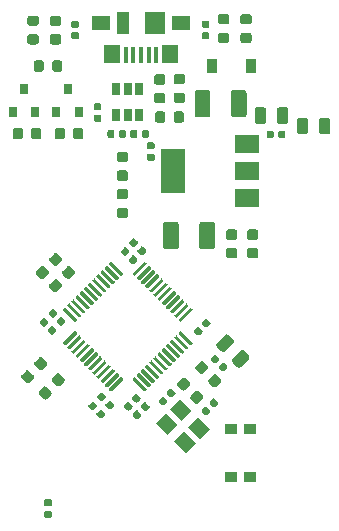
<source format=gbr>
G04 #@! TF.GenerationSoftware,KiCad,Pcbnew,(5.1.5)-3*
G04 #@! TF.CreationDate,2020-08-13T21:18:49+02:00*
G04 #@! TF.ProjectId,STM32 Dev.Board,53544d33-3220-4446-9576-2e426f617264,rev?*
G04 #@! TF.SameCoordinates,Original*
G04 #@! TF.FileFunction,Paste,Top*
G04 #@! TF.FilePolarity,Positive*
%FSLAX46Y46*%
G04 Gerber Fmt 4.6, Leading zero omitted, Abs format (unit mm)*
G04 Created by KiCad (PCBNEW (5.1.5)-3) date 2020-08-13 21:18:49*
%MOMM*%
%LPD*%
G04 APERTURE LIST*
%ADD10C,0.100000*%
%ADD11R,0.800000X0.900000*%
%ADD12R,1.000000X0.900000*%
%ADD13R,1.000000X1.900000*%
%ADD14R,1.800000X1.900000*%
%ADD15R,1.650000X1.300000*%
%ADD16R,1.425000X1.550000*%
%ADD17R,0.450000X1.380000*%
%ADD18R,0.650000X1.060000*%
%ADD19R,2.000000X1.500000*%
%ADD20R,2.000000X3.800000*%
%ADD21R,0.900000X1.200000*%
G04 APERTURE END LIST*
D10*
G36*
X146530891Y-102255653D02*
G01*
X146552126Y-102258803D01*
X146572950Y-102264019D01*
X146593162Y-102271251D01*
X146612568Y-102280430D01*
X146630981Y-102291466D01*
X146648224Y-102304254D01*
X146664130Y-102318670D01*
X146678546Y-102334576D01*
X146691334Y-102351819D01*
X146702370Y-102370232D01*
X146711549Y-102389638D01*
X146718781Y-102409850D01*
X146723997Y-102430674D01*
X146727147Y-102451909D01*
X146728200Y-102473350D01*
X146728200Y-102910850D01*
X146727147Y-102932291D01*
X146723997Y-102953526D01*
X146718781Y-102974350D01*
X146711549Y-102994562D01*
X146702370Y-103013968D01*
X146691334Y-103032381D01*
X146678546Y-103049624D01*
X146664130Y-103065530D01*
X146648224Y-103079946D01*
X146630981Y-103092734D01*
X146612568Y-103103770D01*
X146593162Y-103112949D01*
X146572950Y-103120181D01*
X146552126Y-103125397D01*
X146530891Y-103128547D01*
X146509450Y-103129600D01*
X145996950Y-103129600D01*
X145975509Y-103128547D01*
X145954274Y-103125397D01*
X145933450Y-103120181D01*
X145913238Y-103112949D01*
X145893832Y-103103770D01*
X145875419Y-103092734D01*
X145858176Y-103079946D01*
X145842270Y-103065530D01*
X145827854Y-103049624D01*
X145815066Y-103032381D01*
X145804030Y-103013968D01*
X145794851Y-102994562D01*
X145787619Y-102974350D01*
X145782403Y-102953526D01*
X145779253Y-102932291D01*
X145778200Y-102910850D01*
X145778200Y-102473350D01*
X145779253Y-102451909D01*
X145782403Y-102430674D01*
X145787619Y-102409850D01*
X145794851Y-102389638D01*
X145804030Y-102370232D01*
X145815066Y-102351819D01*
X145827854Y-102334576D01*
X145842270Y-102318670D01*
X145858176Y-102304254D01*
X145875419Y-102291466D01*
X145893832Y-102280430D01*
X145913238Y-102271251D01*
X145933450Y-102264019D01*
X145954274Y-102258803D01*
X145975509Y-102255653D01*
X145996950Y-102254600D01*
X146509450Y-102254600D01*
X146530891Y-102255653D01*
G37*
G36*
X146530891Y-103830653D02*
G01*
X146552126Y-103833803D01*
X146572950Y-103839019D01*
X146593162Y-103846251D01*
X146612568Y-103855430D01*
X146630981Y-103866466D01*
X146648224Y-103879254D01*
X146664130Y-103893670D01*
X146678546Y-103909576D01*
X146691334Y-103926819D01*
X146702370Y-103945232D01*
X146711549Y-103964638D01*
X146718781Y-103984850D01*
X146723997Y-104005674D01*
X146727147Y-104026909D01*
X146728200Y-104048350D01*
X146728200Y-104485850D01*
X146727147Y-104507291D01*
X146723997Y-104528526D01*
X146718781Y-104549350D01*
X146711549Y-104569562D01*
X146702370Y-104588968D01*
X146691334Y-104607381D01*
X146678546Y-104624624D01*
X146664130Y-104640530D01*
X146648224Y-104654946D01*
X146630981Y-104667734D01*
X146612568Y-104678770D01*
X146593162Y-104687949D01*
X146572950Y-104695181D01*
X146552126Y-104700397D01*
X146530891Y-104703547D01*
X146509450Y-104704600D01*
X145996950Y-104704600D01*
X145975509Y-104703547D01*
X145954274Y-104700397D01*
X145933450Y-104695181D01*
X145913238Y-104687949D01*
X145893832Y-104678770D01*
X145875419Y-104667734D01*
X145858176Y-104654946D01*
X145842270Y-104640530D01*
X145827854Y-104624624D01*
X145815066Y-104607381D01*
X145804030Y-104588968D01*
X145794851Y-104569562D01*
X145787619Y-104549350D01*
X145782403Y-104528526D01*
X145779253Y-104507291D01*
X145778200Y-104485850D01*
X145778200Y-104048350D01*
X145779253Y-104026909D01*
X145782403Y-104005674D01*
X145787619Y-103984850D01*
X145794851Y-103964638D01*
X145804030Y-103945232D01*
X145815066Y-103926819D01*
X145827854Y-103909576D01*
X145842270Y-103893670D01*
X145858176Y-103879254D01*
X145875419Y-103866466D01*
X145893832Y-103855430D01*
X145913238Y-103846251D01*
X145933450Y-103839019D01*
X145954274Y-103833803D01*
X145975509Y-103830653D01*
X145996950Y-103829600D01*
X146509450Y-103829600D01*
X146530891Y-103830653D01*
G37*
G36*
X146134388Y-121334946D02*
G01*
X146141669Y-121336026D01*
X146148808Y-121337814D01*
X146155738Y-121340294D01*
X146162392Y-121343441D01*
X146168705Y-121347225D01*
X146174616Y-121351609D01*
X146180070Y-121356552D01*
X146286136Y-121462618D01*
X146291079Y-121468072D01*
X146295463Y-121473983D01*
X146299247Y-121480296D01*
X146302394Y-121486950D01*
X146304874Y-121493880D01*
X146306662Y-121501019D01*
X146307742Y-121508300D01*
X146308103Y-121515651D01*
X146307742Y-121523002D01*
X146306662Y-121530283D01*
X146304874Y-121537422D01*
X146302394Y-121544352D01*
X146299247Y-121551006D01*
X146295463Y-121557319D01*
X146291079Y-121563230D01*
X146286136Y-121568684D01*
X145349220Y-122505600D01*
X145343766Y-122510543D01*
X145337855Y-122514927D01*
X145331542Y-122518711D01*
X145324888Y-122521858D01*
X145317958Y-122524338D01*
X145310819Y-122526126D01*
X145303538Y-122527206D01*
X145296187Y-122527567D01*
X145288836Y-122527206D01*
X145281555Y-122526126D01*
X145274416Y-122524338D01*
X145267486Y-122521858D01*
X145260832Y-122518711D01*
X145254519Y-122514927D01*
X145248608Y-122510543D01*
X145243154Y-122505600D01*
X145137088Y-122399534D01*
X145132145Y-122394080D01*
X145127761Y-122388169D01*
X145123977Y-122381856D01*
X145120830Y-122375202D01*
X145118350Y-122368272D01*
X145116562Y-122361133D01*
X145115482Y-122353852D01*
X145115121Y-122346501D01*
X145115482Y-122339150D01*
X145116562Y-122331869D01*
X145118350Y-122324730D01*
X145120830Y-122317800D01*
X145123977Y-122311146D01*
X145127761Y-122304833D01*
X145132145Y-122298922D01*
X145137088Y-122293468D01*
X146074004Y-121356552D01*
X146079458Y-121351609D01*
X146085369Y-121347225D01*
X146091682Y-121343441D01*
X146098336Y-121340294D01*
X146105266Y-121337814D01*
X146112405Y-121336026D01*
X146119686Y-121334946D01*
X146127037Y-121334585D01*
X146134388Y-121334946D01*
G37*
G36*
X145780834Y-120981392D02*
G01*
X145788115Y-120982472D01*
X145795254Y-120984260D01*
X145802184Y-120986740D01*
X145808838Y-120989887D01*
X145815151Y-120993671D01*
X145821062Y-120998055D01*
X145826516Y-121002998D01*
X145932582Y-121109064D01*
X145937525Y-121114518D01*
X145941909Y-121120429D01*
X145945693Y-121126742D01*
X145948840Y-121133396D01*
X145951320Y-121140326D01*
X145953108Y-121147465D01*
X145954188Y-121154746D01*
X145954549Y-121162097D01*
X145954188Y-121169448D01*
X145953108Y-121176729D01*
X145951320Y-121183868D01*
X145948840Y-121190798D01*
X145945693Y-121197452D01*
X145941909Y-121203765D01*
X145937525Y-121209676D01*
X145932582Y-121215130D01*
X144995666Y-122152046D01*
X144990212Y-122156989D01*
X144984301Y-122161373D01*
X144977988Y-122165157D01*
X144971334Y-122168304D01*
X144964404Y-122170784D01*
X144957265Y-122172572D01*
X144949984Y-122173652D01*
X144942633Y-122174013D01*
X144935282Y-122173652D01*
X144928001Y-122172572D01*
X144920862Y-122170784D01*
X144913932Y-122168304D01*
X144907278Y-122165157D01*
X144900965Y-122161373D01*
X144895054Y-122156989D01*
X144889600Y-122152046D01*
X144783534Y-122045980D01*
X144778591Y-122040526D01*
X144774207Y-122034615D01*
X144770423Y-122028302D01*
X144767276Y-122021648D01*
X144764796Y-122014718D01*
X144763008Y-122007579D01*
X144761928Y-122000298D01*
X144761567Y-121992947D01*
X144761928Y-121985596D01*
X144763008Y-121978315D01*
X144764796Y-121971176D01*
X144767276Y-121964246D01*
X144770423Y-121957592D01*
X144774207Y-121951279D01*
X144778591Y-121945368D01*
X144783534Y-121939914D01*
X145720450Y-121002998D01*
X145725904Y-120998055D01*
X145731815Y-120993671D01*
X145738128Y-120989887D01*
X145744782Y-120986740D01*
X145751712Y-120984260D01*
X145758851Y-120982472D01*
X145766132Y-120981392D01*
X145773483Y-120981031D01*
X145780834Y-120981392D01*
G37*
G36*
X145427281Y-120627839D02*
G01*
X145434562Y-120628919D01*
X145441701Y-120630707D01*
X145448631Y-120633187D01*
X145455285Y-120636334D01*
X145461598Y-120640118D01*
X145467509Y-120644502D01*
X145472963Y-120649445D01*
X145579029Y-120755511D01*
X145583972Y-120760965D01*
X145588356Y-120766876D01*
X145592140Y-120773189D01*
X145595287Y-120779843D01*
X145597767Y-120786773D01*
X145599555Y-120793912D01*
X145600635Y-120801193D01*
X145600996Y-120808544D01*
X145600635Y-120815895D01*
X145599555Y-120823176D01*
X145597767Y-120830315D01*
X145595287Y-120837245D01*
X145592140Y-120843899D01*
X145588356Y-120850212D01*
X145583972Y-120856123D01*
X145579029Y-120861577D01*
X144642113Y-121798493D01*
X144636659Y-121803436D01*
X144630748Y-121807820D01*
X144624435Y-121811604D01*
X144617781Y-121814751D01*
X144610851Y-121817231D01*
X144603712Y-121819019D01*
X144596431Y-121820099D01*
X144589080Y-121820460D01*
X144581729Y-121820099D01*
X144574448Y-121819019D01*
X144567309Y-121817231D01*
X144560379Y-121814751D01*
X144553725Y-121811604D01*
X144547412Y-121807820D01*
X144541501Y-121803436D01*
X144536047Y-121798493D01*
X144429981Y-121692427D01*
X144425038Y-121686973D01*
X144420654Y-121681062D01*
X144416870Y-121674749D01*
X144413723Y-121668095D01*
X144411243Y-121661165D01*
X144409455Y-121654026D01*
X144408375Y-121646745D01*
X144408014Y-121639394D01*
X144408375Y-121632043D01*
X144409455Y-121624762D01*
X144411243Y-121617623D01*
X144413723Y-121610693D01*
X144416870Y-121604039D01*
X144420654Y-121597726D01*
X144425038Y-121591815D01*
X144429981Y-121586361D01*
X145366897Y-120649445D01*
X145372351Y-120644502D01*
X145378262Y-120640118D01*
X145384575Y-120636334D01*
X145391229Y-120633187D01*
X145398159Y-120630707D01*
X145405298Y-120628919D01*
X145412579Y-120627839D01*
X145419930Y-120627478D01*
X145427281Y-120627839D01*
G37*
G36*
X145073727Y-120274285D02*
G01*
X145081008Y-120275365D01*
X145088147Y-120277153D01*
X145095077Y-120279633D01*
X145101731Y-120282780D01*
X145108044Y-120286564D01*
X145113955Y-120290948D01*
X145119409Y-120295891D01*
X145225475Y-120401957D01*
X145230418Y-120407411D01*
X145234802Y-120413322D01*
X145238586Y-120419635D01*
X145241733Y-120426289D01*
X145244213Y-120433219D01*
X145246001Y-120440358D01*
X145247081Y-120447639D01*
X145247442Y-120454990D01*
X145247081Y-120462341D01*
X145246001Y-120469622D01*
X145244213Y-120476761D01*
X145241733Y-120483691D01*
X145238586Y-120490345D01*
X145234802Y-120496658D01*
X145230418Y-120502569D01*
X145225475Y-120508023D01*
X144288559Y-121444939D01*
X144283105Y-121449882D01*
X144277194Y-121454266D01*
X144270881Y-121458050D01*
X144264227Y-121461197D01*
X144257297Y-121463677D01*
X144250158Y-121465465D01*
X144242877Y-121466545D01*
X144235526Y-121466906D01*
X144228175Y-121466545D01*
X144220894Y-121465465D01*
X144213755Y-121463677D01*
X144206825Y-121461197D01*
X144200171Y-121458050D01*
X144193858Y-121454266D01*
X144187947Y-121449882D01*
X144182493Y-121444939D01*
X144076427Y-121338873D01*
X144071484Y-121333419D01*
X144067100Y-121327508D01*
X144063316Y-121321195D01*
X144060169Y-121314541D01*
X144057689Y-121307611D01*
X144055901Y-121300472D01*
X144054821Y-121293191D01*
X144054460Y-121285840D01*
X144054821Y-121278489D01*
X144055901Y-121271208D01*
X144057689Y-121264069D01*
X144060169Y-121257139D01*
X144063316Y-121250485D01*
X144067100Y-121244172D01*
X144071484Y-121238261D01*
X144076427Y-121232807D01*
X145013343Y-120295891D01*
X145018797Y-120290948D01*
X145024708Y-120286564D01*
X145031021Y-120282780D01*
X145037675Y-120279633D01*
X145044605Y-120277153D01*
X145051744Y-120275365D01*
X145059025Y-120274285D01*
X145066376Y-120273924D01*
X145073727Y-120274285D01*
G37*
G36*
X144720174Y-119920732D02*
G01*
X144727455Y-119921812D01*
X144734594Y-119923600D01*
X144741524Y-119926080D01*
X144748178Y-119929227D01*
X144754491Y-119933011D01*
X144760402Y-119937395D01*
X144765856Y-119942338D01*
X144871922Y-120048404D01*
X144876865Y-120053858D01*
X144881249Y-120059769D01*
X144885033Y-120066082D01*
X144888180Y-120072736D01*
X144890660Y-120079666D01*
X144892448Y-120086805D01*
X144893528Y-120094086D01*
X144893889Y-120101437D01*
X144893528Y-120108788D01*
X144892448Y-120116069D01*
X144890660Y-120123208D01*
X144888180Y-120130138D01*
X144885033Y-120136792D01*
X144881249Y-120143105D01*
X144876865Y-120149016D01*
X144871922Y-120154470D01*
X143935006Y-121091386D01*
X143929552Y-121096329D01*
X143923641Y-121100713D01*
X143917328Y-121104497D01*
X143910674Y-121107644D01*
X143903744Y-121110124D01*
X143896605Y-121111912D01*
X143889324Y-121112992D01*
X143881973Y-121113353D01*
X143874622Y-121112992D01*
X143867341Y-121111912D01*
X143860202Y-121110124D01*
X143853272Y-121107644D01*
X143846618Y-121104497D01*
X143840305Y-121100713D01*
X143834394Y-121096329D01*
X143828940Y-121091386D01*
X143722874Y-120985320D01*
X143717931Y-120979866D01*
X143713547Y-120973955D01*
X143709763Y-120967642D01*
X143706616Y-120960988D01*
X143704136Y-120954058D01*
X143702348Y-120946919D01*
X143701268Y-120939638D01*
X143700907Y-120932287D01*
X143701268Y-120924936D01*
X143702348Y-120917655D01*
X143704136Y-120910516D01*
X143706616Y-120903586D01*
X143709763Y-120896932D01*
X143713547Y-120890619D01*
X143717931Y-120884708D01*
X143722874Y-120879254D01*
X144659790Y-119942338D01*
X144665244Y-119937395D01*
X144671155Y-119933011D01*
X144677468Y-119929227D01*
X144684122Y-119926080D01*
X144691052Y-119923600D01*
X144698191Y-119921812D01*
X144705472Y-119920732D01*
X144712823Y-119920371D01*
X144720174Y-119920732D01*
G37*
G36*
X144366621Y-119567179D02*
G01*
X144373902Y-119568259D01*
X144381041Y-119570047D01*
X144387971Y-119572527D01*
X144394625Y-119575674D01*
X144400938Y-119579458D01*
X144406849Y-119583842D01*
X144412303Y-119588785D01*
X144518369Y-119694851D01*
X144523312Y-119700305D01*
X144527696Y-119706216D01*
X144531480Y-119712529D01*
X144534627Y-119719183D01*
X144537107Y-119726113D01*
X144538895Y-119733252D01*
X144539975Y-119740533D01*
X144540336Y-119747884D01*
X144539975Y-119755235D01*
X144538895Y-119762516D01*
X144537107Y-119769655D01*
X144534627Y-119776585D01*
X144531480Y-119783239D01*
X144527696Y-119789552D01*
X144523312Y-119795463D01*
X144518369Y-119800917D01*
X143581453Y-120737833D01*
X143575999Y-120742776D01*
X143570088Y-120747160D01*
X143563775Y-120750944D01*
X143557121Y-120754091D01*
X143550191Y-120756571D01*
X143543052Y-120758359D01*
X143535771Y-120759439D01*
X143528420Y-120759800D01*
X143521069Y-120759439D01*
X143513788Y-120758359D01*
X143506649Y-120756571D01*
X143499719Y-120754091D01*
X143493065Y-120750944D01*
X143486752Y-120747160D01*
X143480841Y-120742776D01*
X143475387Y-120737833D01*
X143369321Y-120631767D01*
X143364378Y-120626313D01*
X143359994Y-120620402D01*
X143356210Y-120614089D01*
X143353063Y-120607435D01*
X143350583Y-120600505D01*
X143348795Y-120593366D01*
X143347715Y-120586085D01*
X143347354Y-120578734D01*
X143347715Y-120571383D01*
X143348795Y-120564102D01*
X143350583Y-120556963D01*
X143353063Y-120550033D01*
X143356210Y-120543379D01*
X143359994Y-120537066D01*
X143364378Y-120531155D01*
X143369321Y-120525701D01*
X144306237Y-119588785D01*
X144311691Y-119583842D01*
X144317602Y-119579458D01*
X144323915Y-119575674D01*
X144330569Y-119572527D01*
X144337499Y-119570047D01*
X144344638Y-119568259D01*
X144351919Y-119567179D01*
X144359270Y-119566818D01*
X144366621Y-119567179D01*
G37*
G36*
X144013067Y-119213625D02*
G01*
X144020348Y-119214705D01*
X144027487Y-119216493D01*
X144034417Y-119218973D01*
X144041071Y-119222120D01*
X144047384Y-119225904D01*
X144053295Y-119230288D01*
X144058749Y-119235231D01*
X144164815Y-119341297D01*
X144169758Y-119346751D01*
X144174142Y-119352662D01*
X144177926Y-119358975D01*
X144181073Y-119365629D01*
X144183553Y-119372559D01*
X144185341Y-119379698D01*
X144186421Y-119386979D01*
X144186782Y-119394330D01*
X144186421Y-119401681D01*
X144185341Y-119408962D01*
X144183553Y-119416101D01*
X144181073Y-119423031D01*
X144177926Y-119429685D01*
X144174142Y-119435998D01*
X144169758Y-119441909D01*
X144164815Y-119447363D01*
X143227899Y-120384279D01*
X143222445Y-120389222D01*
X143216534Y-120393606D01*
X143210221Y-120397390D01*
X143203567Y-120400537D01*
X143196637Y-120403017D01*
X143189498Y-120404805D01*
X143182217Y-120405885D01*
X143174866Y-120406246D01*
X143167515Y-120405885D01*
X143160234Y-120404805D01*
X143153095Y-120403017D01*
X143146165Y-120400537D01*
X143139511Y-120397390D01*
X143133198Y-120393606D01*
X143127287Y-120389222D01*
X143121833Y-120384279D01*
X143015767Y-120278213D01*
X143010824Y-120272759D01*
X143006440Y-120266848D01*
X143002656Y-120260535D01*
X142999509Y-120253881D01*
X142997029Y-120246951D01*
X142995241Y-120239812D01*
X142994161Y-120232531D01*
X142993800Y-120225180D01*
X142994161Y-120217829D01*
X142995241Y-120210548D01*
X142997029Y-120203409D01*
X142999509Y-120196479D01*
X143002656Y-120189825D01*
X143006440Y-120183512D01*
X143010824Y-120177601D01*
X143015767Y-120172147D01*
X143952683Y-119235231D01*
X143958137Y-119230288D01*
X143964048Y-119225904D01*
X143970361Y-119222120D01*
X143977015Y-119218973D01*
X143983945Y-119216493D01*
X143991084Y-119214705D01*
X143998365Y-119213625D01*
X144005716Y-119213264D01*
X144013067Y-119213625D01*
G37*
G36*
X143659514Y-118860072D02*
G01*
X143666795Y-118861152D01*
X143673934Y-118862940D01*
X143680864Y-118865420D01*
X143687518Y-118868567D01*
X143693831Y-118872351D01*
X143699742Y-118876735D01*
X143705196Y-118881678D01*
X143811262Y-118987744D01*
X143816205Y-118993198D01*
X143820589Y-118999109D01*
X143824373Y-119005422D01*
X143827520Y-119012076D01*
X143830000Y-119019006D01*
X143831788Y-119026145D01*
X143832868Y-119033426D01*
X143833229Y-119040777D01*
X143832868Y-119048128D01*
X143831788Y-119055409D01*
X143830000Y-119062548D01*
X143827520Y-119069478D01*
X143824373Y-119076132D01*
X143820589Y-119082445D01*
X143816205Y-119088356D01*
X143811262Y-119093810D01*
X142874346Y-120030726D01*
X142868892Y-120035669D01*
X142862981Y-120040053D01*
X142856668Y-120043837D01*
X142850014Y-120046984D01*
X142843084Y-120049464D01*
X142835945Y-120051252D01*
X142828664Y-120052332D01*
X142821313Y-120052693D01*
X142813962Y-120052332D01*
X142806681Y-120051252D01*
X142799542Y-120049464D01*
X142792612Y-120046984D01*
X142785958Y-120043837D01*
X142779645Y-120040053D01*
X142773734Y-120035669D01*
X142768280Y-120030726D01*
X142662214Y-119924660D01*
X142657271Y-119919206D01*
X142652887Y-119913295D01*
X142649103Y-119906982D01*
X142645956Y-119900328D01*
X142643476Y-119893398D01*
X142641688Y-119886259D01*
X142640608Y-119878978D01*
X142640247Y-119871627D01*
X142640608Y-119864276D01*
X142641688Y-119856995D01*
X142643476Y-119849856D01*
X142645956Y-119842926D01*
X142649103Y-119836272D01*
X142652887Y-119829959D01*
X142657271Y-119824048D01*
X142662214Y-119818594D01*
X143599130Y-118881678D01*
X143604584Y-118876735D01*
X143610495Y-118872351D01*
X143616808Y-118868567D01*
X143623462Y-118865420D01*
X143630392Y-118862940D01*
X143637531Y-118861152D01*
X143644812Y-118860072D01*
X143652163Y-118859711D01*
X143659514Y-118860072D01*
G37*
G36*
X143305961Y-118506519D02*
G01*
X143313242Y-118507599D01*
X143320381Y-118509387D01*
X143327311Y-118511867D01*
X143333965Y-118515014D01*
X143340278Y-118518798D01*
X143346189Y-118523182D01*
X143351643Y-118528125D01*
X143457709Y-118634191D01*
X143462652Y-118639645D01*
X143467036Y-118645556D01*
X143470820Y-118651869D01*
X143473967Y-118658523D01*
X143476447Y-118665453D01*
X143478235Y-118672592D01*
X143479315Y-118679873D01*
X143479676Y-118687224D01*
X143479315Y-118694575D01*
X143478235Y-118701856D01*
X143476447Y-118708995D01*
X143473967Y-118715925D01*
X143470820Y-118722579D01*
X143467036Y-118728892D01*
X143462652Y-118734803D01*
X143457709Y-118740257D01*
X142520793Y-119677173D01*
X142515339Y-119682116D01*
X142509428Y-119686500D01*
X142503115Y-119690284D01*
X142496461Y-119693431D01*
X142489531Y-119695911D01*
X142482392Y-119697699D01*
X142475111Y-119698779D01*
X142467760Y-119699140D01*
X142460409Y-119698779D01*
X142453128Y-119697699D01*
X142445989Y-119695911D01*
X142439059Y-119693431D01*
X142432405Y-119690284D01*
X142426092Y-119686500D01*
X142420181Y-119682116D01*
X142414727Y-119677173D01*
X142308661Y-119571107D01*
X142303718Y-119565653D01*
X142299334Y-119559742D01*
X142295550Y-119553429D01*
X142292403Y-119546775D01*
X142289923Y-119539845D01*
X142288135Y-119532706D01*
X142287055Y-119525425D01*
X142286694Y-119518074D01*
X142287055Y-119510723D01*
X142288135Y-119503442D01*
X142289923Y-119496303D01*
X142292403Y-119489373D01*
X142295550Y-119482719D01*
X142299334Y-119476406D01*
X142303718Y-119470495D01*
X142308661Y-119465041D01*
X143245577Y-118528125D01*
X143251031Y-118523182D01*
X143256942Y-118518798D01*
X143263255Y-118515014D01*
X143269909Y-118511867D01*
X143276839Y-118509387D01*
X143283978Y-118507599D01*
X143291259Y-118506519D01*
X143298610Y-118506158D01*
X143305961Y-118506519D01*
G37*
G36*
X142952407Y-118152965D02*
G01*
X142959688Y-118154045D01*
X142966827Y-118155833D01*
X142973757Y-118158313D01*
X142980411Y-118161460D01*
X142986724Y-118165244D01*
X142992635Y-118169628D01*
X142998089Y-118174571D01*
X143104155Y-118280637D01*
X143109098Y-118286091D01*
X143113482Y-118292002D01*
X143117266Y-118298315D01*
X143120413Y-118304969D01*
X143122893Y-118311899D01*
X143124681Y-118319038D01*
X143125761Y-118326319D01*
X143126122Y-118333670D01*
X143125761Y-118341021D01*
X143124681Y-118348302D01*
X143122893Y-118355441D01*
X143120413Y-118362371D01*
X143117266Y-118369025D01*
X143113482Y-118375338D01*
X143109098Y-118381249D01*
X143104155Y-118386703D01*
X142167239Y-119323619D01*
X142161785Y-119328562D01*
X142155874Y-119332946D01*
X142149561Y-119336730D01*
X142142907Y-119339877D01*
X142135977Y-119342357D01*
X142128838Y-119344145D01*
X142121557Y-119345225D01*
X142114206Y-119345586D01*
X142106855Y-119345225D01*
X142099574Y-119344145D01*
X142092435Y-119342357D01*
X142085505Y-119339877D01*
X142078851Y-119336730D01*
X142072538Y-119332946D01*
X142066627Y-119328562D01*
X142061173Y-119323619D01*
X141955107Y-119217553D01*
X141950164Y-119212099D01*
X141945780Y-119206188D01*
X141941996Y-119199875D01*
X141938849Y-119193221D01*
X141936369Y-119186291D01*
X141934581Y-119179152D01*
X141933501Y-119171871D01*
X141933140Y-119164520D01*
X141933501Y-119157169D01*
X141934581Y-119149888D01*
X141936369Y-119142749D01*
X141938849Y-119135819D01*
X141941996Y-119129165D01*
X141945780Y-119122852D01*
X141950164Y-119116941D01*
X141955107Y-119111487D01*
X142892023Y-118174571D01*
X142897477Y-118169628D01*
X142903388Y-118165244D01*
X142909701Y-118161460D01*
X142916355Y-118158313D01*
X142923285Y-118155833D01*
X142930424Y-118154045D01*
X142937705Y-118152965D01*
X142945056Y-118152604D01*
X142952407Y-118152965D01*
G37*
G36*
X142598854Y-117799412D02*
G01*
X142606135Y-117800492D01*
X142613274Y-117802280D01*
X142620204Y-117804760D01*
X142626858Y-117807907D01*
X142633171Y-117811691D01*
X142639082Y-117816075D01*
X142644536Y-117821018D01*
X142750602Y-117927084D01*
X142755545Y-117932538D01*
X142759929Y-117938449D01*
X142763713Y-117944762D01*
X142766860Y-117951416D01*
X142769340Y-117958346D01*
X142771128Y-117965485D01*
X142772208Y-117972766D01*
X142772569Y-117980117D01*
X142772208Y-117987468D01*
X142771128Y-117994749D01*
X142769340Y-118001888D01*
X142766860Y-118008818D01*
X142763713Y-118015472D01*
X142759929Y-118021785D01*
X142755545Y-118027696D01*
X142750602Y-118033150D01*
X141813686Y-118970066D01*
X141808232Y-118975009D01*
X141802321Y-118979393D01*
X141796008Y-118983177D01*
X141789354Y-118986324D01*
X141782424Y-118988804D01*
X141775285Y-118990592D01*
X141768004Y-118991672D01*
X141760653Y-118992033D01*
X141753302Y-118991672D01*
X141746021Y-118990592D01*
X141738882Y-118988804D01*
X141731952Y-118986324D01*
X141725298Y-118983177D01*
X141718985Y-118979393D01*
X141713074Y-118975009D01*
X141707620Y-118970066D01*
X141601554Y-118864000D01*
X141596611Y-118858546D01*
X141592227Y-118852635D01*
X141588443Y-118846322D01*
X141585296Y-118839668D01*
X141582816Y-118832738D01*
X141581028Y-118825599D01*
X141579948Y-118818318D01*
X141579587Y-118810967D01*
X141579948Y-118803616D01*
X141581028Y-118796335D01*
X141582816Y-118789196D01*
X141585296Y-118782266D01*
X141588443Y-118775612D01*
X141592227Y-118769299D01*
X141596611Y-118763388D01*
X141601554Y-118757934D01*
X142538470Y-117821018D01*
X142543924Y-117816075D01*
X142549835Y-117811691D01*
X142556148Y-117807907D01*
X142562802Y-117804760D01*
X142569732Y-117802280D01*
X142576871Y-117800492D01*
X142584152Y-117799412D01*
X142591503Y-117799051D01*
X142598854Y-117799412D01*
G37*
G36*
X142245300Y-117445858D02*
G01*
X142252581Y-117446938D01*
X142259720Y-117448726D01*
X142266650Y-117451206D01*
X142273304Y-117454353D01*
X142279617Y-117458137D01*
X142285528Y-117462521D01*
X142290982Y-117467464D01*
X142397048Y-117573530D01*
X142401991Y-117578984D01*
X142406375Y-117584895D01*
X142410159Y-117591208D01*
X142413306Y-117597862D01*
X142415786Y-117604792D01*
X142417574Y-117611931D01*
X142418654Y-117619212D01*
X142419015Y-117626563D01*
X142418654Y-117633914D01*
X142417574Y-117641195D01*
X142415786Y-117648334D01*
X142413306Y-117655264D01*
X142410159Y-117661918D01*
X142406375Y-117668231D01*
X142401991Y-117674142D01*
X142397048Y-117679596D01*
X141460132Y-118616512D01*
X141454678Y-118621455D01*
X141448767Y-118625839D01*
X141442454Y-118629623D01*
X141435800Y-118632770D01*
X141428870Y-118635250D01*
X141421731Y-118637038D01*
X141414450Y-118638118D01*
X141407099Y-118638479D01*
X141399748Y-118638118D01*
X141392467Y-118637038D01*
X141385328Y-118635250D01*
X141378398Y-118632770D01*
X141371744Y-118629623D01*
X141365431Y-118625839D01*
X141359520Y-118621455D01*
X141354066Y-118616512D01*
X141248000Y-118510446D01*
X141243057Y-118504992D01*
X141238673Y-118499081D01*
X141234889Y-118492768D01*
X141231742Y-118486114D01*
X141229262Y-118479184D01*
X141227474Y-118472045D01*
X141226394Y-118464764D01*
X141226033Y-118457413D01*
X141226394Y-118450062D01*
X141227474Y-118442781D01*
X141229262Y-118435642D01*
X141231742Y-118428712D01*
X141234889Y-118422058D01*
X141238673Y-118415745D01*
X141243057Y-118409834D01*
X141248000Y-118404380D01*
X142184916Y-117467464D01*
X142190370Y-117462521D01*
X142196281Y-117458137D01*
X142202594Y-117454353D01*
X142209248Y-117451206D01*
X142216178Y-117448726D01*
X142223317Y-117446938D01*
X142230598Y-117445858D01*
X142237949Y-117445497D01*
X142245300Y-117445858D01*
G37*
G36*
X141414450Y-115448282D02*
G01*
X141421731Y-115449362D01*
X141428870Y-115451150D01*
X141435800Y-115453630D01*
X141442454Y-115456777D01*
X141448767Y-115460561D01*
X141454678Y-115464945D01*
X141460132Y-115469888D01*
X142397048Y-116406804D01*
X142401991Y-116412258D01*
X142406375Y-116418169D01*
X142410159Y-116424482D01*
X142413306Y-116431136D01*
X142415786Y-116438066D01*
X142417574Y-116445205D01*
X142418654Y-116452486D01*
X142419015Y-116459837D01*
X142418654Y-116467188D01*
X142417574Y-116474469D01*
X142415786Y-116481608D01*
X142413306Y-116488538D01*
X142410159Y-116495192D01*
X142406375Y-116501505D01*
X142401991Y-116507416D01*
X142397048Y-116512870D01*
X142290982Y-116618936D01*
X142285528Y-116623879D01*
X142279617Y-116628263D01*
X142273304Y-116632047D01*
X142266650Y-116635194D01*
X142259720Y-116637674D01*
X142252581Y-116639462D01*
X142245300Y-116640542D01*
X142237949Y-116640903D01*
X142230598Y-116640542D01*
X142223317Y-116639462D01*
X142216178Y-116637674D01*
X142209248Y-116635194D01*
X142202594Y-116632047D01*
X142196281Y-116628263D01*
X142190370Y-116623879D01*
X142184916Y-116618936D01*
X141248000Y-115682020D01*
X141243057Y-115676566D01*
X141238673Y-115670655D01*
X141234889Y-115664342D01*
X141231742Y-115657688D01*
X141229262Y-115650758D01*
X141227474Y-115643619D01*
X141226394Y-115636338D01*
X141226033Y-115628987D01*
X141226394Y-115621636D01*
X141227474Y-115614355D01*
X141229262Y-115607216D01*
X141231742Y-115600286D01*
X141234889Y-115593632D01*
X141238673Y-115587319D01*
X141243057Y-115581408D01*
X141248000Y-115575954D01*
X141354066Y-115469888D01*
X141359520Y-115464945D01*
X141365431Y-115460561D01*
X141371744Y-115456777D01*
X141378398Y-115453630D01*
X141385328Y-115451150D01*
X141392467Y-115449362D01*
X141399748Y-115448282D01*
X141407099Y-115447921D01*
X141414450Y-115448282D01*
G37*
G36*
X141768004Y-115094728D02*
G01*
X141775285Y-115095808D01*
X141782424Y-115097596D01*
X141789354Y-115100076D01*
X141796008Y-115103223D01*
X141802321Y-115107007D01*
X141808232Y-115111391D01*
X141813686Y-115116334D01*
X142750602Y-116053250D01*
X142755545Y-116058704D01*
X142759929Y-116064615D01*
X142763713Y-116070928D01*
X142766860Y-116077582D01*
X142769340Y-116084512D01*
X142771128Y-116091651D01*
X142772208Y-116098932D01*
X142772569Y-116106283D01*
X142772208Y-116113634D01*
X142771128Y-116120915D01*
X142769340Y-116128054D01*
X142766860Y-116134984D01*
X142763713Y-116141638D01*
X142759929Y-116147951D01*
X142755545Y-116153862D01*
X142750602Y-116159316D01*
X142644536Y-116265382D01*
X142639082Y-116270325D01*
X142633171Y-116274709D01*
X142626858Y-116278493D01*
X142620204Y-116281640D01*
X142613274Y-116284120D01*
X142606135Y-116285908D01*
X142598854Y-116286988D01*
X142591503Y-116287349D01*
X142584152Y-116286988D01*
X142576871Y-116285908D01*
X142569732Y-116284120D01*
X142562802Y-116281640D01*
X142556148Y-116278493D01*
X142549835Y-116274709D01*
X142543924Y-116270325D01*
X142538470Y-116265382D01*
X141601554Y-115328466D01*
X141596611Y-115323012D01*
X141592227Y-115317101D01*
X141588443Y-115310788D01*
X141585296Y-115304134D01*
X141582816Y-115297204D01*
X141581028Y-115290065D01*
X141579948Y-115282784D01*
X141579587Y-115275433D01*
X141579948Y-115268082D01*
X141581028Y-115260801D01*
X141582816Y-115253662D01*
X141585296Y-115246732D01*
X141588443Y-115240078D01*
X141592227Y-115233765D01*
X141596611Y-115227854D01*
X141601554Y-115222400D01*
X141707620Y-115116334D01*
X141713074Y-115111391D01*
X141718985Y-115107007D01*
X141725298Y-115103223D01*
X141731952Y-115100076D01*
X141738882Y-115097596D01*
X141746021Y-115095808D01*
X141753302Y-115094728D01*
X141760653Y-115094367D01*
X141768004Y-115094728D01*
G37*
G36*
X142121557Y-114741175D02*
G01*
X142128838Y-114742255D01*
X142135977Y-114744043D01*
X142142907Y-114746523D01*
X142149561Y-114749670D01*
X142155874Y-114753454D01*
X142161785Y-114757838D01*
X142167239Y-114762781D01*
X143104155Y-115699697D01*
X143109098Y-115705151D01*
X143113482Y-115711062D01*
X143117266Y-115717375D01*
X143120413Y-115724029D01*
X143122893Y-115730959D01*
X143124681Y-115738098D01*
X143125761Y-115745379D01*
X143126122Y-115752730D01*
X143125761Y-115760081D01*
X143124681Y-115767362D01*
X143122893Y-115774501D01*
X143120413Y-115781431D01*
X143117266Y-115788085D01*
X143113482Y-115794398D01*
X143109098Y-115800309D01*
X143104155Y-115805763D01*
X142998089Y-115911829D01*
X142992635Y-115916772D01*
X142986724Y-115921156D01*
X142980411Y-115924940D01*
X142973757Y-115928087D01*
X142966827Y-115930567D01*
X142959688Y-115932355D01*
X142952407Y-115933435D01*
X142945056Y-115933796D01*
X142937705Y-115933435D01*
X142930424Y-115932355D01*
X142923285Y-115930567D01*
X142916355Y-115928087D01*
X142909701Y-115924940D01*
X142903388Y-115921156D01*
X142897477Y-115916772D01*
X142892023Y-115911829D01*
X141955107Y-114974913D01*
X141950164Y-114969459D01*
X141945780Y-114963548D01*
X141941996Y-114957235D01*
X141938849Y-114950581D01*
X141936369Y-114943651D01*
X141934581Y-114936512D01*
X141933501Y-114929231D01*
X141933140Y-114921880D01*
X141933501Y-114914529D01*
X141934581Y-114907248D01*
X141936369Y-114900109D01*
X141938849Y-114893179D01*
X141941996Y-114886525D01*
X141945780Y-114880212D01*
X141950164Y-114874301D01*
X141955107Y-114868847D01*
X142061173Y-114762781D01*
X142066627Y-114757838D01*
X142072538Y-114753454D01*
X142078851Y-114749670D01*
X142085505Y-114746523D01*
X142092435Y-114744043D01*
X142099574Y-114742255D01*
X142106855Y-114741175D01*
X142114206Y-114740814D01*
X142121557Y-114741175D01*
G37*
G36*
X142475111Y-114387621D02*
G01*
X142482392Y-114388701D01*
X142489531Y-114390489D01*
X142496461Y-114392969D01*
X142503115Y-114396116D01*
X142509428Y-114399900D01*
X142515339Y-114404284D01*
X142520793Y-114409227D01*
X143457709Y-115346143D01*
X143462652Y-115351597D01*
X143467036Y-115357508D01*
X143470820Y-115363821D01*
X143473967Y-115370475D01*
X143476447Y-115377405D01*
X143478235Y-115384544D01*
X143479315Y-115391825D01*
X143479676Y-115399176D01*
X143479315Y-115406527D01*
X143478235Y-115413808D01*
X143476447Y-115420947D01*
X143473967Y-115427877D01*
X143470820Y-115434531D01*
X143467036Y-115440844D01*
X143462652Y-115446755D01*
X143457709Y-115452209D01*
X143351643Y-115558275D01*
X143346189Y-115563218D01*
X143340278Y-115567602D01*
X143333965Y-115571386D01*
X143327311Y-115574533D01*
X143320381Y-115577013D01*
X143313242Y-115578801D01*
X143305961Y-115579881D01*
X143298610Y-115580242D01*
X143291259Y-115579881D01*
X143283978Y-115578801D01*
X143276839Y-115577013D01*
X143269909Y-115574533D01*
X143263255Y-115571386D01*
X143256942Y-115567602D01*
X143251031Y-115563218D01*
X143245577Y-115558275D01*
X142308661Y-114621359D01*
X142303718Y-114615905D01*
X142299334Y-114609994D01*
X142295550Y-114603681D01*
X142292403Y-114597027D01*
X142289923Y-114590097D01*
X142288135Y-114582958D01*
X142287055Y-114575677D01*
X142286694Y-114568326D01*
X142287055Y-114560975D01*
X142288135Y-114553694D01*
X142289923Y-114546555D01*
X142292403Y-114539625D01*
X142295550Y-114532971D01*
X142299334Y-114526658D01*
X142303718Y-114520747D01*
X142308661Y-114515293D01*
X142414727Y-114409227D01*
X142420181Y-114404284D01*
X142426092Y-114399900D01*
X142432405Y-114396116D01*
X142439059Y-114392969D01*
X142445989Y-114390489D01*
X142453128Y-114388701D01*
X142460409Y-114387621D01*
X142467760Y-114387260D01*
X142475111Y-114387621D01*
G37*
G36*
X142828664Y-114034068D02*
G01*
X142835945Y-114035148D01*
X142843084Y-114036936D01*
X142850014Y-114039416D01*
X142856668Y-114042563D01*
X142862981Y-114046347D01*
X142868892Y-114050731D01*
X142874346Y-114055674D01*
X143811262Y-114992590D01*
X143816205Y-114998044D01*
X143820589Y-115003955D01*
X143824373Y-115010268D01*
X143827520Y-115016922D01*
X143830000Y-115023852D01*
X143831788Y-115030991D01*
X143832868Y-115038272D01*
X143833229Y-115045623D01*
X143832868Y-115052974D01*
X143831788Y-115060255D01*
X143830000Y-115067394D01*
X143827520Y-115074324D01*
X143824373Y-115080978D01*
X143820589Y-115087291D01*
X143816205Y-115093202D01*
X143811262Y-115098656D01*
X143705196Y-115204722D01*
X143699742Y-115209665D01*
X143693831Y-115214049D01*
X143687518Y-115217833D01*
X143680864Y-115220980D01*
X143673934Y-115223460D01*
X143666795Y-115225248D01*
X143659514Y-115226328D01*
X143652163Y-115226689D01*
X143644812Y-115226328D01*
X143637531Y-115225248D01*
X143630392Y-115223460D01*
X143623462Y-115220980D01*
X143616808Y-115217833D01*
X143610495Y-115214049D01*
X143604584Y-115209665D01*
X143599130Y-115204722D01*
X142662214Y-114267806D01*
X142657271Y-114262352D01*
X142652887Y-114256441D01*
X142649103Y-114250128D01*
X142645956Y-114243474D01*
X142643476Y-114236544D01*
X142641688Y-114229405D01*
X142640608Y-114222124D01*
X142640247Y-114214773D01*
X142640608Y-114207422D01*
X142641688Y-114200141D01*
X142643476Y-114193002D01*
X142645956Y-114186072D01*
X142649103Y-114179418D01*
X142652887Y-114173105D01*
X142657271Y-114167194D01*
X142662214Y-114161740D01*
X142768280Y-114055674D01*
X142773734Y-114050731D01*
X142779645Y-114046347D01*
X142785958Y-114042563D01*
X142792612Y-114039416D01*
X142799542Y-114036936D01*
X142806681Y-114035148D01*
X142813962Y-114034068D01*
X142821313Y-114033707D01*
X142828664Y-114034068D01*
G37*
G36*
X143182217Y-113680515D02*
G01*
X143189498Y-113681595D01*
X143196637Y-113683383D01*
X143203567Y-113685863D01*
X143210221Y-113689010D01*
X143216534Y-113692794D01*
X143222445Y-113697178D01*
X143227899Y-113702121D01*
X144164815Y-114639037D01*
X144169758Y-114644491D01*
X144174142Y-114650402D01*
X144177926Y-114656715D01*
X144181073Y-114663369D01*
X144183553Y-114670299D01*
X144185341Y-114677438D01*
X144186421Y-114684719D01*
X144186782Y-114692070D01*
X144186421Y-114699421D01*
X144185341Y-114706702D01*
X144183553Y-114713841D01*
X144181073Y-114720771D01*
X144177926Y-114727425D01*
X144174142Y-114733738D01*
X144169758Y-114739649D01*
X144164815Y-114745103D01*
X144058749Y-114851169D01*
X144053295Y-114856112D01*
X144047384Y-114860496D01*
X144041071Y-114864280D01*
X144034417Y-114867427D01*
X144027487Y-114869907D01*
X144020348Y-114871695D01*
X144013067Y-114872775D01*
X144005716Y-114873136D01*
X143998365Y-114872775D01*
X143991084Y-114871695D01*
X143983945Y-114869907D01*
X143977015Y-114867427D01*
X143970361Y-114864280D01*
X143964048Y-114860496D01*
X143958137Y-114856112D01*
X143952683Y-114851169D01*
X143015767Y-113914253D01*
X143010824Y-113908799D01*
X143006440Y-113902888D01*
X143002656Y-113896575D01*
X142999509Y-113889921D01*
X142997029Y-113882991D01*
X142995241Y-113875852D01*
X142994161Y-113868571D01*
X142993800Y-113861220D01*
X142994161Y-113853869D01*
X142995241Y-113846588D01*
X142997029Y-113839449D01*
X142999509Y-113832519D01*
X143002656Y-113825865D01*
X143006440Y-113819552D01*
X143010824Y-113813641D01*
X143015767Y-113808187D01*
X143121833Y-113702121D01*
X143127287Y-113697178D01*
X143133198Y-113692794D01*
X143139511Y-113689010D01*
X143146165Y-113685863D01*
X143153095Y-113683383D01*
X143160234Y-113681595D01*
X143167515Y-113680515D01*
X143174866Y-113680154D01*
X143182217Y-113680515D01*
G37*
G36*
X143535771Y-113326961D02*
G01*
X143543052Y-113328041D01*
X143550191Y-113329829D01*
X143557121Y-113332309D01*
X143563775Y-113335456D01*
X143570088Y-113339240D01*
X143575999Y-113343624D01*
X143581453Y-113348567D01*
X144518369Y-114285483D01*
X144523312Y-114290937D01*
X144527696Y-114296848D01*
X144531480Y-114303161D01*
X144534627Y-114309815D01*
X144537107Y-114316745D01*
X144538895Y-114323884D01*
X144539975Y-114331165D01*
X144540336Y-114338516D01*
X144539975Y-114345867D01*
X144538895Y-114353148D01*
X144537107Y-114360287D01*
X144534627Y-114367217D01*
X144531480Y-114373871D01*
X144527696Y-114380184D01*
X144523312Y-114386095D01*
X144518369Y-114391549D01*
X144412303Y-114497615D01*
X144406849Y-114502558D01*
X144400938Y-114506942D01*
X144394625Y-114510726D01*
X144387971Y-114513873D01*
X144381041Y-114516353D01*
X144373902Y-114518141D01*
X144366621Y-114519221D01*
X144359270Y-114519582D01*
X144351919Y-114519221D01*
X144344638Y-114518141D01*
X144337499Y-114516353D01*
X144330569Y-114513873D01*
X144323915Y-114510726D01*
X144317602Y-114506942D01*
X144311691Y-114502558D01*
X144306237Y-114497615D01*
X143369321Y-113560699D01*
X143364378Y-113555245D01*
X143359994Y-113549334D01*
X143356210Y-113543021D01*
X143353063Y-113536367D01*
X143350583Y-113529437D01*
X143348795Y-113522298D01*
X143347715Y-113515017D01*
X143347354Y-113507666D01*
X143347715Y-113500315D01*
X143348795Y-113493034D01*
X143350583Y-113485895D01*
X143353063Y-113478965D01*
X143356210Y-113472311D01*
X143359994Y-113465998D01*
X143364378Y-113460087D01*
X143369321Y-113454633D01*
X143475387Y-113348567D01*
X143480841Y-113343624D01*
X143486752Y-113339240D01*
X143493065Y-113335456D01*
X143499719Y-113332309D01*
X143506649Y-113329829D01*
X143513788Y-113328041D01*
X143521069Y-113326961D01*
X143528420Y-113326600D01*
X143535771Y-113326961D01*
G37*
G36*
X143889324Y-112973408D02*
G01*
X143896605Y-112974488D01*
X143903744Y-112976276D01*
X143910674Y-112978756D01*
X143917328Y-112981903D01*
X143923641Y-112985687D01*
X143929552Y-112990071D01*
X143935006Y-112995014D01*
X144871922Y-113931930D01*
X144876865Y-113937384D01*
X144881249Y-113943295D01*
X144885033Y-113949608D01*
X144888180Y-113956262D01*
X144890660Y-113963192D01*
X144892448Y-113970331D01*
X144893528Y-113977612D01*
X144893889Y-113984963D01*
X144893528Y-113992314D01*
X144892448Y-113999595D01*
X144890660Y-114006734D01*
X144888180Y-114013664D01*
X144885033Y-114020318D01*
X144881249Y-114026631D01*
X144876865Y-114032542D01*
X144871922Y-114037996D01*
X144765856Y-114144062D01*
X144760402Y-114149005D01*
X144754491Y-114153389D01*
X144748178Y-114157173D01*
X144741524Y-114160320D01*
X144734594Y-114162800D01*
X144727455Y-114164588D01*
X144720174Y-114165668D01*
X144712823Y-114166029D01*
X144705472Y-114165668D01*
X144698191Y-114164588D01*
X144691052Y-114162800D01*
X144684122Y-114160320D01*
X144677468Y-114157173D01*
X144671155Y-114153389D01*
X144665244Y-114149005D01*
X144659790Y-114144062D01*
X143722874Y-113207146D01*
X143717931Y-113201692D01*
X143713547Y-113195781D01*
X143709763Y-113189468D01*
X143706616Y-113182814D01*
X143704136Y-113175884D01*
X143702348Y-113168745D01*
X143701268Y-113161464D01*
X143700907Y-113154113D01*
X143701268Y-113146762D01*
X143702348Y-113139481D01*
X143704136Y-113132342D01*
X143706616Y-113125412D01*
X143709763Y-113118758D01*
X143713547Y-113112445D01*
X143717931Y-113106534D01*
X143722874Y-113101080D01*
X143828940Y-112995014D01*
X143834394Y-112990071D01*
X143840305Y-112985687D01*
X143846618Y-112981903D01*
X143853272Y-112978756D01*
X143860202Y-112976276D01*
X143867341Y-112974488D01*
X143874622Y-112973408D01*
X143881973Y-112973047D01*
X143889324Y-112973408D01*
G37*
G36*
X144242877Y-112619855D02*
G01*
X144250158Y-112620935D01*
X144257297Y-112622723D01*
X144264227Y-112625203D01*
X144270881Y-112628350D01*
X144277194Y-112632134D01*
X144283105Y-112636518D01*
X144288559Y-112641461D01*
X145225475Y-113578377D01*
X145230418Y-113583831D01*
X145234802Y-113589742D01*
X145238586Y-113596055D01*
X145241733Y-113602709D01*
X145244213Y-113609639D01*
X145246001Y-113616778D01*
X145247081Y-113624059D01*
X145247442Y-113631410D01*
X145247081Y-113638761D01*
X145246001Y-113646042D01*
X145244213Y-113653181D01*
X145241733Y-113660111D01*
X145238586Y-113666765D01*
X145234802Y-113673078D01*
X145230418Y-113678989D01*
X145225475Y-113684443D01*
X145119409Y-113790509D01*
X145113955Y-113795452D01*
X145108044Y-113799836D01*
X145101731Y-113803620D01*
X145095077Y-113806767D01*
X145088147Y-113809247D01*
X145081008Y-113811035D01*
X145073727Y-113812115D01*
X145066376Y-113812476D01*
X145059025Y-113812115D01*
X145051744Y-113811035D01*
X145044605Y-113809247D01*
X145037675Y-113806767D01*
X145031021Y-113803620D01*
X145024708Y-113799836D01*
X145018797Y-113795452D01*
X145013343Y-113790509D01*
X144076427Y-112853593D01*
X144071484Y-112848139D01*
X144067100Y-112842228D01*
X144063316Y-112835915D01*
X144060169Y-112829261D01*
X144057689Y-112822331D01*
X144055901Y-112815192D01*
X144054821Y-112807911D01*
X144054460Y-112800560D01*
X144054821Y-112793209D01*
X144055901Y-112785928D01*
X144057689Y-112778789D01*
X144060169Y-112771859D01*
X144063316Y-112765205D01*
X144067100Y-112758892D01*
X144071484Y-112752981D01*
X144076427Y-112747527D01*
X144182493Y-112641461D01*
X144187947Y-112636518D01*
X144193858Y-112632134D01*
X144200171Y-112628350D01*
X144206825Y-112625203D01*
X144213755Y-112622723D01*
X144220894Y-112620935D01*
X144228175Y-112619855D01*
X144235526Y-112619494D01*
X144242877Y-112619855D01*
G37*
G36*
X144596431Y-112266301D02*
G01*
X144603712Y-112267381D01*
X144610851Y-112269169D01*
X144617781Y-112271649D01*
X144624435Y-112274796D01*
X144630748Y-112278580D01*
X144636659Y-112282964D01*
X144642113Y-112287907D01*
X145579029Y-113224823D01*
X145583972Y-113230277D01*
X145588356Y-113236188D01*
X145592140Y-113242501D01*
X145595287Y-113249155D01*
X145597767Y-113256085D01*
X145599555Y-113263224D01*
X145600635Y-113270505D01*
X145600996Y-113277856D01*
X145600635Y-113285207D01*
X145599555Y-113292488D01*
X145597767Y-113299627D01*
X145595287Y-113306557D01*
X145592140Y-113313211D01*
X145588356Y-113319524D01*
X145583972Y-113325435D01*
X145579029Y-113330889D01*
X145472963Y-113436955D01*
X145467509Y-113441898D01*
X145461598Y-113446282D01*
X145455285Y-113450066D01*
X145448631Y-113453213D01*
X145441701Y-113455693D01*
X145434562Y-113457481D01*
X145427281Y-113458561D01*
X145419930Y-113458922D01*
X145412579Y-113458561D01*
X145405298Y-113457481D01*
X145398159Y-113455693D01*
X145391229Y-113453213D01*
X145384575Y-113450066D01*
X145378262Y-113446282D01*
X145372351Y-113441898D01*
X145366897Y-113436955D01*
X144429981Y-112500039D01*
X144425038Y-112494585D01*
X144420654Y-112488674D01*
X144416870Y-112482361D01*
X144413723Y-112475707D01*
X144411243Y-112468777D01*
X144409455Y-112461638D01*
X144408375Y-112454357D01*
X144408014Y-112447006D01*
X144408375Y-112439655D01*
X144409455Y-112432374D01*
X144411243Y-112425235D01*
X144413723Y-112418305D01*
X144416870Y-112411651D01*
X144420654Y-112405338D01*
X144425038Y-112399427D01*
X144429981Y-112393973D01*
X144536047Y-112287907D01*
X144541501Y-112282964D01*
X144547412Y-112278580D01*
X144553725Y-112274796D01*
X144560379Y-112271649D01*
X144567309Y-112269169D01*
X144574448Y-112267381D01*
X144581729Y-112266301D01*
X144589080Y-112265940D01*
X144596431Y-112266301D01*
G37*
G36*
X144949984Y-111912748D02*
G01*
X144957265Y-111913828D01*
X144964404Y-111915616D01*
X144971334Y-111918096D01*
X144977988Y-111921243D01*
X144984301Y-111925027D01*
X144990212Y-111929411D01*
X144995666Y-111934354D01*
X145932582Y-112871270D01*
X145937525Y-112876724D01*
X145941909Y-112882635D01*
X145945693Y-112888948D01*
X145948840Y-112895602D01*
X145951320Y-112902532D01*
X145953108Y-112909671D01*
X145954188Y-112916952D01*
X145954549Y-112924303D01*
X145954188Y-112931654D01*
X145953108Y-112938935D01*
X145951320Y-112946074D01*
X145948840Y-112953004D01*
X145945693Y-112959658D01*
X145941909Y-112965971D01*
X145937525Y-112971882D01*
X145932582Y-112977336D01*
X145826516Y-113083402D01*
X145821062Y-113088345D01*
X145815151Y-113092729D01*
X145808838Y-113096513D01*
X145802184Y-113099660D01*
X145795254Y-113102140D01*
X145788115Y-113103928D01*
X145780834Y-113105008D01*
X145773483Y-113105369D01*
X145766132Y-113105008D01*
X145758851Y-113103928D01*
X145751712Y-113102140D01*
X145744782Y-113099660D01*
X145738128Y-113096513D01*
X145731815Y-113092729D01*
X145725904Y-113088345D01*
X145720450Y-113083402D01*
X144783534Y-112146486D01*
X144778591Y-112141032D01*
X144774207Y-112135121D01*
X144770423Y-112128808D01*
X144767276Y-112122154D01*
X144764796Y-112115224D01*
X144763008Y-112108085D01*
X144761928Y-112100804D01*
X144761567Y-112093453D01*
X144761928Y-112086102D01*
X144763008Y-112078821D01*
X144764796Y-112071682D01*
X144767276Y-112064752D01*
X144770423Y-112058098D01*
X144774207Y-112051785D01*
X144778591Y-112045874D01*
X144783534Y-112040420D01*
X144889600Y-111934354D01*
X144895054Y-111929411D01*
X144900965Y-111925027D01*
X144907278Y-111921243D01*
X144913932Y-111918096D01*
X144920862Y-111915616D01*
X144928001Y-111913828D01*
X144935282Y-111912748D01*
X144942633Y-111912387D01*
X144949984Y-111912748D01*
G37*
G36*
X145303538Y-111559194D02*
G01*
X145310819Y-111560274D01*
X145317958Y-111562062D01*
X145324888Y-111564542D01*
X145331542Y-111567689D01*
X145337855Y-111571473D01*
X145343766Y-111575857D01*
X145349220Y-111580800D01*
X146286136Y-112517716D01*
X146291079Y-112523170D01*
X146295463Y-112529081D01*
X146299247Y-112535394D01*
X146302394Y-112542048D01*
X146304874Y-112548978D01*
X146306662Y-112556117D01*
X146307742Y-112563398D01*
X146308103Y-112570749D01*
X146307742Y-112578100D01*
X146306662Y-112585381D01*
X146304874Y-112592520D01*
X146302394Y-112599450D01*
X146299247Y-112606104D01*
X146295463Y-112612417D01*
X146291079Y-112618328D01*
X146286136Y-112623782D01*
X146180070Y-112729848D01*
X146174616Y-112734791D01*
X146168705Y-112739175D01*
X146162392Y-112742959D01*
X146155738Y-112746106D01*
X146148808Y-112748586D01*
X146141669Y-112750374D01*
X146134388Y-112751454D01*
X146127037Y-112751815D01*
X146119686Y-112751454D01*
X146112405Y-112750374D01*
X146105266Y-112748586D01*
X146098336Y-112746106D01*
X146091682Y-112742959D01*
X146085369Y-112739175D01*
X146079458Y-112734791D01*
X146074004Y-112729848D01*
X145137088Y-111792932D01*
X145132145Y-111787478D01*
X145127761Y-111781567D01*
X145123977Y-111775254D01*
X145120830Y-111768600D01*
X145118350Y-111761670D01*
X145116562Y-111754531D01*
X145115482Y-111747250D01*
X145115121Y-111739899D01*
X145115482Y-111732548D01*
X145116562Y-111725267D01*
X145118350Y-111718128D01*
X145120830Y-111711198D01*
X145123977Y-111704544D01*
X145127761Y-111698231D01*
X145132145Y-111692320D01*
X145137088Y-111686866D01*
X145243154Y-111580800D01*
X145248608Y-111575857D01*
X145254519Y-111571473D01*
X145260832Y-111567689D01*
X145267486Y-111564542D01*
X145274416Y-111562062D01*
X145281555Y-111560274D01*
X145288836Y-111559194D01*
X145296187Y-111558833D01*
X145303538Y-111559194D01*
G37*
G36*
X148131964Y-111559194D02*
G01*
X148139245Y-111560274D01*
X148146384Y-111562062D01*
X148153314Y-111564542D01*
X148159968Y-111567689D01*
X148166281Y-111571473D01*
X148172192Y-111575857D01*
X148177646Y-111580800D01*
X148283712Y-111686866D01*
X148288655Y-111692320D01*
X148293039Y-111698231D01*
X148296823Y-111704544D01*
X148299970Y-111711198D01*
X148302450Y-111718128D01*
X148304238Y-111725267D01*
X148305318Y-111732548D01*
X148305679Y-111739899D01*
X148305318Y-111747250D01*
X148304238Y-111754531D01*
X148302450Y-111761670D01*
X148299970Y-111768600D01*
X148296823Y-111775254D01*
X148293039Y-111781567D01*
X148288655Y-111787478D01*
X148283712Y-111792932D01*
X147346796Y-112729848D01*
X147341342Y-112734791D01*
X147335431Y-112739175D01*
X147329118Y-112742959D01*
X147322464Y-112746106D01*
X147315534Y-112748586D01*
X147308395Y-112750374D01*
X147301114Y-112751454D01*
X147293763Y-112751815D01*
X147286412Y-112751454D01*
X147279131Y-112750374D01*
X147271992Y-112748586D01*
X147265062Y-112746106D01*
X147258408Y-112742959D01*
X147252095Y-112739175D01*
X147246184Y-112734791D01*
X147240730Y-112729848D01*
X147134664Y-112623782D01*
X147129721Y-112618328D01*
X147125337Y-112612417D01*
X147121553Y-112606104D01*
X147118406Y-112599450D01*
X147115926Y-112592520D01*
X147114138Y-112585381D01*
X147113058Y-112578100D01*
X147112697Y-112570749D01*
X147113058Y-112563398D01*
X147114138Y-112556117D01*
X147115926Y-112548978D01*
X147118406Y-112542048D01*
X147121553Y-112535394D01*
X147125337Y-112529081D01*
X147129721Y-112523170D01*
X147134664Y-112517716D01*
X148071580Y-111580800D01*
X148077034Y-111575857D01*
X148082945Y-111571473D01*
X148089258Y-111567689D01*
X148095912Y-111564542D01*
X148102842Y-111562062D01*
X148109981Y-111560274D01*
X148117262Y-111559194D01*
X148124613Y-111558833D01*
X148131964Y-111559194D01*
G37*
G36*
X148485518Y-111912748D02*
G01*
X148492799Y-111913828D01*
X148499938Y-111915616D01*
X148506868Y-111918096D01*
X148513522Y-111921243D01*
X148519835Y-111925027D01*
X148525746Y-111929411D01*
X148531200Y-111934354D01*
X148637266Y-112040420D01*
X148642209Y-112045874D01*
X148646593Y-112051785D01*
X148650377Y-112058098D01*
X148653524Y-112064752D01*
X148656004Y-112071682D01*
X148657792Y-112078821D01*
X148658872Y-112086102D01*
X148659233Y-112093453D01*
X148658872Y-112100804D01*
X148657792Y-112108085D01*
X148656004Y-112115224D01*
X148653524Y-112122154D01*
X148650377Y-112128808D01*
X148646593Y-112135121D01*
X148642209Y-112141032D01*
X148637266Y-112146486D01*
X147700350Y-113083402D01*
X147694896Y-113088345D01*
X147688985Y-113092729D01*
X147682672Y-113096513D01*
X147676018Y-113099660D01*
X147669088Y-113102140D01*
X147661949Y-113103928D01*
X147654668Y-113105008D01*
X147647317Y-113105369D01*
X147639966Y-113105008D01*
X147632685Y-113103928D01*
X147625546Y-113102140D01*
X147618616Y-113099660D01*
X147611962Y-113096513D01*
X147605649Y-113092729D01*
X147599738Y-113088345D01*
X147594284Y-113083402D01*
X147488218Y-112977336D01*
X147483275Y-112971882D01*
X147478891Y-112965971D01*
X147475107Y-112959658D01*
X147471960Y-112953004D01*
X147469480Y-112946074D01*
X147467692Y-112938935D01*
X147466612Y-112931654D01*
X147466251Y-112924303D01*
X147466612Y-112916952D01*
X147467692Y-112909671D01*
X147469480Y-112902532D01*
X147471960Y-112895602D01*
X147475107Y-112888948D01*
X147478891Y-112882635D01*
X147483275Y-112876724D01*
X147488218Y-112871270D01*
X148425134Y-111934354D01*
X148430588Y-111929411D01*
X148436499Y-111925027D01*
X148442812Y-111921243D01*
X148449466Y-111918096D01*
X148456396Y-111915616D01*
X148463535Y-111913828D01*
X148470816Y-111912748D01*
X148478167Y-111912387D01*
X148485518Y-111912748D01*
G37*
G36*
X148839071Y-112266301D02*
G01*
X148846352Y-112267381D01*
X148853491Y-112269169D01*
X148860421Y-112271649D01*
X148867075Y-112274796D01*
X148873388Y-112278580D01*
X148879299Y-112282964D01*
X148884753Y-112287907D01*
X148990819Y-112393973D01*
X148995762Y-112399427D01*
X149000146Y-112405338D01*
X149003930Y-112411651D01*
X149007077Y-112418305D01*
X149009557Y-112425235D01*
X149011345Y-112432374D01*
X149012425Y-112439655D01*
X149012786Y-112447006D01*
X149012425Y-112454357D01*
X149011345Y-112461638D01*
X149009557Y-112468777D01*
X149007077Y-112475707D01*
X149003930Y-112482361D01*
X149000146Y-112488674D01*
X148995762Y-112494585D01*
X148990819Y-112500039D01*
X148053903Y-113436955D01*
X148048449Y-113441898D01*
X148042538Y-113446282D01*
X148036225Y-113450066D01*
X148029571Y-113453213D01*
X148022641Y-113455693D01*
X148015502Y-113457481D01*
X148008221Y-113458561D01*
X148000870Y-113458922D01*
X147993519Y-113458561D01*
X147986238Y-113457481D01*
X147979099Y-113455693D01*
X147972169Y-113453213D01*
X147965515Y-113450066D01*
X147959202Y-113446282D01*
X147953291Y-113441898D01*
X147947837Y-113436955D01*
X147841771Y-113330889D01*
X147836828Y-113325435D01*
X147832444Y-113319524D01*
X147828660Y-113313211D01*
X147825513Y-113306557D01*
X147823033Y-113299627D01*
X147821245Y-113292488D01*
X147820165Y-113285207D01*
X147819804Y-113277856D01*
X147820165Y-113270505D01*
X147821245Y-113263224D01*
X147823033Y-113256085D01*
X147825513Y-113249155D01*
X147828660Y-113242501D01*
X147832444Y-113236188D01*
X147836828Y-113230277D01*
X147841771Y-113224823D01*
X148778687Y-112287907D01*
X148784141Y-112282964D01*
X148790052Y-112278580D01*
X148796365Y-112274796D01*
X148803019Y-112271649D01*
X148809949Y-112269169D01*
X148817088Y-112267381D01*
X148824369Y-112266301D01*
X148831720Y-112265940D01*
X148839071Y-112266301D01*
G37*
G36*
X149192625Y-112619855D02*
G01*
X149199906Y-112620935D01*
X149207045Y-112622723D01*
X149213975Y-112625203D01*
X149220629Y-112628350D01*
X149226942Y-112632134D01*
X149232853Y-112636518D01*
X149238307Y-112641461D01*
X149344373Y-112747527D01*
X149349316Y-112752981D01*
X149353700Y-112758892D01*
X149357484Y-112765205D01*
X149360631Y-112771859D01*
X149363111Y-112778789D01*
X149364899Y-112785928D01*
X149365979Y-112793209D01*
X149366340Y-112800560D01*
X149365979Y-112807911D01*
X149364899Y-112815192D01*
X149363111Y-112822331D01*
X149360631Y-112829261D01*
X149357484Y-112835915D01*
X149353700Y-112842228D01*
X149349316Y-112848139D01*
X149344373Y-112853593D01*
X148407457Y-113790509D01*
X148402003Y-113795452D01*
X148396092Y-113799836D01*
X148389779Y-113803620D01*
X148383125Y-113806767D01*
X148376195Y-113809247D01*
X148369056Y-113811035D01*
X148361775Y-113812115D01*
X148354424Y-113812476D01*
X148347073Y-113812115D01*
X148339792Y-113811035D01*
X148332653Y-113809247D01*
X148325723Y-113806767D01*
X148319069Y-113803620D01*
X148312756Y-113799836D01*
X148306845Y-113795452D01*
X148301391Y-113790509D01*
X148195325Y-113684443D01*
X148190382Y-113678989D01*
X148185998Y-113673078D01*
X148182214Y-113666765D01*
X148179067Y-113660111D01*
X148176587Y-113653181D01*
X148174799Y-113646042D01*
X148173719Y-113638761D01*
X148173358Y-113631410D01*
X148173719Y-113624059D01*
X148174799Y-113616778D01*
X148176587Y-113609639D01*
X148179067Y-113602709D01*
X148182214Y-113596055D01*
X148185998Y-113589742D01*
X148190382Y-113583831D01*
X148195325Y-113578377D01*
X149132241Y-112641461D01*
X149137695Y-112636518D01*
X149143606Y-112632134D01*
X149149919Y-112628350D01*
X149156573Y-112625203D01*
X149163503Y-112622723D01*
X149170642Y-112620935D01*
X149177923Y-112619855D01*
X149185274Y-112619494D01*
X149192625Y-112619855D01*
G37*
G36*
X149546178Y-112973408D02*
G01*
X149553459Y-112974488D01*
X149560598Y-112976276D01*
X149567528Y-112978756D01*
X149574182Y-112981903D01*
X149580495Y-112985687D01*
X149586406Y-112990071D01*
X149591860Y-112995014D01*
X149697926Y-113101080D01*
X149702869Y-113106534D01*
X149707253Y-113112445D01*
X149711037Y-113118758D01*
X149714184Y-113125412D01*
X149716664Y-113132342D01*
X149718452Y-113139481D01*
X149719532Y-113146762D01*
X149719893Y-113154113D01*
X149719532Y-113161464D01*
X149718452Y-113168745D01*
X149716664Y-113175884D01*
X149714184Y-113182814D01*
X149711037Y-113189468D01*
X149707253Y-113195781D01*
X149702869Y-113201692D01*
X149697926Y-113207146D01*
X148761010Y-114144062D01*
X148755556Y-114149005D01*
X148749645Y-114153389D01*
X148743332Y-114157173D01*
X148736678Y-114160320D01*
X148729748Y-114162800D01*
X148722609Y-114164588D01*
X148715328Y-114165668D01*
X148707977Y-114166029D01*
X148700626Y-114165668D01*
X148693345Y-114164588D01*
X148686206Y-114162800D01*
X148679276Y-114160320D01*
X148672622Y-114157173D01*
X148666309Y-114153389D01*
X148660398Y-114149005D01*
X148654944Y-114144062D01*
X148548878Y-114037996D01*
X148543935Y-114032542D01*
X148539551Y-114026631D01*
X148535767Y-114020318D01*
X148532620Y-114013664D01*
X148530140Y-114006734D01*
X148528352Y-113999595D01*
X148527272Y-113992314D01*
X148526911Y-113984963D01*
X148527272Y-113977612D01*
X148528352Y-113970331D01*
X148530140Y-113963192D01*
X148532620Y-113956262D01*
X148535767Y-113949608D01*
X148539551Y-113943295D01*
X148543935Y-113937384D01*
X148548878Y-113931930D01*
X149485794Y-112995014D01*
X149491248Y-112990071D01*
X149497159Y-112985687D01*
X149503472Y-112981903D01*
X149510126Y-112978756D01*
X149517056Y-112976276D01*
X149524195Y-112974488D01*
X149531476Y-112973408D01*
X149538827Y-112973047D01*
X149546178Y-112973408D01*
G37*
G36*
X149899731Y-113326961D02*
G01*
X149907012Y-113328041D01*
X149914151Y-113329829D01*
X149921081Y-113332309D01*
X149927735Y-113335456D01*
X149934048Y-113339240D01*
X149939959Y-113343624D01*
X149945413Y-113348567D01*
X150051479Y-113454633D01*
X150056422Y-113460087D01*
X150060806Y-113465998D01*
X150064590Y-113472311D01*
X150067737Y-113478965D01*
X150070217Y-113485895D01*
X150072005Y-113493034D01*
X150073085Y-113500315D01*
X150073446Y-113507666D01*
X150073085Y-113515017D01*
X150072005Y-113522298D01*
X150070217Y-113529437D01*
X150067737Y-113536367D01*
X150064590Y-113543021D01*
X150060806Y-113549334D01*
X150056422Y-113555245D01*
X150051479Y-113560699D01*
X149114563Y-114497615D01*
X149109109Y-114502558D01*
X149103198Y-114506942D01*
X149096885Y-114510726D01*
X149090231Y-114513873D01*
X149083301Y-114516353D01*
X149076162Y-114518141D01*
X149068881Y-114519221D01*
X149061530Y-114519582D01*
X149054179Y-114519221D01*
X149046898Y-114518141D01*
X149039759Y-114516353D01*
X149032829Y-114513873D01*
X149026175Y-114510726D01*
X149019862Y-114506942D01*
X149013951Y-114502558D01*
X149008497Y-114497615D01*
X148902431Y-114391549D01*
X148897488Y-114386095D01*
X148893104Y-114380184D01*
X148889320Y-114373871D01*
X148886173Y-114367217D01*
X148883693Y-114360287D01*
X148881905Y-114353148D01*
X148880825Y-114345867D01*
X148880464Y-114338516D01*
X148880825Y-114331165D01*
X148881905Y-114323884D01*
X148883693Y-114316745D01*
X148886173Y-114309815D01*
X148889320Y-114303161D01*
X148893104Y-114296848D01*
X148897488Y-114290937D01*
X148902431Y-114285483D01*
X149839347Y-113348567D01*
X149844801Y-113343624D01*
X149850712Y-113339240D01*
X149857025Y-113335456D01*
X149863679Y-113332309D01*
X149870609Y-113329829D01*
X149877748Y-113328041D01*
X149885029Y-113326961D01*
X149892380Y-113326600D01*
X149899731Y-113326961D01*
G37*
G36*
X150253285Y-113680515D02*
G01*
X150260566Y-113681595D01*
X150267705Y-113683383D01*
X150274635Y-113685863D01*
X150281289Y-113689010D01*
X150287602Y-113692794D01*
X150293513Y-113697178D01*
X150298967Y-113702121D01*
X150405033Y-113808187D01*
X150409976Y-113813641D01*
X150414360Y-113819552D01*
X150418144Y-113825865D01*
X150421291Y-113832519D01*
X150423771Y-113839449D01*
X150425559Y-113846588D01*
X150426639Y-113853869D01*
X150427000Y-113861220D01*
X150426639Y-113868571D01*
X150425559Y-113875852D01*
X150423771Y-113882991D01*
X150421291Y-113889921D01*
X150418144Y-113896575D01*
X150414360Y-113902888D01*
X150409976Y-113908799D01*
X150405033Y-113914253D01*
X149468117Y-114851169D01*
X149462663Y-114856112D01*
X149456752Y-114860496D01*
X149450439Y-114864280D01*
X149443785Y-114867427D01*
X149436855Y-114869907D01*
X149429716Y-114871695D01*
X149422435Y-114872775D01*
X149415084Y-114873136D01*
X149407733Y-114872775D01*
X149400452Y-114871695D01*
X149393313Y-114869907D01*
X149386383Y-114867427D01*
X149379729Y-114864280D01*
X149373416Y-114860496D01*
X149367505Y-114856112D01*
X149362051Y-114851169D01*
X149255985Y-114745103D01*
X149251042Y-114739649D01*
X149246658Y-114733738D01*
X149242874Y-114727425D01*
X149239727Y-114720771D01*
X149237247Y-114713841D01*
X149235459Y-114706702D01*
X149234379Y-114699421D01*
X149234018Y-114692070D01*
X149234379Y-114684719D01*
X149235459Y-114677438D01*
X149237247Y-114670299D01*
X149239727Y-114663369D01*
X149242874Y-114656715D01*
X149246658Y-114650402D01*
X149251042Y-114644491D01*
X149255985Y-114639037D01*
X150192901Y-113702121D01*
X150198355Y-113697178D01*
X150204266Y-113692794D01*
X150210579Y-113689010D01*
X150217233Y-113685863D01*
X150224163Y-113683383D01*
X150231302Y-113681595D01*
X150238583Y-113680515D01*
X150245934Y-113680154D01*
X150253285Y-113680515D01*
G37*
G36*
X150606838Y-114034068D02*
G01*
X150614119Y-114035148D01*
X150621258Y-114036936D01*
X150628188Y-114039416D01*
X150634842Y-114042563D01*
X150641155Y-114046347D01*
X150647066Y-114050731D01*
X150652520Y-114055674D01*
X150758586Y-114161740D01*
X150763529Y-114167194D01*
X150767913Y-114173105D01*
X150771697Y-114179418D01*
X150774844Y-114186072D01*
X150777324Y-114193002D01*
X150779112Y-114200141D01*
X150780192Y-114207422D01*
X150780553Y-114214773D01*
X150780192Y-114222124D01*
X150779112Y-114229405D01*
X150777324Y-114236544D01*
X150774844Y-114243474D01*
X150771697Y-114250128D01*
X150767913Y-114256441D01*
X150763529Y-114262352D01*
X150758586Y-114267806D01*
X149821670Y-115204722D01*
X149816216Y-115209665D01*
X149810305Y-115214049D01*
X149803992Y-115217833D01*
X149797338Y-115220980D01*
X149790408Y-115223460D01*
X149783269Y-115225248D01*
X149775988Y-115226328D01*
X149768637Y-115226689D01*
X149761286Y-115226328D01*
X149754005Y-115225248D01*
X149746866Y-115223460D01*
X149739936Y-115220980D01*
X149733282Y-115217833D01*
X149726969Y-115214049D01*
X149721058Y-115209665D01*
X149715604Y-115204722D01*
X149609538Y-115098656D01*
X149604595Y-115093202D01*
X149600211Y-115087291D01*
X149596427Y-115080978D01*
X149593280Y-115074324D01*
X149590800Y-115067394D01*
X149589012Y-115060255D01*
X149587932Y-115052974D01*
X149587571Y-115045623D01*
X149587932Y-115038272D01*
X149589012Y-115030991D01*
X149590800Y-115023852D01*
X149593280Y-115016922D01*
X149596427Y-115010268D01*
X149600211Y-115003955D01*
X149604595Y-114998044D01*
X149609538Y-114992590D01*
X150546454Y-114055674D01*
X150551908Y-114050731D01*
X150557819Y-114046347D01*
X150564132Y-114042563D01*
X150570786Y-114039416D01*
X150577716Y-114036936D01*
X150584855Y-114035148D01*
X150592136Y-114034068D01*
X150599487Y-114033707D01*
X150606838Y-114034068D01*
G37*
G36*
X150960391Y-114387621D02*
G01*
X150967672Y-114388701D01*
X150974811Y-114390489D01*
X150981741Y-114392969D01*
X150988395Y-114396116D01*
X150994708Y-114399900D01*
X151000619Y-114404284D01*
X151006073Y-114409227D01*
X151112139Y-114515293D01*
X151117082Y-114520747D01*
X151121466Y-114526658D01*
X151125250Y-114532971D01*
X151128397Y-114539625D01*
X151130877Y-114546555D01*
X151132665Y-114553694D01*
X151133745Y-114560975D01*
X151134106Y-114568326D01*
X151133745Y-114575677D01*
X151132665Y-114582958D01*
X151130877Y-114590097D01*
X151128397Y-114597027D01*
X151125250Y-114603681D01*
X151121466Y-114609994D01*
X151117082Y-114615905D01*
X151112139Y-114621359D01*
X150175223Y-115558275D01*
X150169769Y-115563218D01*
X150163858Y-115567602D01*
X150157545Y-115571386D01*
X150150891Y-115574533D01*
X150143961Y-115577013D01*
X150136822Y-115578801D01*
X150129541Y-115579881D01*
X150122190Y-115580242D01*
X150114839Y-115579881D01*
X150107558Y-115578801D01*
X150100419Y-115577013D01*
X150093489Y-115574533D01*
X150086835Y-115571386D01*
X150080522Y-115567602D01*
X150074611Y-115563218D01*
X150069157Y-115558275D01*
X149963091Y-115452209D01*
X149958148Y-115446755D01*
X149953764Y-115440844D01*
X149949980Y-115434531D01*
X149946833Y-115427877D01*
X149944353Y-115420947D01*
X149942565Y-115413808D01*
X149941485Y-115406527D01*
X149941124Y-115399176D01*
X149941485Y-115391825D01*
X149942565Y-115384544D01*
X149944353Y-115377405D01*
X149946833Y-115370475D01*
X149949980Y-115363821D01*
X149953764Y-115357508D01*
X149958148Y-115351597D01*
X149963091Y-115346143D01*
X150900007Y-114409227D01*
X150905461Y-114404284D01*
X150911372Y-114399900D01*
X150917685Y-114396116D01*
X150924339Y-114392969D01*
X150931269Y-114390489D01*
X150938408Y-114388701D01*
X150945689Y-114387621D01*
X150953040Y-114387260D01*
X150960391Y-114387621D01*
G37*
G36*
X151313945Y-114741175D02*
G01*
X151321226Y-114742255D01*
X151328365Y-114744043D01*
X151335295Y-114746523D01*
X151341949Y-114749670D01*
X151348262Y-114753454D01*
X151354173Y-114757838D01*
X151359627Y-114762781D01*
X151465693Y-114868847D01*
X151470636Y-114874301D01*
X151475020Y-114880212D01*
X151478804Y-114886525D01*
X151481951Y-114893179D01*
X151484431Y-114900109D01*
X151486219Y-114907248D01*
X151487299Y-114914529D01*
X151487660Y-114921880D01*
X151487299Y-114929231D01*
X151486219Y-114936512D01*
X151484431Y-114943651D01*
X151481951Y-114950581D01*
X151478804Y-114957235D01*
X151475020Y-114963548D01*
X151470636Y-114969459D01*
X151465693Y-114974913D01*
X150528777Y-115911829D01*
X150523323Y-115916772D01*
X150517412Y-115921156D01*
X150511099Y-115924940D01*
X150504445Y-115928087D01*
X150497515Y-115930567D01*
X150490376Y-115932355D01*
X150483095Y-115933435D01*
X150475744Y-115933796D01*
X150468393Y-115933435D01*
X150461112Y-115932355D01*
X150453973Y-115930567D01*
X150447043Y-115928087D01*
X150440389Y-115924940D01*
X150434076Y-115921156D01*
X150428165Y-115916772D01*
X150422711Y-115911829D01*
X150316645Y-115805763D01*
X150311702Y-115800309D01*
X150307318Y-115794398D01*
X150303534Y-115788085D01*
X150300387Y-115781431D01*
X150297907Y-115774501D01*
X150296119Y-115767362D01*
X150295039Y-115760081D01*
X150294678Y-115752730D01*
X150295039Y-115745379D01*
X150296119Y-115738098D01*
X150297907Y-115730959D01*
X150300387Y-115724029D01*
X150303534Y-115717375D01*
X150307318Y-115711062D01*
X150311702Y-115705151D01*
X150316645Y-115699697D01*
X151253561Y-114762781D01*
X151259015Y-114757838D01*
X151264926Y-114753454D01*
X151271239Y-114749670D01*
X151277893Y-114746523D01*
X151284823Y-114744043D01*
X151291962Y-114742255D01*
X151299243Y-114741175D01*
X151306594Y-114740814D01*
X151313945Y-114741175D01*
G37*
G36*
X151667498Y-115094728D02*
G01*
X151674779Y-115095808D01*
X151681918Y-115097596D01*
X151688848Y-115100076D01*
X151695502Y-115103223D01*
X151701815Y-115107007D01*
X151707726Y-115111391D01*
X151713180Y-115116334D01*
X151819246Y-115222400D01*
X151824189Y-115227854D01*
X151828573Y-115233765D01*
X151832357Y-115240078D01*
X151835504Y-115246732D01*
X151837984Y-115253662D01*
X151839772Y-115260801D01*
X151840852Y-115268082D01*
X151841213Y-115275433D01*
X151840852Y-115282784D01*
X151839772Y-115290065D01*
X151837984Y-115297204D01*
X151835504Y-115304134D01*
X151832357Y-115310788D01*
X151828573Y-115317101D01*
X151824189Y-115323012D01*
X151819246Y-115328466D01*
X150882330Y-116265382D01*
X150876876Y-116270325D01*
X150870965Y-116274709D01*
X150864652Y-116278493D01*
X150857998Y-116281640D01*
X150851068Y-116284120D01*
X150843929Y-116285908D01*
X150836648Y-116286988D01*
X150829297Y-116287349D01*
X150821946Y-116286988D01*
X150814665Y-116285908D01*
X150807526Y-116284120D01*
X150800596Y-116281640D01*
X150793942Y-116278493D01*
X150787629Y-116274709D01*
X150781718Y-116270325D01*
X150776264Y-116265382D01*
X150670198Y-116159316D01*
X150665255Y-116153862D01*
X150660871Y-116147951D01*
X150657087Y-116141638D01*
X150653940Y-116134984D01*
X150651460Y-116128054D01*
X150649672Y-116120915D01*
X150648592Y-116113634D01*
X150648231Y-116106283D01*
X150648592Y-116098932D01*
X150649672Y-116091651D01*
X150651460Y-116084512D01*
X150653940Y-116077582D01*
X150657087Y-116070928D01*
X150660871Y-116064615D01*
X150665255Y-116058704D01*
X150670198Y-116053250D01*
X151607114Y-115116334D01*
X151612568Y-115111391D01*
X151618479Y-115107007D01*
X151624792Y-115103223D01*
X151631446Y-115100076D01*
X151638376Y-115097596D01*
X151645515Y-115095808D01*
X151652796Y-115094728D01*
X151660147Y-115094367D01*
X151667498Y-115094728D01*
G37*
G36*
X152021052Y-115448282D02*
G01*
X152028333Y-115449362D01*
X152035472Y-115451150D01*
X152042402Y-115453630D01*
X152049056Y-115456777D01*
X152055369Y-115460561D01*
X152061280Y-115464945D01*
X152066734Y-115469888D01*
X152172800Y-115575954D01*
X152177743Y-115581408D01*
X152182127Y-115587319D01*
X152185911Y-115593632D01*
X152189058Y-115600286D01*
X152191538Y-115607216D01*
X152193326Y-115614355D01*
X152194406Y-115621636D01*
X152194767Y-115628987D01*
X152194406Y-115636338D01*
X152193326Y-115643619D01*
X152191538Y-115650758D01*
X152189058Y-115657688D01*
X152185911Y-115664342D01*
X152182127Y-115670655D01*
X152177743Y-115676566D01*
X152172800Y-115682020D01*
X151235884Y-116618936D01*
X151230430Y-116623879D01*
X151224519Y-116628263D01*
X151218206Y-116632047D01*
X151211552Y-116635194D01*
X151204622Y-116637674D01*
X151197483Y-116639462D01*
X151190202Y-116640542D01*
X151182851Y-116640903D01*
X151175500Y-116640542D01*
X151168219Y-116639462D01*
X151161080Y-116637674D01*
X151154150Y-116635194D01*
X151147496Y-116632047D01*
X151141183Y-116628263D01*
X151135272Y-116623879D01*
X151129818Y-116618936D01*
X151023752Y-116512870D01*
X151018809Y-116507416D01*
X151014425Y-116501505D01*
X151010641Y-116495192D01*
X151007494Y-116488538D01*
X151005014Y-116481608D01*
X151003226Y-116474469D01*
X151002146Y-116467188D01*
X151001785Y-116459837D01*
X151002146Y-116452486D01*
X151003226Y-116445205D01*
X151005014Y-116438066D01*
X151007494Y-116431136D01*
X151010641Y-116424482D01*
X151014425Y-116418169D01*
X151018809Y-116412258D01*
X151023752Y-116406804D01*
X151960668Y-115469888D01*
X151966122Y-115464945D01*
X151972033Y-115460561D01*
X151978346Y-115456777D01*
X151985000Y-115453630D01*
X151991930Y-115451150D01*
X151999069Y-115449362D01*
X152006350Y-115448282D01*
X152013701Y-115447921D01*
X152021052Y-115448282D01*
G37*
G36*
X151190202Y-117445858D02*
G01*
X151197483Y-117446938D01*
X151204622Y-117448726D01*
X151211552Y-117451206D01*
X151218206Y-117454353D01*
X151224519Y-117458137D01*
X151230430Y-117462521D01*
X151235884Y-117467464D01*
X152172800Y-118404380D01*
X152177743Y-118409834D01*
X152182127Y-118415745D01*
X152185911Y-118422058D01*
X152189058Y-118428712D01*
X152191538Y-118435642D01*
X152193326Y-118442781D01*
X152194406Y-118450062D01*
X152194767Y-118457413D01*
X152194406Y-118464764D01*
X152193326Y-118472045D01*
X152191538Y-118479184D01*
X152189058Y-118486114D01*
X152185911Y-118492768D01*
X152182127Y-118499081D01*
X152177743Y-118504992D01*
X152172800Y-118510446D01*
X152066734Y-118616512D01*
X152061280Y-118621455D01*
X152055369Y-118625839D01*
X152049056Y-118629623D01*
X152042402Y-118632770D01*
X152035472Y-118635250D01*
X152028333Y-118637038D01*
X152021052Y-118638118D01*
X152013701Y-118638479D01*
X152006350Y-118638118D01*
X151999069Y-118637038D01*
X151991930Y-118635250D01*
X151985000Y-118632770D01*
X151978346Y-118629623D01*
X151972033Y-118625839D01*
X151966122Y-118621455D01*
X151960668Y-118616512D01*
X151023752Y-117679596D01*
X151018809Y-117674142D01*
X151014425Y-117668231D01*
X151010641Y-117661918D01*
X151007494Y-117655264D01*
X151005014Y-117648334D01*
X151003226Y-117641195D01*
X151002146Y-117633914D01*
X151001785Y-117626563D01*
X151002146Y-117619212D01*
X151003226Y-117611931D01*
X151005014Y-117604792D01*
X151007494Y-117597862D01*
X151010641Y-117591208D01*
X151014425Y-117584895D01*
X151018809Y-117578984D01*
X151023752Y-117573530D01*
X151129818Y-117467464D01*
X151135272Y-117462521D01*
X151141183Y-117458137D01*
X151147496Y-117454353D01*
X151154150Y-117451206D01*
X151161080Y-117448726D01*
X151168219Y-117446938D01*
X151175500Y-117445858D01*
X151182851Y-117445497D01*
X151190202Y-117445858D01*
G37*
G36*
X150836648Y-117799412D02*
G01*
X150843929Y-117800492D01*
X150851068Y-117802280D01*
X150857998Y-117804760D01*
X150864652Y-117807907D01*
X150870965Y-117811691D01*
X150876876Y-117816075D01*
X150882330Y-117821018D01*
X151819246Y-118757934D01*
X151824189Y-118763388D01*
X151828573Y-118769299D01*
X151832357Y-118775612D01*
X151835504Y-118782266D01*
X151837984Y-118789196D01*
X151839772Y-118796335D01*
X151840852Y-118803616D01*
X151841213Y-118810967D01*
X151840852Y-118818318D01*
X151839772Y-118825599D01*
X151837984Y-118832738D01*
X151835504Y-118839668D01*
X151832357Y-118846322D01*
X151828573Y-118852635D01*
X151824189Y-118858546D01*
X151819246Y-118864000D01*
X151713180Y-118970066D01*
X151707726Y-118975009D01*
X151701815Y-118979393D01*
X151695502Y-118983177D01*
X151688848Y-118986324D01*
X151681918Y-118988804D01*
X151674779Y-118990592D01*
X151667498Y-118991672D01*
X151660147Y-118992033D01*
X151652796Y-118991672D01*
X151645515Y-118990592D01*
X151638376Y-118988804D01*
X151631446Y-118986324D01*
X151624792Y-118983177D01*
X151618479Y-118979393D01*
X151612568Y-118975009D01*
X151607114Y-118970066D01*
X150670198Y-118033150D01*
X150665255Y-118027696D01*
X150660871Y-118021785D01*
X150657087Y-118015472D01*
X150653940Y-118008818D01*
X150651460Y-118001888D01*
X150649672Y-117994749D01*
X150648592Y-117987468D01*
X150648231Y-117980117D01*
X150648592Y-117972766D01*
X150649672Y-117965485D01*
X150651460Y-117958346D01*
X150653940Y-117951416D01*
X150657087Y-117944762D01*
X150660871Y-117938449D01*
X150665255Y-117932538D01*
X150670198Y-117927084D01*
X150776264Y-117821018D01*
X150781718Y-117816075D01*
X150787629Y-117811691D01*
X150793942Y-117807907D01*
X150800596Y-117804760D01*
X150807526Y-117802280D01*
X150814665Y-117800492D01*
X150821946Y-117799412D01*
X150829297Y-117799051D01*
X150836648Y-117799412D01*
G37*
G36*
X150483095Y-118152965D02*
G01*
X150490376Y-118154045D01*
X150497515Y-118155833D01*
X150504445Y-118158313D01*
X150511099Y-118161460D01*
X150517412Y-118165244D01*
X150523323Y-118169628D01*
X150528777Y-118174571D01*
X151465693Y-119111487D01*
X151470636Y-119116941D01*
X151475020Y-119122852D01*
X151478804Y-119129165D01*
X151481951Y-119135819D01*
X151484431Y-119142749D01*
X151486219Y-119149888D01*
X151487299Y-119157169D01*
X151487660Y-119164520D01*
X151487299Y-119171871D01*
X151486219Y-119179152D01*
X151484431Y-119186291D01*
X151481951Y-119193221D01*
X151478804Y-119199875D01*
X151475020Y-119206188D01*
X151470636Y-119212099D01*
X151465693Y-119217553D01*
X151359627Y-119323619D01*
X151354173Y-119328562D01*
X151348262Y-119332946D01*
X151341949Y-119336730D01*
X151335295Y-119339877D01*
X151328365Y-119342357D01*
X151321226Y-119344145D01*
X151313945Y-119345225D01*
X151306594Y-119345586D01*
X151299243Y-119345225D01*
X151291962Y-119344145D01*
X151284823Y-119342357D01*
X151277893Y-119339877D01*
X151271239Y-119336730D01*
X151264926Y-119332946D01*
X151259015Y-119328562D01*
X151253561Y-119323619D01*
X150316645Y-118386703D01*
X150311702Y-118381249D01*
X150307318Y-118375338D01*
X150303534Y-118369025D01*
X150300387Y-118362371D01*
X150297907Y-118355441D01*
X150296119Y-118348302D01*
X150295039Y-118341021D01*
X150294678Y-118333670D01*
X150295039Y-118326319D01*
X150296119Y-118319038D01*
X150297907Y-118311899D01*
X150300387Y-118304969D01*
X150303534Y-118298315D01*
X150307318Y-118292002D01*
X150311702Y-118286091D01*
X150316645Y-118280637D01*
X150422711Y-118174571D01*
X150428165Y-118169628D01*
X150434076Y-118165244D01*
X150440389Y-118161460D01*
X150447043Y-118158313D01*
X150453973Y-118155833D01*
X150461112Y-118154045D01*
X150468393Y-118152965D01*
X150475744Y-118152604D01*
X150483095Y-118152965D01*
G37*
G36*
X150129541Y-118506519D02*
G01*
X150136822Y-118507599D01*
X150143961Y-118509387D01*
X150150891Y-118511867D01*
X150157545Y-118515014D01*
X150163858Y-118518798D01*
X150169769Y-118523182D01*
X150175223Y-118528125D01*
X151112139Y-119465041D01*
X151117082Y-119470495D01*
X151121466Y-119476406D01*
X151125250Y-119482719D01*
X151128397Y-119489373D01*
X151130877Y-119496303D01*
X151132665Y-119503442D01*
X151133745Y-119510723D01*
X151134106Y-119518074D01*
X151133745Y-119525425D01*
X151132665Y-119532706D01*
X151130877Y-119539845D01*
X151128397Y-119546775D01*
X151125250Y-119553429D01*
X151121466Y-119559742D01*
X151117082Y-119565653D01*
X151112139Y-119571107D01*
X151006073Y-119677173D01*
X151000619Y-119682116D01*
X150994708Y-119686500D01*
X150988395Y-119690284D01*
X150981741Y-119693431D01*
X150974811Y-119695911D01*
X150967672Y-119697699D01*
X150960391Y-119698779D01*
X150953040Y-119699140D01*
X150945689Y-119698779D01*
X150938408Y-119697699D01*
X150931269Y-119695911D01*
X150924339Y-119693431D01*
X150917685Y-119690284D01*
X150911372Y-119686500D01*
X150905461Y-119682116D01*
X150900007Y-119677173D01*
X149963091Y-118740257D01*
X149958148Y-118734803D01*
X149953764Y-118728892D01*
X149949980Y-118722579D01*
X149946833Y-118715925D01*
X149944353Y-118708995D01*
X149942565Y-118701856D01*
X149941485Y-118694575D01*
X149941124Y-118687224D01*
X149941485Y-118679873D01*
X149942565Y-118672592D01*
X149944353Y-118665453D01*
X149946833Y-118658523D01*
X149949980Y-118651869D01*
X149953764Y-118645556D01*
X149958148Y-118639645D01*
X149963091Y-118634191D01*
X150069157Y-118528125D01*
X150074611Y-118523182D01*
X150080522Y-118518798D01*
X150086835Y-118515014D01*
X150093489Y-118511867D01*
X150100419Y-118509387D01*
X150107558Y-118507599D01*
X150114839Y-118506519D01*
X150122190Y-118506158D01*
X150129541Y-118506519D01*
G37*
G36*
X149775988Y-118860072D02*
G01*
X149783269Y-118861152D01*
X149790408Y-118862940D01*
X149797338Y-118865420D01*
X149803992Y-118868567D01*
X149810305Y-118872351D01*
X149816216Y-118876735D01*
X149821670Y-118881678D01*
X150758586Y-119818594D01*
X150763529Y-119824048D01*
X150767913Y-119829959D01*
X150771697Y-119836272D01*
X150774844Y-119842926D01*
X150777324Y-119849856D01*
X150779112Y-119856995D01*
X150780192Y-119864276D01*
X150780553Y-119871627D01*
X150780192Y-119878978D01*
X150779112Y-119886259D01*
X150777324Y-119893398D01*
X150774844Y-119900328D01*
X150771697Y-119906982D01*
X150767913Y-119913295D01*
X150763529Y-119919206D01*
X150758586Y-119924660D01*
X150652520Y-120030726D01*
X150647066Y-120035669D01*
X150641155Y-120040053D01*
X150634842Y-120043837D01*
X150628188Y-120046984D01*
X150621258Y-120049464D01*
X150614119Y-120051252D01*
X150606838Y-120052332D01*
X150599487Y-120052693D01*
X150592136Y-120052332D01*
X150584855Y-120051252D01*
X150577716Y-120049464D01*
X150570786Y-120046984D01*
X150564132Y-120043837D01*
X150557819Y-120040053D01*
X150551908Y-120035669D01*
X150546454Y-120030726D01*
X149609538Y-119093810D01*
X149604595Y-119088356D01*
X149600211Y-119082445D01*
X149596427Y-119076132D01*
X149593280Y-119069478D01*
X149590800Y-119062548D01*
X149589012Y-119055409D01*
X149587932Y-119048128D01*
X149587571Y-119040777D01*
X149587932Y-119033426D01*
X149589012Y-119026145D01*
X149590800Y-119019006D01*
X149593280Y-119012076D01*
X149596427Y-119005422D01*
X149600211Y-118999109D01*
X149604595Y-118993198D01*
X149609538Y-118987744D01*
X149715604Y-118881678D01*
X149721058Y-118876735D01*
X149726969Y-118872351D01*
X149733282Y-118868567D01*
X149739936Y-118865420D01*
X149746866Y-118862940D01*
X149754005Y-118861152D01*
X149761286Y-118860072D01*
X149768637Y-118859711D01*
X149775988Y-118860072D01*
G37*
G36*
X149422435Y-119213625D02*
G01*
X149429716Y-119214705D01*
X149436855Y-119216493D01*
X149443785Y-119218973D01*
X149450439Y-119222120D01*
X149456752Y-119225904D01*
X149462663Y-119230288D01*
X149468117Y-119235231D01*
X150405033Y-120172147D01*
X150409976Y-120177601D01*
X150414360Y-120183512D01*
X150418144Y-120189825D01*
X150421291Y-120196479D01*
X150423771Y-120203409D01*
X150425559Y-120210548D01*
X150426639Y-120217829D01*
X150427000Y-120225180D01*
X150426639Y-120232531D01*
X150425559Y-120239812D01*
X150423771Y-120246951D01*
X150421291Y-120253881D01*
X150418144Y-120260535D01*
X150414360Y-120266848D01*
X150409976Y-120272759D01*
X150405033Y-120278213D01*
X150298967Y-120384279D01*
X150293513Y-120389222D01*
X150287602Y-120393606D01*
X150281289Y-120397390D01*
X150274635Y-120400537D01*
X150267705Y-120403017D01*
X150260566Y-120404805D01*
X150253285Y-120405885D01*
X150245934Y-120406246D01*
X150238583Y-120405885D01*
X150231302Y-120404805D01*
X150224163Y-120403017D01*
X150217233Y-120400537D01*
X150210579Y-120397390D01*
X150204266Y-120393606D01*
X150198355Y-120389222D01*
X150192901Y-120384279D01*
X149255985Y-119447363D01*
X149251042Y-119441909D01*
X149246658Y-119435998D01*
X149242874Y-119429685D01*
X149239727Y-119423031D01*
X149237247Y-119416101D01*
X149235459Y-119408962D01*
X149234379Y-119401681D01*
X149234018Y-119394330D01*
X149234379Y-119386979D01*
X149235459Y-119379698D01*
X149237247Y-119372559D01*
X149239727Y-119365629D01*
X149242874Y-119358975D01*
X149246658Y-119352662D01*
X149251042Y-119346751D01*
X149255985Y-119341297D01*
X149362051Y-119235231D01*
X149367505Y-119230288D01*
X149373416Y-119225904D01*
X149379729Y-119222120D01*
X149386383Y-119218973D01*
X149393313Y-119216493D01*
X149400452Y-119214705D01*
X149407733Y-119213625D01*
X149415084Y-119213264D01*
X149422435Y-119213625D01*
G37*
G36*
X149068881Y-119567179D02*
G01*
X149076162Y-119568259D01*
X149083301Y-119570047D01*
X149090231Y-119572527D01*
X149096885Y-119575674D01*
X149103198Y-119579458D01*
X149109109Y-119583842D01*
X149114563Y-119588785D01*
X150051479Y-120525701D01*
X150056422Y-120531155D01*
X150060806Y-120537066D01*
X150064590Y-120543379D01*
X150067737Y-120550033D01*
X150070217Y-120556963D01*
X150072005Y-120564102D01*
X150073085Y-120571383D01*
X150073446Y-120578734D01*
X150073085Y-120586085D01*
X150072005Y-120593366D01*
X150070217Y-120600505D01*
X150067737Y-120607435D01*
X150064590Y-120614089D01*
X150060806Y-120620402D01*
X150056422Y-120626313D01*
X150051479Y-120631767D01*
X149945413Y-120737833D01*
X149939959Y-120742776D01*
X149934048Y-120747160D01*
X149927735Y-120750944D01*
X149921081Y-120754091D01*
X149914151Y-120756571D01*
X149907012Y-120758359D01*
X149899731Y-120759439D01*
X149892380Y-120759800D01*
X149885029Y-120759439D01*
X149877748Y-120758359D01*
X149870609Y-120756571D01*
X149863679Y-120754091D01*
X149857025Y-120750944D01*
X149850712Y-120747160D01*
X149844801Y-120742776D01*
X149839347Y-120737833D01*
X148902431Y-119800917D01*
X148897488Y-119795463D01*
X148893104Y-119789552D01*
X148889320Y-119783239D01*
X148886173Y-119776585D01*
X148883693Y-119769655D01*
X148881905Y-119762516D01*
X148880825Y-119755235D01*
X148880464Y-119747884D01*
X148880825Y-119740533D01*
X148881905Y-119733252D01*
X148883693Y-119726113D01*
X148886173Y-119719183D01*
X148889320Y-119712529D01*
X148893104Y-119706216D01*
X148897488Y-119700305D01*
X148902431Y-119694851D01*
X149008497Y-119588785D01*
X149013951Y-119583842D01*
X149019862Y-119579458D01*
X149026175Y-119575674D01*
X149032829Y-119572527D01*
X149039759Y-119570047D01*
X149046898Y-119568259D01*
X149054179Y-119567179D01*
X149061530Y-119566818D01*
X149068881Y-119567179D01*
G37*
G36*
X148715328Y-119920732D02*
G01*
X148722609Y-119921812D01*
X148729748Y-119923600D01*
X148736678Y-119926080D01*
X148743332Y-119929227D01*
X148749645Y-119933011D01*
X148755556Y-119937395D01*
X148761010Y-119942338D01*
X149697926Y-120879254D01*
X149702869Y-120884708D01*
X149707253Y-120890619D01*
X149711037Y-120896932D01*
X149714184Y-120903586D01*
X149716664Y-120910516D01*
X149718452Y-120917655D01*
X149719532Y-120924936D01*
X149719893Y-120932287D01*
X149719532Y-120939638D01*
X149718452Y-120946919D01*
X149716664Y-120954058D01*
X149714184Y-120960988D01*
X149711037Y-120967642D01*
X149707253Y-120973955D01*
X149702869Y-120979866D01*
X149697926Y-120985320D01*
X149591860Y-121091386D01*
X149586406Y-121096329D01*
X149580495Y-121100713D01*
X149574182Y-121104497D01*
X149567528Y-121107644D01*
X149560598Y-121110124D01*
X149553459Y-121111912D01*
X149546178Y-121112992D01*
X149538827Y-121113353D01*
X149531476Y-121112992D01*
X149524195Y-121111912D01*
X149517056Y-121110124D01*
X149510126Y-121107644D01*
X149503472Y-121104497D01*
X149497159Y-121100713D01*
X149491248Y-121096329D01*
X149485794Y-121091386D01*
X148548878Y-120154470D01*
X148543935Y-120149016D01*
X148539551Y-120143105D01*
X148535767Y-120136792D01*
X148532620Y-120130138D01*
X148530140Y-120123208D01*
X148528352Y-120116069D01*
X148527272Y-120108788D01*
X148526911Y-120101437D01*
X148527272Y-120094086D01*
X148528352Y-120086805D01*
X148530140Y-120079666D01*
X148532620Y-120072736D01*
X148535767Y-120066082D01*
X148539551Y-120059769D01*
X148543935Y-120053858D01*
X148548878Y-120048404D01*
X148654944Y-119942338D01*
X148660398Y-119937395D01*
X148666309Y-119933011D01*
X148672622Y-119929227D01*
X148679276Y-119926080D01*
X148686206Y-119923600D01*
X148693345Y-119921812D01*
X148700626Y-119920732D01*
X148707977Y-119920371D01*
X148715328Y-119920732D01*
G37*
G36*
X148361775Y-120274285D02*
G01*
X148369056Y-120275365D01*
X148376195Y-120277153D01*
X148383125Y-120279633D01*
X148389779Y-120282780D01*
X148396092Y-120286564D01*
X148402003Y-120290948D01*
X148407457Y-120295891D01*
X149344373Y-121232807D01*
X149349316Y-121238261D01*
X149353700Y-121244172D01*
X149357484Y-121250485D01*
X149360631Y-121257139D01*
X149363111Y-121264069D01*
X149364899Y-121271208D01*
X149365979Y-121278489D01*
X149366340Y-121285840D01*
X149365979Y-121293191D01*
X149364899Y-121300472D01*
X149363111Y-121307611D01*
X149360631Y-121314541D01*
X149357484Y-121321195D01*
X149353700Y-121327508D01*
X149349316Y-121333419D01*
X149344373Y-121338873D01*
X149238307Y-121444939D01*
X149232853Y-121449882D01*
X149226942Y-121454266D01*
X149220629Y-121458050D01*
X149213975Y-121461197D01*
X149207045Y-121463677D01*
X149199906Y-121465465D01*
X149192625Y-121466545D01*
X149185274Y-121466906D01*
X149177923Y-121466545D01*
X149170642Y-121465465D01*
X149163503Y-121463677D01*
X149156573Y-121461197D01*
X149149919Y-121458050D01*
X149143606Y-121454266D01*
X149137695Y-121449882D01*
X149132241Y-121444939D01*
X148195325Y-120508023D01*
X148190382Y-120502569D01*
X148185998Y-120496658D01*
X148182214Y-120490345D01*
X148179067Y-120483691D01*
X148176587Y-120476761D01*
X148174799Y-120469622D01*
X148173719Y-120462341D01*
X148173358Y-120454990D01*
X148173719Y-120447639D01*
X148174799Y-120440358D01*
X148176587Y-120433219D01*
X148179067Y-120426289D01*
X148182214Y-120419635D01*
X148185998Y-120413322D01*
X148190382Y-120407411D01*
X148195325Y-120401957D01*
X148301391Y-120295891D01*
X148306845Y-120290948D01*
X148312756Y-120286564D01*
X148319069Y-120282780D01*
X148325723Y-120279633D01*
X148332653Y-120277153D01*
X148339792Y-120275365D01*
X148347073Y-120274285D01*
X148354424Y-120273924D01*
X148361775Y-120274285D01*
G37*
G36*
X148008221Y-120627839D02*
G01*
X148015502Y-120628919D01*
X148022641Y-120630707D01*
X148029571Y-120633187D01*
X148036225Y-120636334D01*
X148042538Y-120640118D01*
X148048449Y-120644502D01*
X148053903Y-120649445D01*
X148990819Y-121586361D01*
X148995762Y-121591815D01*
X149000146Y-121597726D01*
X149003930Y-121604039D01*
X149007077Y-121610693D01*
X149009557Y-121617623D01*
X149011345Y-121624762D01*
X149012425Y-121632043D01*
X149012786Y-121639394D01*
X149012425Y-121646745D01*
X149011345Y-121654026D01*
X149009557Y-121661165D01*
X149007077Y-121668095D01*
X149003930Y-121674749D01*
X149000146Y-121681062D01*
X148995762Y-121686973D01*
X148990819Y-121692427D01*
X148884753Y-121798493D01*
X148879299Y-121803436D01*
X148873388Y-121807820D01*
X148867075Y-121811604D01*
X148860421Y-121814751D01*
X148853491Y-121817231D01*
X148846352Y-121819019D01*
X148839071Y-121820099D01*
X148831720Y-121820460D01*
X148824369Y-121820099D01*
X148817088Y-121819019D01*
X148809949Y-121817231D01*
X148803019Y-121814751D01*
X148796365Y-121811604D01*
X148790052Y-121807820D01*
X148784141Y-121803436D01*
X148778687Y-121798493D01*
X147841771Y-120861577D01*
X147836828Y-120856123D01*
X147832444Y-120850212D01*
X147828660Y-120843899D01*
X147825513Y-120837245D01*
X147823033Y-120830315D01*
X147821245Y-120823176D01*
X147820165Y-120815895D01*
X147819804Y-120808544D01*
X147820165Y-120801193D01*
X147821245Y-120793912D01*
X147823033Y-120786773D01*
X147825513Y-120779843D01*
X147828660Y-120773189D01*
X147832444Y-120766876D01*
X147836828Y-120760965D01*
X147841771Y-120755511D01*
X147947837Y-120649445D01*
X147953291Y-120644502D01*
X147959202Y-120640118D01*
X147965515Y-120636334D01*
X147972169Y-120633187D01*
X147979099Y-120630707D01*
X147986238Y-120628919D01*
X147993519Y-120627839D01*
X148000870Y-120627478D01*
X148008221Y-120627839D01*
G37*
G36*
X147654668Y-120981392D02*
G01*
X147661949Y-120982472D01*
X147669088Y-120984260D01*
X147676018Y-120986740D01*
X147682672Y-120989887D01*
X147688985Y-120993671D01*
X147694896Y-120998055D01*
X147700350Y-121002998D01*
X148637266Y-121939914D01*
X148642209Y-121945368D01*
X148646593Y-121951279D01*
X148650377Y-121957592D01*
X148653524Y-121964246D01*
X148656004Y-121971176D01*
X148657792Y-121978315D01*
X148658872Y-121985596D01*
X148659233Y-121992947D01*
X148658872Y-122000298D01*
X148657792Y-122007579D01*
X148656004Y-122014718D01*
X148653524Y-122021648D01*
X148650377Y-122028302D01*
X148646593Y-122034615D01*
X148642209Y-122040526D01*
X148637266Y-122045980D01*
X148531200Y-122152046D01*
X148525746Y-122156989D01*
X148519835Y-122161373D01*
X148513522Y-122165157D01*
X148506868Y-122168304D01*
X148499938Y-122170784D01*
X148492799Y-122172572D01*
X148485518Y-122173652D01*
X148478167Y-122174013D01*
X148470816Y-122173652D01*
X148463535Y-122172572D01*
X148456396Y-122170784D01*
X148449466Y-122168304D01*
X148442812Y-122165157D01*
X148436499Y-122161373D01*
X148430588Y-122156989D01*
X148425134Y-122152046D01*
X147488218Y-121215130D01*
X147483275Y-121209676D01*
X147478891Y-121203765D01*
X147475107Y-121197452D01*
X147471960Y-121190798D01*
X147469480Y-121183868D01*
X147467692Y-121176729D01*
X147466612Y-121169448D01*
X147466251Y-121162097D01*
X147466612Y-121154746D01*
X147467692Y-121147465D01*
X147469480Y-121140326D01*
X147471960Y-121133396D01*
X147475107Y-121126742D01*
X147478891Y-121120429D01*
X147483275Y-121114518D01*
X147488218Y-121109064D01*
X147594284Y-121002998D01*
X147599738Y-120998055D01*
X147605649Y-120993671D01*
X147611962Y-120989887D01*
X147618616Y-120986740D01*
X147625546Y-120984260D01*
X147632685Y-120982472D01*
X147639966Y-120981392D01*
X147647317Y-120981031D01*
X147654668Y-120981392D01*
G37*
G36*
X147301114Y-121334946D02*
G01*
X147308395Y-121336026D01*
X147315534Y-121337814D01*
X147322464Y-121340294D01*
X147329118Y-121343441D01*
X147335431Y-121347225D01*
X147341342Y-121351609D01*
X147346796Y-121356552D01*
X148283712Y-122293468D01*
X148288655Y-122298922D01*
X148293039Y-122304833D01*
X148296823Y-122311146D01*
X148299970Y-122317800D01*
X148302450Y-122324730D01*
X148304238Y-122331869D01*
X148305318Y-122339150D01*
X148305679Y-122346501D01*
X148305318Y-122353852D01*
X148304238Y-122361133D01*
X148302450Y-122368272D01*
X148299970Y-122375202D01*
X148296823Y-122381856D01*
X148293039Y-122388169D01*
X148288655Y-122394080D01*
X148283712Y-122399534D01*
X148177646Y-122505600D01*
X148172192Y-122510543D01*
X148166281Y-122514927D01*
X148159968Y-122518711D01*
X148153314Y-122521858D01*
X148146384Y-122524338D01*
X148139245Y-122526126D01*
X148131964Y-122527206D01*
X148124613Y-122527567D01*
X148117262Y-122527206D01*
X148109981Y-122526126D01*
X148102842Y-122524338D01*
X148095912Y-122521858D01*
X148089258Y-122518711D01*
X148082945Y-122514927D01*
X148077034Y-122510543D01*
X148071580Y-122505600D01*
X147134664Y-121568684D01*
X147129721Y-121563230D01*
X147125337Y-121557319D01*
X147121553Y-121551006D01*
X147118406Y-121544352D01*
X147115926Y-121537422D01*
X147114138Y-121530283D01*
X147113058Y-121523002D01*
X147112697Y-121515651D01*
X147113058Y-121508300D01*
X147114138Y-121501019D01*
X147115926Y-121493880D01*
X147118406Y-121486950D01*
X147121553Y-121480296D01*
X147125337Y-121473983D01*
X147129721Y-121468072D01*
X147134664Y-121462618D01*
X147240730Y-121356552D01*
X147246184Y-121351609D01*
X147252095Y-121347225D01*
X147258408Y-121343441D01*
X147265062Y-121340294D01*
X147271992Y-121337814D01*
X147279131Y-121336026D01*
X147286412Y-121334946D01*
X147293763Y-121334585D01*
X147301114Y-121334946D01*
G37*
G36*
X140631291Y-110809600D02*
G01*
X140652526Y-110812750D01*
X140673350Y-110817966D01*
X140693562Y-110825198D01*
X140712968Y-110834377D01*
X140731381Y-110845413D01*
X140748624Y-110858201D01*
X140764530Y-110872617D01*
X141073889Y-111181976D01*
X141088305Y-111197882D01*
X141101093Y-111215125D01*
X141112129Y-111233538D01*
X141121308Y-111252944D01*
X141128540Y-111273156D01*
X141133756Y-111293980D01*
X141136906Y-111315215D01*
X141137959Y-111336656D01*
X141136906Y-111358097D01*
X141133756Y-111379332D01*
X141128540Y-111400156D01*
X141121308Y-111420368D01*
X141112129Y-111439774D01*
X141101093Y-111458187D01*
X141088305Y-111475430D01*
X141073889Y-111491336D01*
X140711496Y-111853729D01*
X140695590Y-111868145D01*
X140678347Y-111880933D01*
X140659934Y-111891969D01*
X140640528Y-111901148D01*
X140620316Y-111908380D01*
X140599492Y-111913596D01*
X140578257Y-111916746D01*
X140556816Y-111917799D01*
X140535375Y-111916746D01*
X140514140Y-111913596D01*
X140493316Y-111908380D01*
X140473104Y-111901148D01*
X140453698Y-111891969D01*
X140435285Y-111880933D01*
X140418042Y-111868145D01*
X140402136Y-111853729D01*
X140092777Y-111544370D01*
X140078361Y-111528464D01*
X140065573Y-111511221D01*
X140054537Y-111492808D01*
X140045358Y-111473402D01*
X140038126Y-111453190D01*
X140032910Y-111432366D01*
X140029760Y-111411131D01*
X140028707Y-111389690D01*
X140029760Y-111368249D01*
X140032910Y-111347014D01*
X140038126Y-111326190D01*
X140045358Y-111305978D01*
X140054537Y-111286572D01*
X140065573Y-111268159D01*
X140078361Y-111250916D01*
X140092777Y-111235010D01*
X140455170Y-110872617D01*
X140471076Y-110858201D01*
X140488319Y-110845413D01*
X140506732Y-110834377D01*
X140526138Y-110825198D01*
X140546350Y-110817966D01*
X140567174Y-110812750D01*
X140588409Y-110809600D01*
X140609850Y-110808547D01*
X140631291Y-110809600D01*
G37*
G36*
X141744985Y-111923294D02*
G01*
X141766220Y-111926444D01*
X141787044Y-111931660D01*
X141807256Y-111938892D01*
X141826662Y-111948071D01*
X141845075Y-111959107D01*
X141862318Y-111971895D01*
X141878224Y-111986311D01*
X142187583Y-112295670D01*
X142201999Y-112311576D01*
X142214787Y-112328819D01*
X142225823Y-112347232D01*
X142235002Y-112366638D01*
X142242234Y-112386850D01*
X142247450Y-112407674D01*
X142250600Y-112428909D01*
X142251653Y-112450350D01*
X142250600Y-112471791D01*
X142247450Y-112493026D01*
X142242234Y-112513850D01*
X142235002Y-112534062D01*
X142225823Y-112553468D01*
X142214787Y-112571881D01*
X142201999Y-112589124D01*
X142187583Y-112605030D01*
X141825190Y-112967423D01*
X141809284Y-112981839D01*
X141792041Y-112994627D01*
X141773628Y-113005663D01*
X141754222Y-113014842D01*
X141734010Y-113022074D01*
X141713186Y-113027290D01*
X141691951Y-113030440D01*
X141670510Y-113031493D01*
X141649069Y-113030440D01*
X141627834Y-113027290D01*
X141607010Y-113022074D01*
X141586798Y-113014842D01*
X141567392Y-113005663D01*
X141548979Y-112994627D01*
X141531736Y-112981839D01*
X141515830Y-112967423D01*
X141206471Y-112658064D01*
X141192055Y-112642158D01*
X141179267Y-112624915D01*
X141168231Y-112606502D01*
X141159052Y-112587096D01*
X141151820Y-112566884D01*
X141146604Y-112546060D01*
X141143454Y-112524825D01*
X141142401Y-112503384D01*
X141143454Y-112481943D01*
X141146604Y-112460708D01*
X141151820Y-112439884D01*
X141159052Y-112419672D01*
X141168231Y-112400266D01*
X141179267Y-112381853D01*
X141192055Y-112364610D01*
X141206471Y-112348704D01*
X141568864Y-111986311D01*
X141584770Y-111971895D01*
X141602013Y-111959107D01*
X141620426Y-111948071D01*
X141639832Y-111938892D01*
X141660044Y-111931660D01*
X141680868Y-111926444D01*
X141702103Y-111923294D01*
X141723544Y-111922241D01*
X141744985Y-111923294D01*
G37*
D11*
X137922000Y-96917000D03*
X138872000Y-98917000D03*
X136972000Y-98917000D03*
D10*
G36*
X150377527Y-122296189D02*
G01*
X150391845Y-122298313D01*
X150405886Y-122301830D01*
X150419515Y-122306707D01*
X150432600Y-122312896D01*
X150445016Y-122320337D01*
X150456642Y-122328960D01*
X150467367Y-122338681D01*
X150711319Y-122582633D01*
X150721040Y-122593358D01*
X150729663Y-122604984D01*
X150737104Y-122617400D01*
X150743293Y-122630485D01*
X150748170Y-122644114D01*
X150751687Y-122658155D01*
X150753811Y-122672473D01*
X150754521Y-122686931D01*
X150753811Y-122701389D01*
X150751687Y-122715707D01*
X150748170Y-122729748D01*
X150743293Y-122743377D01*
X150737104Y-122756462D01*
X150729663Y-122768878D01*
X150721040Y-122780504D01*
X150711319Y-122791229D01*
X150502723Y-122999825D01*
X150491998Y-123009546D01*
X150480372Y-123018169D01*
X150467956Y-123025610D01*
X150454871Y-123031799D01*
X150441242Y-123036676D01*
X150427201Y-123040193D01*
X150412883Y-123042317D01*
X150398425Y-123043027D01*
X150383967Y-123042317D01*
X150369649Y-123040193D01*
X150355608Y-123036676D01*
X150341979Y-123031799D01*
X150328894Y-123025610D01*
X150316478Y-123018169D01*
X150304852Y-123009546D01*
X150294127Y-122999825D01*
X150050175Y-122755873D01*
X150040454Y-122745148D01*
X150031831Y-122733522D01*
X150024390Y-122721106D01*
X150018201Y-122708021D01*
X150013324Y-122694392D01*
X150009807Y-122680351D01*
X150007683Y-122666033D01*
X150006973Y-122651575D01*
X150007683Y-122637117D01*
X150009807Y-122622799D01*
X150013324Y-122608758D01*
X150018201Y-122595129D01*
X150024390Y-122582044D01*
X150031831Y-122569628D01*
X150040454Y-122558002D01*
X150050175Y-122547277D01*
X150258771Y-122338681D01*
X150269496Y-122328960D01*
X150281122Y-122320337D01*
X150293538Y-122312896D01*
X150306623Y-122306707D01*
X150320252Y-122301830D01*
X150334293Y-122298313D01*
X150348611Y-122296189D01*
X150363069Y-122295479D01*
X150377527Y-122296189D01*
G37*
G36*
X149691633Y-122982083D02*
G01*
X149705951Y-122984207D01*
X149719992Y-122987724D01*
X149733621Y-122992601D01*
X149746706Y-122998790D01*
X149759122Y-123006231D01*
X149770748Y-123014854D01*
X149781473Y-123024575D01*
X150025425Y-123268527D01*
X150035146Y-123279252D01*
X150043769Y-123290878D01*
X150051210Y-123303294D01*
X150057399Y-123316379D01*
X150062276Y-123330008D01*
X150065793Y-123344049D01*
X150067917Y-123358367D01*
X150068627Y-123372825D01*
X150067917Y-123387283D01*
X150065793Y-123401601D01*
X150062276Y-123415642D01*
X150057399Y-123429271D01*
X150051210Y-123442356D01*
X150043769Y-123454772D01*
X150035146Y-123466398D01*
X150025425Y-123477123D01*
X149816829Y-123685719D01*
X149806104Y-123695440D01*
X149794478Y-123704063D01*
X149782062Y-123711504D01*
X149768977Y-123717693D01*
X149755348Y-123722570D01*
X149741307Y-123726087D01*
X149726989Y-123728211D01*
X149712531Y-123728921D01*
X149698073Y-123728211D01*
X149683755Y-123726087D01*
X149669714Y-123722570D01*
X149656085Y-123717693D01*
X149643000Y-123711504D01*
X149630584Y-123704063D01*
X149618958Y-123695440D01*
X149608233Y-123685719D01*
X149364281Y-123441767D01*
X149354560Y-123431042D01*
X149345937Y-123419416D01*
X149338496Y-123407000D01*
X149332307Y-123393915D01*
X149327430Y-123380286D01*
X149323913Y-123366245D01*
X149321789Y-123351927D01*
X149321079Y-123337469D01*
X149321789Y-123323011D01*
X149323913Y-123308693D01*
X149327430Y-123294652D01*
X149332307Y-123281023D01*
X149338496Y-123267938D01*
X149345937Y-123255522D01*
X149354560Y-123243896D01*
X149364281Y-123233171D01*
X149572877Y-123024575D01*
X149583602Y-123014854D01*
X149595228Y-123006231D01*
X149607644Y-122998790D01*
X149620729Y-122992601D01*
X149634358Y-122987724D01*
X149648399Y-122984207D01*
X149662717Y-122982083D01*
X149677175Y-122981373D01*
X149691633Y-122982083D01*
G37*
G36*
X150262584Y-124026431D02*
G01*
X151111112Y-123177903D01*
X152101062Y-124167853D01*
X151252534Y-125016381D01*
X150262584Y-124026431D01*
G37*
G36*
X151818219Y-125582066D02*
G01*
X152666747Y-124733538D01*
X153656697Y-125723488D01*
X152808169Y-126572016D01*
X151818219Y-125582066D01*
G37*
G36*
X150616138Y-126784147D02*
G01*
X151464666Y-125935619D01*
X152454616Y-126925569D01*
X151606088Y-127774097D01*
X150616138Y-126784147D01*
G37*
G36*
X149060503Y-125228512D02*
G01*
X149909031Y-124379984D01*
X150898981Y-125369934D01*
X150050453Y-126218462D01*
X149060503Y-125228512D01*
G37*
G36*
X153458505Y-96997204D02*
G01*
X153482773Y-97000804D01*
X153506572Y-97006765D01*
X153529671Y-97015030D01*
X153551850Y-97025520D01*
X153572893Y-97038132D01*
X153592599Y-97052747D01*
X153610777Y-97069223D01*
X153627253Y-97087401D01*
X153641868Y-97107107D01*
X153654480Y-97128150D01*
X153664970Y-97150329D01*
X153673235Y-97173428D01*
X153679196Y-97197227D01*
X153682796Y-97221495D01*
X153684000Y-97245999D01*
X153684000Y-99096001D01*
X153682796Y-99120505D01*
X153679196Y-99144773D01*
X153673235Y-99168572D01*
X153664970Y-99191671D01*
X153654480Y-99213850D01*
X153641868Y-99234893D01*
X153627253Y-99254599D01*
X153610777Y-99272777D01*
X153592599Y-99289253D01*
X153572893Y-99303868D01*
X153551850Y-99316480D01*
X153529671Y-99326970D01*
X153506572Y-99335235D01*
X153482773Y-99341196D01*
X153458505Y-99344796D01*
X153434001Y-99346000D01*
X152608999Y-99346000D01*
X152584495Y-99344796D01*
X152560227Y-99341196D01*
X152536428Y-99335235D01*
X152513329Y-99326970D01*
X152491150Y-99316480D01*
X152470107Y-99303868D01*
X152450401Y-99289253D01*
X152432223Y-99272777D01*
X152415747Y-99254599D01*
X152401132Y-99234893D01*
X152388520Y-99213850D01*
X152378030Y-99191671D01*
X152369765Y-99168572D01*
X152363804Y-99144773D01*
X152360204Y-99120505D01*
X152359000Y-99096001D01*
X152359000Y-97245999D01*
X152360204Y-97221495D01*
X152363804Y-97197227D01*
X152369765Y-97173428D01*
X152378030Y-97150329D01*
X152388520Y-97128150D01*
X152401132Y-97107107D01*
X152415747Y-97087401D01*
X152432223Y-97069223D01*
X152450401Y-97052747D01*
X152470107Y-97038132D01*
X152491150Y-97025520D01*
X152513329Y-97015030D01*
X152536428Y-97006765D01*
X152560227Y-97000804D01*
X152584495Y-96997204D01*
X152608999Y-96996000D01*
X153434001Y-96996000D01*
X153458505Y-96997204D01*
G37*
G36*
X156533505Y-96997204D02*
G01*
X156557773Y-97000804D01*
X156581572Y-97006765D01*
X156604671Y-97015030D01*
X156626850Y-97025520D01*
X156647893Y-97038132D01*
X156667599Y-97052747D01*
X156685777Y-97069223D01*
X156702253Y-97087401D01*
X156716868Y-97107107D01*
X156729480Y-97128150D01*
X156739970Y-97150329D01*
X156748235Y-97173428D01*
X156754196Y-97197227D01*
X156757796Y-97221495D01*
X156759000Y-97245999D01*
X156759000Y-99096001D01*
X156757796Y-99120505D01*
X156754196Y-99144773D01*
X156748235Y-99168572D01*
X156739970Y-99191671D01*
X156729480Y-99213850D01*
X156716868Y-99234893D01*
X156702253Y-99254599D01*
X156685777Y-99272777D01*
X156667599Y-99289253D01*
X156647893Y-99303868D01*
X156626850Y-99316480D01*
X156604671Y-99326970D01*
X156581572Y-99335235D01*
X156557773Y-99341196D01*
X156533505Y-99344796D01*
X156509001Y-99346000D01*
X155683999Y-99346000D01*
X155659495Y-99344796D01*
X155635227Y-99341196D01*
X155611428Y-99335235D01*
X155588329Y-99326970D01*
X155566150Y-99316480D01*
X155545107Y-99303868D01*
X155525401Y-99289253D01*
X155507223Y-99272777D01*
X155490747Y-99254599D01*
X155476132Y-99234893D01*
X155463520Y-99213850D01*
X155453030Y-99191671D01*
X155444765Y-99168572D01*
X155438804Y-99144773D01*
X155435204Y-99120505D01*
X155434000Y-99096001D01*
X155434000Y-97245999D01*
X155435204Y-97221495D01*
X155438804Y-97197227D01*
X155444765Y-97173428D01*
X155453030Y-97150329D01*
X155463520Y-97128150D01*
X155476132Y-97107107D01*
X155490747Y-97087401D01*
X155507223Y-97069223D01*
X155525401Y-97052747D01*
X155545107Y-97038132D01*
X155566150Y-97025520D01*
X155588329Y-97015030D01*
X155611428Y-97006765D01*
X155635227Y-97000804D01*
X155659495Y-96997204D01*
X155683999Y-96996000D01*
X156509001Y-96996000D01*
X156533505Y-96997204D01*
G37*
G36*
X147225042Y-109583442D02*
G01*
X147239360Y-109585566D01*
X147253401Y-109589083D01*
X147267030Y-109593960D01*
X147280115Y-109600149D01*
X147292531Y-109607590D01*
X147304157Y-109616213D01*
X147314882Y-109625934D01*
X147523478Y-109834530D01*
X147533199Y-109845255D01*
X147541822Y-109856881D01*
X147549263Y-109869297D01*
X147555452Y-109882382D01*
X147560329Y-109896011D01*
X147563846Y-109910052D01*
X147565970Y-109924370D01*
X147566680Y-109938828D01*
X147565970Y-109953286D01*
X147563846Y-109967604D01*
X147560329Y-109981645D01*
X147555452Y-109995274D01*
X147549263Y-110008359D01*
X147541822Y-110020775D01*
X147533199Y-110032401D01*
X147523478Y-110043126D01*
X147279526Y-110287078D01*
X147268801Y-110296799D01*
X147257175Y-110305422D01*
X147244759Y-110312863D01*
X147231674Y-110319052D01*
X147218045Y-110323929D01*
X147204004Y-110327446D01*
X147189686Y-110329570D01*
X147175228Y-110330280D01*
X147160770Y-110329570D01*
X147146452Y-110327446D01*
X147132411Y-110323929D01*
X147118782Y-110319052D01*
X147105697Y-110312863D01*
X147093281Y-110305422D01*
X147081655Y-110296799D01*
X147070930Y-110287078D01*
X146862334Y-110078482D01*
X146852613Y-110067757D01*
X146843990Y-110056131D01*
X146836549Y-110043715D01*
X146830360Y-110030630D01*
X146825483Y-110017001D01*
X146821966Y-110002960D01*
X146819842Y-109988642D01*
X146819132Y-109974184D01*
X146819842Y-109959726D01*
X146821966Y-109945408D01*
X146825483Y-109931367D01*
X146830360Y-109917738D01*
X146836549Y-109904653D01*
X146843990Y-109892237D01*
X146852613Y-109880611D01*
X146862334Y-109869886D01*
X147106286Y-109625934D01*
X147117011Y-109616213D01*
X147128637Y-109607590D01*
X147141053Y-109600149D01*
X147154138Y-109593960D01*
X147167767Y-109589083D01*
X147181808Y-109585566D01*
X147196126Y-109583442D01*
X147210584Y-109582732D01*
X147225042Y-109583442D01*
G37*
G36*
X147910936Y-110269336D02*
G01*
X147925254Y-110271460D01*
X147939295Y-110274977D01*
X147952924Y-110279854D01*
X147966009Y-110286043D01*
X147978425Y-110293484D01*
X147990051Y-110302107D01*
X148000776Y-110311828D01*
X148209372Y-110520424D01*
X148219093Y-110531149D01*
X148227716Y-110542775D01*
X148235157Y-110555191D01*
X148241346Y-110568276D01*
X148246223Y-110581905D01*
X148249740Y-110595946D01*
X148251864Y-110610264D01*
X148252574Y-110624722D01*
X148251864Y-110639180D01*
X148249740Y-110653498D01*
X148246223Y-110667539D01*
X148241346Y-110681168D01*
X148235157Y-110694253D01*
X148227716Y-110706669D01*
X148219093Y-110718295D01*
X148209372Y-110729020D01*
X147965420Y-110972972D01*
X147954695Y-110982693D01*
X147943069Y-110991316D01*
X147930653Y-110998757D01*
X147917568Y-111004946D01*
X147903939Y-111009823D01*
X147889898Y-111013340D01*
X147875580Y-111015464D01*
X147861122Y-111016174D01*
X147846664Y-111015464D01*
X147832346Y-111013340D01*
X147818305Y-111009823D01*
X147804676Y-111004946D01*
X147791591Y-110998757D01*
X147779175Y-110991316D01*
X147767549Y-110982693D01*
X147756824Y-110972972D01*
X147548228Y-110764376D01*
X147538507Y-110753651D01*
X147529884Y-110742025D01*
X147522443Y-110729609D01*
X147516254Y-110716524D01*
X147511377Y-110702895D01*
X147507860Y-110688854D01*
X147505736Y-110674536D01*
X147505026Y-110660078D01*
X147505736Y-110645620D01*
X147507860Y-110631302D01*
X147511377Y-110617261D01*
X147516254Y-110603632D01*
X147522443Y-110590547D01*
X147529884Y-110578131D01*
X147538507Y-110566505D01*
X147548228Y-110555780D01*
X147792180Y-110311828D01*
X147802905Y-110302107D01*
X147814531Y-110293484D01*
X147826947Y-110286043D01*
X147840032Y-110279854D01*
X147853661Y-110274977D01*
X147867702Y-110271460D01*
X147882020Y-110269336D01*
X147896478Y-110268626D01*
X147910936Y-110269336D01*
G37*
G36*
X154122405Y-121085074D02*
G01*
X154143640Y-121088224D01*
X154164464Y-121093440D01*
X154184676Y-121100672D01*
X154204082Y-121109851D01*
X154222495Y-121120887D01*
X154239738Y-121133675D01*
X154255644Y-121148091D01*
X154565003Y-121457450D01*
X154579419Y-121473356D01*
X154592207Y-121490599D01*
X154603243Y-121509012D01*
X154612422Y-121528418D01*
X154619654Y-121548630D01*
X154624870Y-121569454D01*
X154628020Y-121590689D01*
X154629073Y-121612130D01*
X154628020Y-121633571D01*
X154624870Y-121654806D01*
X154619654Y-121675630D01*
X154612422Y-121695842D01*
X154603243Y-121715248D01*
X154592207Y-121733661D01*
X154579419Y-121750904D01*
X154565003Y-121766810D01*
X154202610Y-122129203D01*
X154186704Y-122143619D01*
X154169461Y-122156407D01*
X154151048Y-122167443D01*
X154131642Y-122176622D01*
X154111430Y-122183854D01*
X154090606Y-122189070D01*
X154069371Y-122192220D01*
X154047930Y-122193273D01*
X154026489Y-122192220D01*
X154005254Y-122189070D01*
X153984430Y-122183854D01*
X153964218Y-122176622D01*
X153944812Y-122167443D01*
X153926399Y-122156407D01*
X153909156Y-122143619D01*
X153893250Y-122129203D01*
X153583891Y-121819844D01*
X153569475Y-121803938D01*
X153556687Y-121786695D01*
X153545651Y-121768282D01*
X153536472Y-121748876D01*
X153529240Y-121728664D01*
X153524024Y-121707840D01*
X153520874Y-121686605D01*
X153519821Y-121665164D01*
X153520874Y-121643723D01*
X153524024Y-121622488D01*
X153529240Y-121601664D01*
X153536472Y-121581452D01*
X153545651Y-121562046D01*
X153556687Y-121543633D01*
X153569475Y-121526390D01*
X153583891Y-121510484D01*
X153946284Y-121148091D01*
X153962190Y-121133675D01*
X153979433Y-121120887D01*
X153997846Y-121109851D01*
X154017252Y-121100672D01*
X154037464Y-121093440D01*
X154058288Y-121088224D01*
X154079523Y-121085074D01*
X154100964Y-121084021D01*
X154122405Y-121085074D01*
G37*
G36*
X153008711Y-119971380D02*
G01*
X153029946Y-119974530D01*
X153050770Y-119979746D01*
X153070982Y-119986978D01*
X153090388Y-119996157D01*
X153108801Y-120007193D01*
X153126044Y-120019981D01*
X153141950Y-120034397D01*
X153451309Y-120343756D01*
X153465725Y-120359662D01*
X153478513Y-120376905D01*
X153489549Y-120395318D01*
X153498728Y-120414724D01*
X153505960Y-120434936D01*
X153511176Y-120455760D01*
X153514326Y-120476995D01*
X153515379Y-120498436D01*
X153514326Y-120519877D01*
X153511176Y-120541112D01*
X153505960Y-120561936D01*
X153498728Y-120582148D01*
X153489549Y-120601554D01*
X153478513Y-120619967D01*
X153465725Y-120637210D01*
X153451309Y-120653116D01*
X153088916Y-121015509D01*
X153073010Y-121029925D01*
X153055767Y-121042713D01*
X153037354Y-121053749D01*
X153017948Y-121062928D01*
X152997736Y-121070160D01*
X152976912Y-121075376D01*
X152955677Y-121078526D01*
X152934236Y-121079579D01*
X152912795Y-121078526D01*
X152891560Y-121075376D01*
X152870736Y-121070160D01*
X152850524Y-121062928D01*
X152831118Y-121053749D01*
X152812705Y-121042713D01*
X152795462Y-121029925D01*
X152779556Y-121015509D01*
X152470197Y-120706150D01*
X152455781Y-120690244D01*
X152442993Y-120673001D01*
X152431957Y-120654588D01*
X152422778Y-120635182D01*
X152415546Y-120614970D01*
X152410330Y-120594146D01*
X152407180Y-120572911D01*
X152406127Y-120551470D01*
X152407180Y-120530029D01*
X152410330Y-120508794D01*
X152415546Y-120487970D01*
X152422778Y-120467758D01*
X152431957Y-120448352D01*
X152442993Y-120429939D01*
X152455781Y-120412696D01*
X152470197Y-120396790D01*
X152832590Y-120034397D01*
X152848496Y-120019981D01*
X152865739Y-120007193D01*
X152884152Y-119996157D01*
X152903558Y-119986978D01*
X152923770Y-119979746D01*
X152944594Y-119974530D01*
X152965829Y-119971380D01*
X152987270Y-119970327D01*
X153008711Y-119971380D01*
G37*
G36*
X154009727Y-123134389D02*
G01*
X154024045Y-123136513D01*
X154038086Y-123140030D01*
X154051715Y-123144907D01*
X154064800Y-123151096D01*
X154077216Y-123158537D01*
X154088842Y-123167160D01*
X154099567Y-123176881D01*
X154343519Y-123420833D01*
X154353240Y-123431558D01*
X154361863Y-123443184D01*
X154369304Y-123455600D01*
X154375493Y-123468685D01*
X154380370Y-123482314D01*
X154383887Y-123496355D01*
X154386011Y-123510673D01*
X154386721Y-123525131D01*
X154386011Y-123539589D01*
X154383887Y-123553907D01*
X154380370Y-123567948D01*
X154375493Y-123581577D01*
X154369304Y-123594662D01*
X154361863Y-123607078D01*
X154353240Y-123618704D01*
X154343519Y-123629429D01*
X154134923Y-123838025D01*
X154124198Y-123847746D01*
X154112572Y-123856369D01*
X154100156Y-123863810D01*
X154087071Y-123869999D01*
X154073442Y-123874876D01*
X154059401Y-123878393D01*
X154045083Y-123880517D01*
X154030625Y-123881227D01*
X154016167Y-123880517D01*
X154001849Y-123878393D01*
X153987808Y-123874876D01*
X153974179Y-123869999D01*
X153961094Y-123863810D01*
X153948678Y-123856369D01*
X153937052Y-123847746D01*
X153926327Y-123838025D01*
X153682375Y-123594073D01*
X153672654Y-123583348D01*
X153664031Y-123571722D01*
X153656590Y-123559306D01*
X153650401Y-123546221D01*
X153645524Y-123532592D01*
X153642007Y-123518551D01*
X153639883Y-123504233D01*
X153639173Y-123489775D01*
X153639883Y-123475317D01*
X153642007Y-123460999D01*
X153645524Y-123446958D01*
X153650401Y-123433329D01*
X153656590Y-123420244D01*
X153664031Y-123407828D01*
X153672654Y-123396202D01*
X153682375Y-123385477D01*
X153890971Y-123176881D01*
X153901696Y-123167160D01*
X153913322Y-123158537D01*
X153925738Y-123151096D01*
X153938823Y-123144907D01*
X153952452Y-123140030D01*
X153966493Y-123136513D01*
X153980811Y-123134389D01*
X153995269Y-123133679D01*
X154009727Y-123134389D01*
G37*
G36*
X153323833Y-123820283D02*
G01*
X153338151Y-123822407D01*
X153352192Y-123825924D01*
X153365821Y-123830801D01*
X153378906Y-123836990D01*
X153391322Y-123844431D01*
X153402948Y-123853054D01*
X153413673Y-123862775D01*
X153657625Y-124106727D01*
X153667346Y-124117452D01*
X153675969Y-124129078D01*
X153683410Y-124141494D01*
X153689599Y-124154579D01*
X153694476Y-124168208D01*
X153697993Y-124182249D01*
X153700117Y-124196567D01*
X153700827Y-124211025D01*
X153700117Y-124225483D01*
X153697993Y-124239801D01*
X153694476Y-124253842D01*
X153689599Y-124267471D01*
X153683410Y-124280556D01*
X153675969Y-124292972D01*
X153667346Y-124304598D01*
X153657625Y-124315323D01*
X153449029Y-124523919D01*
X153438304Y-124533640D01*
X153426678Y-124542263D01*
X153414262Y-124549704D01*
X153401177Y-124555893D01*
X153387548Y-124560770D01*
X153373507Y-124564287D01*
X153359189Y-124566411D01*
X153344731Y-124567121D01*
X153330273Y-124566411D01*
X153315955Y-124564287D01*
X153301914Y-124560770D01*
X153288285Y-124555893D01*
X153275200Y-124549704D01*
X153262784Y-124542263D01*
X153251158Y-124533640D01*
X153240433Y-124523919D01*
X152996481Y-124279967D01*
X152986760Y-124269242D01*
X152978137Y-124257616D01*
X152970696Y-124245200D01*
X152964507Y-124232115D01*
X152959630Y-124218486D01*
X152956113Y-124204445D01*
X152953989Y-124190127D01*
X152953279Y-124175669D01*
X152953989Y-124161211D01*
X152956113Y-124146893D01*
X152959630Y-124132852D01*
X152964507Y-124119223D01*
X152970696Y-124106138D01*
X152978137Y-124093722D01*
X152986760Y-124082096D01*
X152996481Y-124071371D01*
X153205077Y-123862775D01*
X153215802Y-123853054D01*
X153227428Y-123844431D01*
X153239844Y-123836990D01*
X153252929Y-123830801D01*
X153266558Y-123825924D01*
X153280599Y-123822407D01*
X153294917Y-123820283D01*
X153309375Y-123819573D01*
X153323833Y-123820283D01*
G37*
G36*
X146501189Y-110332789D02*
G01*
X146515507Y-110334913D01*
X146529548Y-110338430D01*
X146543177Y-110343307D01*
X146556262Y-110349496D01*
X146568678Y-110356937D01*
X146580304Y-110365560D01*
X146591029Y-110375281D01*
X146799625Y-110583877D01*
X146809346Y-110594602D01*
X146817969Y-110606228D01*
X146825410Y-110618644D01*
X146831599Y-110631729D01*
X146836476Y-110645358D01*
X146839993Y-110659399D01*
X146842117Y-110673717D01*
X146842827Y-110688175D01*
X146842117Y-110702633D01*
X146839993Y-110716951D01*
X146836476Y-110730992D01*
X146831599Y-110744621D01*
X146825410Y-110757706D01*
X146817969Y-110770122D01*
X146809346Y-110781748D01*
X146799625Y-110792473D01*
X146555673Y-111036425D01*
X146544948Y-111046146D01*
X146533322Y-111054769D01*
X146520906Y-111062210D01*
X146507821Y-111068399D01*
X146494192Y-111073276D01*
X146480151Y-111076793D01*
X146465833Y-111078917D01*
X146451375Y-111079627D01*
X146436917Y-111078917D01*
X146422599Y-111076793D01*
X146408558Y-111073276D01*
X146394929Y-111068399D01*
X146381844Y-111062210D01*
X146369428Y-111054769D01*
X146357802Y-111046146D01*
X146347077Y-111036425D01*
X146138481Y-110827829D01*
X146128760Y-110817104D01*
X146120137Y-110805478D01*
X146112696Y-110793062D01*
X146106507Y-110779977D01*
X146101630Y-110766348D01*
X146098113Y-110752307D01*
X146095989Y-110737989D01*
X146095279Y-110723531D01*
X146095989Y-110709073D01*
X146098113Y-110694755D01*
X146101630Y-110680714D01*
X146106507Y-110667085D01*
X146112696Y-110654000D01*
X146120137Y-110641584D01*
X146128760Y-110629958D01*
X146138481Y-110619233D01*
X146382433Y-110375281D01*
X146393158Y-110365560D01*
X146404784Y-110356937D01*
X146417200Y-110349496D01*
X146430285Y-110343307D01*
X146443914Y-110338430D01*
X146457955Y-110334913D01*
X146472273Y-110332789D01*
X146486731Y-110332079D01*
X146501189Y-110332789D01*
G37*
G36*
X147187083Y-111018683D02*
G01*
X147201401Y-111020807D01*
X147215442Y-111024324D01*
X147229071Y-111029201D01*
X147242156Y-111035390D01*
X147254572Y-111042831D01*
X147266198Y-111051454D01*
X147276923Y-111061175D01*
X147485519Y-111269771D01*
X147495240Y-111280496D01*
X147503863Y-111292122D01*
X147511304Y-111304538D01*
X147517493Y-111317623D01*
X147522370Y-111331252D01*
X147525887Y-111345293D01*
X147528011Y-111359611D01*
X147528721Y-111374069D01*
X147528011Y-111388527D01*
X147525887Y-111402845D01*
X147522370Y-111416886D01*
X147517493Y-111430515D01*
X147511304Y-111443600D01*
X147503863Y-111456016D01*
X147495240Y-111467642D01*
X147485519Y-111478367D01*
X147241567Y-111722319D01*
X147230842Y-111732040D01*
X147219216Y-111740663D01*
X147206800Y-111748104D01*
X147193715Y-111754293D01*
X147180086Y-111759170D01*
X147166045Y-111762687D01*
X147151727Y-111764811D01*
X147137269Y-111765521D01*
X147122811Y-111764811D01*
X147108493Y-111762687D01*
X147094452Y-111759170D01*
X147080823Y-111754293D01*
X147067738Y-111748104D01*
X147055322Y-111740663D01*
X147043696Y-111732040D01*
X147032971Y-111722319D01*
X146824375Y-111513723D01*
X146814654Y-111502998D01*
X146806031Y-111491372D01*
X146798590Y-111478956D01*
X146792401Y-111465871D01*
X146787524Y-111452242D01*
X146784007Y-111438201D01*
X146781883Y-111423883D01*
X146781173Y-111409425D01*
X146781883Y-111394967D01*
X146784007Y-111380649D01*
X146787524Y-111366608D01*
X146792401Y-111352979D01*
X146798590Y-111339894D01*
X146806031Y-111327478D01*
X146814654Y-111315852D01*
X146824375Y-111305127D01*
X147068327Y-111061175D01*
X147079052Y-111051454D01*
X147090678Y-111042831D01*
X147103094Y-111035390D01*
X147116179Y-111029201D01*
X147129808Y-111024324D01*
X147143849Y-111020807D01*
X147158167Y-111018683D01*
X147172625Y-111017973D01*
X147187083Y-111018683D01*
G37*
G36*
X154807083Y-120111883D02*
G01*
X154821401Y-120114007D01*
X154835442Y-120117524D01*
X154849071Y-120122401D01*
X154862156Y-120128590D01*
X154874572Y-120136031D01*
X154886198Y-120144654D01*
X154896923Y-120154375D01*
X155105519Y-120362971D01*
X155115240Y-120373696D01*
X155123863Y-120385322D01*
X155131304Y-120397738D01*
X155137493Y-120410823D01*
X155142370Y-120424452D01*
X155145887Y-120438493D01*
X155148011Y-120452811D01*
X155148721Y-120467269D01*
X155148011Y-120481727D01*
X155145887Y-120496045D01*
X155142370Y-120510086D01*
X155137493Y-120523715D01*
X155131304Y-120536800D01*
X155123863Y-120549216D01*
X155115240Y-120560842D01*
X155105519Y-120571567D01*
X154861567Y-120815519D01*
X154850842Y-120825240D01*
X154839216Y-120833863D01*
X154826800Y-120841304D01*
X154813715Y-120847493D01*
X154800086Y-120852370D01*
X154786045Y-120855887D01*
X154771727Y-120858011D01*
X154757269Y-120858721D01*
X154742811Y-120858011D01*
X154728493Y-120855887D01*
X154714452Y-120852370D01*
X154700823Y-120847493D01*
X154687738Y-120841304D01*
X154675322Y-120833863D01*
X154663696Y-120825240D01*
X154652971Y-120815519D01*
X154444375Y-120606923D01*
X154434654Y-120596198D01*
X154426031Y-120584572D01*
X154418590Y-120572156D01*
X154412401Y-120559071D01*
X154407524Y-120545442D01*
X154404007Y-120531401D01*
X154401883Y-120517083D01*
X154401173Y-120502625D01*
X154401883Y-120488167D01*
X154404007Y-120473849D01*
X154407524Y-120459808D01*
X154412401Y-120446179D01*
X154418590Y-120433094D01*
X154426031Y-120420678D01*
X154434654Y-120409052D01*
X154444375Y-120398327D01*
X154688327Y-120154375D01*
X154699052Y-120144654D01*
X154710678Y-120136031D01*
X154723094Y-120128590D01*
X154736179Y-120122401D01*
X154749808Y-120117524D01*
X154763849Y-120114007D01*
X154778167Y-120111883D01*
X154792625Y-120111173D01*
X154807083Y-120111883D01*
G37*
G36*
X154121189Y-119425989D02*
G01*
X154135507Y-119428113D01*
X154149548Y-119431630D01*
X154163177Y-119436507D01*
X154176262Y-119442696D01*
X154188678Y-119450137D01*
X154200304Y-119458760D01*
X154211029Y-119468481D01*
X154419625Y-119677077D01*
X154429346Y-119687802D01*
X154437969Y-119699428D01*
X154445410Y-119711844D01*
X154451599Y-119724929D01*
X154456476Y-119738558D01*
X154459993Y-119752599D01*
X154462117Y-119766917D01*
X154462827Y-119781375D01*
X154462117Y-119795833D01*
X154459993Y-119810151D01*
X154456476Y-119824192D01*
X154451599Y-119837821D01*
X154445410Y-119850906D01*
X154437969Y-119863322D01*
X154429346Y-119874948D01*
X154419625Y-119885673D01*
X154175673Y-120129625D01*
X154164948Y-120139346D01*
X154153322Y-120147969D01*
X154140906Y-120155410D01*
X154127821Y-120161599D01*
X154114192Y-120166476D01*
X154100151Y-120169993D01*
X154085833Y-120172117D01*
X154071375Y-120172827D01*
X154056917Y-120172117D01*
X154042599Y-120169993D01*
X154028558Y-120166476D01*
X154014929Y-120161599D01*
X154001844Y-120155410D01*
X153989428Y-120147969D01*
X153977802Y-120139346D01*
X153967077Y-120129625D01*
X153758481Y-119921029D01*
X153748760Y-119910304D01*
X153740137Y-119898678D01*
X153732696Y-119886262D01*
X153726507Y-119873177D01*
X153721630Y-119859548D01*
X153718113Y-119845507D01*
X153715989Y-119831189D01*
X153715279Y-119816731D01*
X153715989Y-119802273D01*
X153718113Y-119787955D01*
X153721630Y-119773914D01*
X153726507Y-119760285D01*
X153732696Y-119747200D01*
X153740137Y-119734784D01*
X153748760Y-119723158D01*
X153758481Y-119712433D01*
X154002433Y-119468481D01*
X154013158Y-119458760D01*
X154024784Y-119450137D01*
X154037200Y-119442696D01*
X154050285Y-119436507D01*
X154063914Y-119431630D01*
X154077955Y-119428113D01*
X154092273Y-119425989D01*
X154106731Y-119425279D01*
X154121189Y-119425989D01*
G37*
G36*
X153349327Y-116377989D02*
G01*
X153363645Y-116380113D01*
X153377686Y-116383630D01*
X153391315Y-116388507D01*
X153404400Y-116394696D01*
X153416816Y-116402137D01*
X153428442Y-116410760D01*
X153439167Y-116420481D01*
X153683119Y-116664433D01*
X153692840Y-116675158D01*
X153701463Y-116686784D01*
X153708904Y-116699200D01*
X153715093Y-116712285D01*
X153719970Y-116725914D01*
X153723487Y-116739955D01*
X153725611Y-116754273D01*
X153726321Y-116768731D01*
X153725611Y-116783189D01*
X153723487Y-116797507D01*
X153719970Y-116811548D01*
X153715093Y-116825177D01*
X153708904Y-116838262D01*
X153701463Y-116850678D01*
X153692840Y-116862304D01*
X153683119Y-116873029D01*
X153474523Y-117081625D01*
X153463798Y-117091346D01*
X153452172Y-117099969D01*
X153439756Y-117107410D01*
X153426671Y-117113599D01*
X153413042Y-117118476D01*
X153399001Y-117121993D01*
X153384683Y-117124117D01*
X153370225Y-117124827D01*
X153355767Y-117124117D01*
X153341449Y-117121993D01*
X153327408Y-117118476D01*
X153313779Y-117113599D01*
X153300694Y-117107410D01*
X153288278Y-117099969D01*
X153276652Y-117091346D01*
X153265927Y-117081625D01*
X153021975Y-116837673D01*
X153012254Y-116826948D01*
X153003631Y-116815322D01*
X152996190Y-116802906D01*
X152990001Y-116789821D01*
X152985124Y-116776192D01*
X152981607Y-116762151D01*
X152979483Y-116747833D01*
X152978773Y-116733375D01*
X152979483Y-116718917D01*
X152981607Y-116704599D01*
X152985124Y-116690558D01*
X152990001Y-116676929D01*
X152996190Y-116663844D01*
X153003631Y-116651428D01*
X153012254Y-116639802D01*
X153021975Y-116629077D01*
X153230571Y-116420481D01*
X153241296Y-116410760D01*
X153252922Y-116402137D01*
X153265338Y-116394696D01*
X153278423Y-116388507D01*
X153292052Y-116383630D01*
X153306093Y-116380113D01*
X153320411Y-116377989D01*
X153334869Y-116377279D01*
X153349327Y-116377989D01*
G37*
G36*
X152663433Y-117063883D02*
G01*
X152677751Y-117066007D01*
X152691792Y-117069524D01*
X152705421Y-117074401D01*
X152718506Y-117080590D01*
X152730922Y-117088031D01*
X152742548Y-117096654D01*
X152753273Y-117106375D01*
X152997225Y-117350327D01*
X153006946Y-117361052D01*
X153015569Y-117372678D01*
X153023010Y-117385094D01*
X153029199Y-117398179D01*
X153034076Y-117411808D01*
X153037593Y-117425849D01*
X153039717Y-117440167D01*
X153040427Y-117454625D01*
X153039717Y-117469083D01*
X153037593Y-117483401D01*
X153034076Y-117497442D01*
X153029199Y-117511071D01*
X153023010Y-117524156D01*
X153015569Y-117536572D01*
X153006946Y-117548198D01*
X152997225Y-117558923D01*
X152788629Y-117767519D01*
X152777904Y-117777240D01*
X152766278Y-117785863D01*
X152753862Y-117793304D01*
X152740777Y-117799493D01*
X152727148Y-117804370D01*
X152713107Y-117807887D01*
X152698789Y-117810011D01*
X152684331Y-117810721D01*
X152669873Y-117810011D01*
X152655555Y-117807887D01*
X152641514Y-117804370D01*
X152627885Y-117799493D01*
X152614800Y-117793304D01*
X152602384Y-117785863D01*
X152590758Y-117777240D01*
X152580033Y-117767519D01*
X152336081Y-117523567D01*
X152326360Y-117512842D01*
X152317737Y-117501216D01*
X152310296Y-117488800D01*
X152304107Y-117475715D01*
X152299230Y-117462086D01*
X152295713Y-117448045D01*
X152293589Y-117433727D01*
X152292879Y-117419269D01*
X152293589Y-117404811D01*
X152295713Y-117390493D01*
X152299230Y-117376452D01*
X152304107Y-117362823D01*
X152310296Y-117349738D01*
X152317737Y-117337322D01*
X152326360Y-117325696D01*
X152336081Y-117314971D01*
X152544677Y-117106375D01*
X152555402Y-117096654D01*
X152567028Y-117088031D01*
X152579444Y-117080590D01*
X152592529Y-117074401D01*
X152606158Y-117069524D01*
X152620199Y-117066007D01*
X152634517Y-117063883D01*
X152648975Y-117063173D01*
X152663433Y-117063883D01*
G37*
G36*
X144514889Y-122639089D02*
G01*
X144529207Y-122641213D01*
X144543248Y-122644730D01*
X144556877Y-122649607D01*
X144569962Y-122655796D01*
X144582378Y-122663237D01*
X144594004Y-122671860D01*
X144604729Y-122681581D01*
X144813325Y-122890177D01*
X144823046Y-122900902D01*
X144831669Y-122912528D01*
X144839110Y-122924944D01*
X144845299Y-122938029D01*
X144850176Y-122951658D01*
X144853693Y-122965699D01*
X144855817Y-122980017D01*
X144856527Y-122994475D01*
X144855817Y-123008933D01*
X144853693Y-123023251D01*
X144850176Y-123037292D01*
X144845299Y-123050921D01*
X144839110Y-123064006D01*
X144831669Y-123076422D01*
X144823046Y-123088048D01*
X144813325Y-123098773D01*
X144569373Y-123342725D01*
X144558648Y-123352446D01*
X144547022Y-123361069D01*
X144534606Y-123368510D01*
X144521521Y-123374699D01*
X144507892Y-123379576D01*
X144493851Y-123383093D01*
X144479533Y-123385217D01*
X144465075Y-123385927D01*
X144450617Y-123385217D01*
X144436299Y-123383093D01*
X144422258Y-123379576D01*
X144408629Y-123374699D01*
X144395544Y-123368510D01*
X144383128Y-123361069D01*
X144371502Y-123352446D01*
X144360777Y-123342725D01*
X144152181Y-123134129D01*
X144142460Y-123123404D01*
X144133837Y-123111778D01*
X144126396Y-123099362D01*
X144120207Y-123086277D01*
X144115330Y-123072648D01*
X144111813Y-123058607D01*
X144109689Y-123044289D01*
X144108979Y-123029831D01*
X144109689Y-123015373D01*
X144111813Y-123001055D01*
X144115330Y-122987014D01*
X144120207Y-122973385D01*
X144126396Y-122960300D01*
X144133837Y-122947884D01*
X144142460Y-122936258D01*
X144152181Y-122925533D01*
X144396133Y-122681581D01*
X144406858Y-122671860D01*
X144418484Y-122663237D01*
X144430900Y-122655796D01*
X144443985Y-122649607D01*
X144457614Y-122644730D01*
X144471655Y-122641213D01*
X144485973Y-122639089D01*
X144500431Y-122638379D01*
X144514889Y-122639089D01*
G37*
G36*
X145200783Y-123324983D02*
G01*
X145215101Y-123327107D01*
X145229142Y-123330624D01*
X145242771Y-123335501D01*
X145255856Y-123341690D01*
X145268272Y-123349131D01*
X145279898Y-123357754D01*
X145290623Y-123367475D01*
X145499219Y-123576071D01*
X145508940Y-123586796D01*
X145517563Y-123598422D01*
X145525004Y-123610838D01*
X145531193Y-123623923D01*
X145536070Y-123637552D01*
X145539587Y-123651593D01*
X145541711Y-123665911D01*
X145542421Y-123680369D01*
X145541711Y-123694827D01*
X145539587Y-123709145D01*
X145536070Y-123723186D01*
X145531193Y-123736815D01*
X145525004Y-123749900D01*
X145517563Y-123762316D01*
X145508940Y-123773942D01*
X145499219Y-123784667D01*
X145255267Y-124028619D01*
X145244542Y-124038340D01*
X145232916Y-124046963D01*
X145220500Y-124054404D01*
X145207415Y-124060593D01*
X145193786Y-124065470D01*
X145179745Y-124068987D01*
X145165427Y-124071111D01*
X145150969Y-124071821D01*
X145136511Y-124071111D01*
X145122193Y-124068987D01*
X145108152Y-124065470D01*
X145094523Y-124060593D01*
X145081438Y-124054404D01*
X145069022Y-124046963D01*
X145057396Y-124038340D01*
X145046671Y-124028619D01*
X144838075Y-123820023D01*
X144828354Y-123809298D01*
X144819731Y-123797672D01*
X144812290Y-123785256D01*
X144806101Y-123772171D01*
X144801224Y-123758542D01*
X144797707Y-123744501D01*
X144795583Y-123730183D01*
X144794873Y-123715725D01*
X144795583Y-123701267D01*
X144797707Y-123686949D01*
X144801224Y-123672908D01*
X144806101Y-123659279D01*
X144812290Y-123646194D01*
X144819731Y-123633778D01*
X144828354Y-123622152D01*
X144838075Y-123611427D01*
X145082027Y-123367475D01*
X145092752Y-123357754D01*
X145104378Y-123349131D01*
X145116794Y-123341690D01*
X145129879Y-123335501D01*
X145143508Y-123330624D01*
X145157549Y-123327107D01*
X145171867Y-123324983D01*
X145186325Y-123324273D01*
X145200783Y-123324983D01*
G37*
G36*
X147494533Y-124137783D02*
G01*
X147508851Y-124139907D01*
X147522892Y-124143424D01*
X147536521Y-124148301D01*
X147549606Y-124154490D01*
X147562022Y-124161931D01*
X147573648Y-124170554D01*
X147584373Y-124180275D01*
X147828325Y-124424227D01*
X147838046Y-124434952D01*
X147846669Y-124446578D01*
X147854110Y-124458994D01*
X147860299Y-124472079D01*
X147865176Y-124485708D01*
X147868693Y-124499749D01*
X147870817Y-124514067D01*
X147871527Y-124528525D01*
X147870817Y-124542983D01*
X147868693Y-124557301D01*
X147865176Y-124571342D01*
X147860299Y-124584971D01*
X147854110Y-124598056D01*
X147846669Y-124610472D01*
X147838046Y-124622098D01*
X147828325Y-124632823D01*
X147619729Y-124841419D01*
X147609004Y-124851140D01*
X147597378Y-124859763D01*
X147584962Y-124867204D01*
X147571877Y-124873393D01*
X147558248Y-124878270D01*
X147544207Y-124881787D01*
X147529889Y-124883911D01*
X147515431Y-124884621D01*
X147500973Y-124883911D01*
X147486655Y-124881787D01*
X147472614Y-124878270D01*
X147458985Y-124873393D01*
X147445900Y-124867204D01*
X147433484Y-124859763D01*
X147421858Y-124851140D01*
X147411133Y-124841419D01*
X147167181Y-124597467D01*
X147157460Y-124586742D01*
X147148837Y-124575116D01*
X147141396Y-124562700D01*
X147135207Y-124549615D01*
X147130330Y-124535986D01*
X147126813Y-124521945D01*
X147124689Y-124507627D01*
X147123979Y-124493169D01*
X147124689Y-124478711D01*
X147126813Y-124464393D01*
X147130330Y-124450352D01*
X147135207Y-124436723D01*
X147141396Y-124423638D01*
X147148837Y-124411222D01*
X147157460Y-124399596D01*
X147167181Y-124388871D01*
X147375777Y-124180275D01*
X147386502Y-124170554D01*
X147398128Y-124161931D01*
X147410544Y-124154490D01*
X147423629Y-124148301D01*
X147437258Y-124143424D01*
X147451299Y-124139907D01*
X147465617Y-124137783D01*
X147480075Y-124137073D01*
X147494533Y-124137783D01*
G37*
G36*
X148180427Y-123451889D02*
G01*
X148194745Y-123454013D01*
X148208786Y-123457530D01*
X148222415Y-123462407D01*
X148235500Y-123468596D01*
X148247916Y-123476037D01*
X148259542Y-123484660D01*
X148270267Y-123494381D01*
X148514219Y-123738333D01*
X148523940Y-123749058D01*
X148532563Y-123760684D01*
X148540004Y-123773100D01*
X148546193Y-123786185D01*
X148551070Y-123799814D01*
X148554587Y-123813855D01*
X148556711Y-123828173D01*
X148557421Y-123842631D01*
X148556711Y-123857089D01*
X148554587Y-123871407D01*
X148551070Y-123885448D01*
X148546193Y-123899077D01*
X148540004Y-123912162D01*
X148532563Y-123924578D01*
X148523940Y-123936204D01*
X148514219Y-123946929D01*
X148305623Y-124155525D01*
X148294898Y-124165246D01*
X148283272Y-124173869D01*
X148270856Y-124181310D01*
X148257771Y-124187499D01*
X148244142Y-124192376D01*
X148230101Y-124195893D01*
X148215783Y-124198017D01*
X148201325Y-124198727D01*
X148186867Y-124198017D01*
X148172549Y-124195893D01*
X148158508Y-124192376D01*
X148144879Y-124187499D01*
X148131794Y-124181310D01*
X148119378Y-124173869D01*
X148107752Y-124165246D01*
X148097027Y-124155525D01*
X147853075Y-123911573D01*
X147843354Y-123900848D01*
X147834731Y-123889222D01*
X147827290Y-123876806D01*
X147821101Y-123863721D01*
X147816224Y-123850092D01*
X147812707Y-123836051D01*
X147810583Y-123821733D01*
X147809873Y-123807275D01*
X147810583Y-123792817D01*
X147812707Y-123778499D01*
X147816224Y-123764458D01*
X147821101Y-123750829D01*
X147827290Y-123737744D01*
X147834731Y-123725328D01*
X147843354Y-123713702D01*
X147853075Y-123702977D01*
X148061671Y-123494381D01*
X148072396Y-123484660D01*
X148084022Y-123476037D01*
X148096438Y-123468596D01*
X148109523Y-123462407D01*
X148123152Y-123457530D01*
X148137193Y-123454013D01*
X148151511Y-123451889D01*
X148165969Y-123451179D01*
X148180427Y-123451889D01*
G37*
G36*
X146732533Y-123426583D02*
G01*
X146746851Y-123428707D01*
X146760892Y-123432224D01*
X146774521Y-123437101D01*
X146787606Y-123443290D01*
X146800022Y-123450731D01*
X146811648Y-123459354D01*
X146822373Y-123469075D01*
X147066325Y-123713027D01*
X147076046Y-123723752D01*
X147084669Y-123735378D01*
X147092110Y-123747794D01*
X147098299Y-123760879D01*
X147103176Y-123774508D01*
X147106693Y-123788549D01*
X147108817Y-123802867D01*
X147109527Y-123817325D01*
X147108817Y-123831783D01*
X147106693Y-123846101D01*
X147103176Y-123860142D01*
X147098299Y-123873771D01*
X147092110Y-123886856D01*
X147084669Y-123899272D01*
X147076046Y-123910898D01*
X147066325Y-123921623D01*
X146857729Y-124130219D01*
X146847004Y-124139940D01*
X146835378Y-124148563D01*
X146822962Y-124156004D01*
X146809877Y-124162193D01*
X146796248Y-124167070D01*
X146782207Y-124170587D01*
X146767889Y-124172711D01*
X146753431Y-124173421D01*
X146738973Y-124172711D01*
X146724655Y-124170587D01*
X146710614Y-124167070D01*
X146696985Y-124162193D01*
X146683900Y-124156004D01*
X146671484Y-124148563D01*
X146659858Y-124139940D01*
X146649133Y-124130219D01*
X146405181Y-123886267D01*
X146395460Y-123875542D01*
X146386837Y-123863916D01*
X146379396Y-123851500D01*
X146373207Y-123838415D01*
X146368330Y-123824786D01*
X146364813Y-123810745D01*
X146362689Y-123796427D01*
X146361979Y-123781969D01*
X146362689Y-123767511D01*
X146364813Y-123753193D01*
X146368330Y-123739152D01*
X146373207Y-123725523D01*
X146379396Y-123712438D01*
X146386837Y-123700022D01*
X146395460Y-123688396D01*
X146405181Y-123677671D01*
X146613777Y-123469075D01*
X146624502Y-123459354D01*
X146636128Y-123450731D01*
X146648544Y-123443290D01*
X146661629Y-123437101D01*
X146675258Y-123432224D01*
X146689299Y-123428707D01*
X146703617Y-123426583D01*
X146718075Y-123425873D01*
X146732533Y-123426583D01*
G37*
G36*
X147418427Y-122740689D02*
G01*
X147432745Y-122742813D01*
X147446786Y-122746330D01*
X147460415Y-122751207D01*
X147473500Y-122757396D01*
X147485916Y-122764837D01*
X147497542Y-122773460D01*
X147508267Y-122783181D01*
X147752219Y-123027133D01*
X147761940Y-123037858D01*
X147770563Y-123049484D01*
X147778004Y-123061900D01*
X147784193Y-123074985D01*
X147789070Y-123088614D01*
X147792587Y-123102655D01*
X147794711Y-123116973D01*
X147795421Y-123131431D01*
X147794711Y-123145889D01*
X147792587Y-123160207D01*
X147789070Y-123174248D01*
X147784193Y-123187877D01*
X147778004Y-123200962D01*
X147770563Y-123213378D01*
X147761940Y-123225004D01*
X147752219Y-123235729D01*
X147543623Y-123444325D01*
X147532898Y-123454046D01*
X147521272Y-123462669D01*
X147508856Y-123470110D01*
X147495771Y-123476299D01*
X147482142Y-123481176D01*
X147468101Y-123484693D01*
X147453783Y-123486817D01*
X147439325Y-123487527D01*
X147424867Y-123486817D01*
X147410549Y-123484693D01*
X147396508Y-123481176D01*
X147382879Y-123476299D01*
X147369794Y-123470110D01*
X147357378Y-123462669D01*
X147345752Y-123454046D01*
X147335027Y-123444325D01*
X147091075Y-123200373D01*
X147081354Y-123189648D01*
X147072731Y-123178022D01*
X147065290Y-123165606D01*
X147059101Y-123152521D01*
X147054224Y-123138892D01*
X147050707Y-123124851D01*
X147048583Y-123110533D01*
X147047873Y-123096075D01*
X147048583Y-123081617D01*
X147050707Y-123067299D01*
X147054224Y-123053258D01*
X147059101Y-123039629D01*
X147065290Y-123026544D01*
X147072731Y-123014128D01*
X147081354Y-123002502D01*
X147091075Y-122991777D01*
X147299671Y-122783181D01*
X147310396Y-122773460D01*
X147322022Y-122764837D01*
X147334438Y-122757396D01*
X147347523Y-122751207D01*
X147361152Y-122746330D01*
X147375193Y-122742813D01*
X147389511Y-122740689D01*
X147403969Y-122739979D01*
X147418427Y-122740689D01*
G37*
G36*
X143757989Y-123401089D02*
G01*
X143772307Y-123403213D01*
X143786348Y-123406730D01*
X143799977Y-123411607D01*
X143813062Y-123417796D01*
X143825478Y-123425237D01*
X143837104Y-123433860D01*
X143847829Y-123443581D01*
X144056425Y-123652177D01*
X144066146Y-123662902D01*
X144074769Y-123674528D01*
X144082210Y-123686944D01*
X144088399Y-123700029D01*
X144093276Y-123713658D01*
X144096793Y-123727699D01*
X144098917Y-123742017D01*
X144099627Y-123756475D01*
X144098917Y-123770933D01*
X144096793Y-123785251D01*
X144093276Y-123799292D01*
X144088399Y-123812921D01*
X144082210Y-123826006D01*
X144074769Y-123838422D01*
X144066146Y-123850048D01*
X144056425Y-123860773D01*
X143812473Y-124104725D01*
X143801748Y-124114446D01*
X143790122Y-124123069D01*
X143777706Y-124130510D01*
X143764621Y-124136699D01*
X143750992Y-124141576D01*
X143736951Y-124145093D01*
X143722633Y-124147217D01*
X143708175Y-124147927D01*
X143693717Y-124147217D01*
X143679399Y-124145093D01*
X143665358Y-124141576D01*
X143651729Y-124136699D01*
X143638644Y-124130510D01*
X143626228Y-124123069D01*
X143614602Y-124114446D01*
X143603877Y-124104725D01*
X143395281Y-123896129D01*
X143385560Y-123885404D01*
X143376937Y-123873778D01*
X143369496Y-123861362D01*
X143363307Y-123848277D01*
X143358430Y-123834648D01*
X143354913Y-123820607D01*
X143352789Y-123806289D01*
X143352079Y-123791831D01*
X143352789Y-123777373D01*
X143354913Y-123763055D01*
X143358430Y-123749014D01*
X143363307Y-123735385D01*
X143369496Y-123722300D01*
X143376937Y-123709884D01*
X143385560Y-123698258D01*
X143395281Y-123687533D01*
X143639233Y-123443581D01*
X143649958Y-123433860D01*
X143661584Y-123425237D01*
X143674000Y-123417796D01*
X143687085Y-123411607D01*
X143700714Y-123406730D01*
X143714755Y-123403213D01*
X143729073Y-123401089D01*
X143743531Y-123400379D01*
X143757989Y-123401089D01*
G37*
G36*
X144443883Y-124086983D02*
G01*
X144458201Y-124089107D01*
X144472242Y-124092624D01*
X144485871Y-124097501D01*
X144498956Y-124103690D01*
X144511372Y-124111131D01*
X144522998Y-124119754D01*
X144533723Y-124129475D01*
X144742319Y-124338071D01*
X144752040Y-124348796D01*
X144760663Y-124360422D01*
X144768104Y-124372838D01*
X144774293Y-124385923D01*
X144779170Y-124399552D01*
X144782687Y-124413593D01*
X144784811Y-124427911D01*
X144785521Y-124442369D01*
X144784811Y-124456827D01*
X144782687Y-124471145D01*
X144779170Y-124485186D01*
X144774293Y-124498815D01*
X144768104Y-124511900D01*
X144760663Y-124524316D01*
X144752040Y-124535942D01*
X144742319Y-124546667D01*
X144498367Y-124790619D01*
X144487642Y-124800340D01*
X144476016Y-124808963D01*
X144463600Y-124816404D01*
X144450515Y-124822593D01*
X144436886Y-124827470D01*
X144422845Y-124830987D01*
X144408527Y-124833111D01*
X144394069Y-124833821D01*
X144379611Y-124833111D01*
X144365293Y-124830987D01*
X144351252Y-124827470D01*
X144337623Y-124822593D01*
X144324538Y-124816404D01*
X144312122Y-124808963D01*
X144300496Y-124800340D01*
X144289771Y-124790619D01*
X144081175Y-124582023D01*
X144071454Y-124571298D01*
X144062831Y-124559672D01*
X144055390Y-124547256D01*
X144049201Y-124534171D01*
X144044324Y-124520542D01*
X144040807Y-124506501D01*
X144038683Y-124492183D01*
X144037973Y-124477725D01*
X144038683Y-124463267D01*
X144040807Y-124448949D01*
X144044324Y-124434908D01*
X144049201Y-124421279D01*
X144055390Y-124408194D01*
X144062831Y-124395778D01*
X144071454Y-124384152D01*
X144081175Y-124373427D01*
X144325127Y-124129475D01*
X144335852Y-124119754D01*
X144347478Y-124111131D01*
X144359894Y-124103690D01*
X144372979Y-124097501D01*
X144386608Y-124092624D01*
X144400649Y-124089107D01*
X144414967Y-124086983D01*
X144429425Y-124086273D01*
X144443883Y-124086983D01*
G37*
D12*
X157086200Y-125712000D03*
X155486200Y-125712000D03*
X157086200Y-129812000D03*
X155486200Y-129812000D03*
D10*
G36*
X152598405Y-122482074D02*
G01*
X152619640Y-122485224D01*
X152640464Y-122490440D01*
X152660676Y-122497672D01*
X152680082Y-122506851D01*
X152698495Y-122517887D01*
X152715738Y-122530675D01*
X152731644Y-122545091D01*
X153041003Y-122854450D01*
X153055419Y-122870356D01*
X153068207Y-122887599D01*
X153079243Y-122906012D01*
X153088422Y-122925418D01*
X153095654Y-122945630D01*
X153100870Y-122966454D01*
X153104020Y-122987689D01*
X153105073Y-123009130D01*
X153104020Y-123030571D01*
X153100870Y-123051806D01*
X153095654Y-123072630D01*
X153088422Y-123092842D01*
X153079243Y-123112248D01*
X153068207Y-123130661D01*
X153055419Y-123147904D01*
X153041003Y-123163810D01*
X152678610Y-123526203D01*
X152662704Y-123540619D01*
X152645461Y-123553407D01*
X152627048Y-123564443D01*
X152607642Y-123573622D01*
X152587430Y-123580854D01*
X152566606Y-123586070D01*
X152545371Y-123589220D01*
X152523930Y-123590273D01*
X152502489Y-123589220D01*
X152481254Y-123586070D01*
X152460430Y-123580854D01*
X152440218Y-123573622D01*
X152420812Y-123564443D01*
X152402399Y-123553407D01*
X152385156Y-123540619D01*
X152369250Y-123526203D01*
X152059891Y-123216844D01*
X152045475Y-123200938D01*
X152032687Y-123183695D01*
X152021651Y-123165282D01*
X152012472Y-123145876D01*
X152005240Y-123125664D01*
X152000024Y-123104840D01*
X151996874Y-123083605D01*
X151995821Y-123062164D01*
X151996874Y-123040723D01*
X152000024Y-123019488D01*
X152005240Y-122998664D01*
X152012472Y-122978452D01*
X152021651Y-122959046D01*
X152032687Y-122940633D01*
X152045475Y-122923390D01*
X152059891Y-122907484D01*
X152422284Y-122545091D01*
X152438190Y-122530675D01*
X152455433Y-122517887D01*
X152473846Y-122506851D01*
X152493252Y-122497672D01*
X152513464Y-122490440D01*
X152534288Y-122485224D01*
X152555523Y-122482074D01*
X152576964Y-122481021D01*
X152598405Y-122482074D01*
G37*
G36*
X151484711Y-121368380D02*
G01*
X151505946Y-121371530D01*
X151526770Y-121376746D01*
X151546982Y-121383978D01*
X151566388Y-121393157D01*
X151584801Y-121404193D01*
X151602044Y-121416981D01*
X151617950Y-121431397D01*
X151927309Y-121740756D01*
X151941725Y-121756662D01*
X151954513Y-121773905D01*
X151965549Y-121792318D01*
X151974728Y-121811724D01*
X151981960Y-121831936D01*
X151987176Y-121852760D01*
X151990326Y-121873995D01*
X151991379Y-121895436D01*
X151990326Y-121916877D01*
X151987176Y-121938112D01*
X151981960Y-121958936D01*
X151974728Y-121979148D01*
X151965549Y-121998554D01*
X151954513Y-122016967D01*
X151941725Y-122034210D01*
X151927309Y-122050116D01*
X151564916Y-122412509D01*
X151549010Y-122426925D01*
X151531767Y-122439713D01*
X151513354Y-122450749D01*
X151493948Y-122459928D01*
X151473736Y-122467160D01*
X151452912Y-122472376D01*
X151431677Y-122475526D01*
X151410236Y-122476579D01*
X151388795Y-122475526D01*
X151367560Y-122472376D01*
X151346736Y-122467160D01*
X151326524Y-122459928D01*
X151307118Y-122450749D01*
X151288705Y-122439713D01*
X151271462Y-122426925D01*
X151255556Y-122412509D01*
X150946197Y-122103150D01*
X150931781Y-122087244D01*
X150918993Y-122070001D01*
X150907957Y-122051588D01*
X150898778Y-122032182D01*
X150891546Y-122011970D01*
X150886330Y-121991146D01*
X150883180Y-121969911D01*
X150882127Y-121948470D01*
X150883180Y-121927029D01*
X150886330Y-121905794D01*
X150891546Y-121884970D01*
X150898778Y-121864758D01*
X150907957Y-121845352D01*
X150918993Y-121826939D01*
X150931781Y-121809696D01*
X150946197Y-121793790D01*
X151308590Y-121431397D01*
X151324496Y-121416981D01*
X151341739Y-121404193D01*
X151360152Y-121393157D01*
X151379558Y-121383978D01*
X151399770Y-121376746D01*
X151420594Y-121371530D01*
X151441829Y-121368380D01*
X151463270Y-121367327D01*
X151484711Y-121368380D01*
G37*
G36*
X139337371Y-119641180D02*
G01*
X139358606Y-119644330D01*
X139379430Y-119649546D01*
X139399642Y-119656778D01*
X139419048Y-119665957D01*
X139437461Y-119676993D01*
X139454704Y-119689781D01*
X139470610Y-119704197D01*
X139833003Y-120066590D01*
X139847419Y-120082496D01*
X139860207Y-120099739D01*
X139871243Y-120118152D01*
X139880422Y-120137558D01*
X139887654Y-120157770D01*
X139892870Y-120178594D01*
X139896020Y-120199829D01*
X139897073Y-120221270D01*
X139896020Y-120242711D01*
X139892870Y-120263946D01*
X139887654Y-120284770D01*
X139880422Y-120304982D01*
X139871243Y-120324388D01*
X139860207Y-120342801D01*
X139847419Y-120360044D01*
X139833003Y-120375950D01*
X139523644Y-120685309D01*
X139507738Y-120699725D01*
X139490495Y-120712513D01*
X139472082Y-120723549D01*
X139452676Y-120732728D01*
X139432464Y-120739960D01*
X139411640Y-120745176D01*
X139390405Y-120748326D01*
X139368964Y-120749379D01*
X139347523Y-120748326D01*
X139326288Y-120745176D01*
X139305464Y-120739960D01*
X139285252Y-120732728D01*
X139265846Y-120723549D01*
X139247433Y-120712513D01*
X139230190Y-120699725D01*
X139214284Y-120685309D01*
X138851891Y-120322916D01*
X138837475Y-120307010D01*
X138824687Y-120289767D01*
X138813651Y-120271354D01*
X138804472Y-120251948D01*
X138797240Y-120231736D01*
X138792024Y-120210912D01*
X138788874Y-120189677D01*
X138787821Y-120168236D01*
X138788874Y-120146795D01*
X138792024Y-120125560D01*
X138797240Y-120104736D01*
X138804472Y-120084524D01*
X138813651Y-120065118D01*
X138824687Y-120046705D01*
X138837475Y-120029462D01*
X138851891Y-120013556D01*
X139161250Y-119704197D01*
X139177156Y-119689781D01*
X139194399Y-119676993D01*
X139212812Y-119665957D01*
X139232218Y-119656778D01*
X139252430Y-119649546D01*
X139273254Y-119644330D01*
X139294489Y-119641180D01*
X139315930Y-119640127D01*
X139337371Y-119641180D01*
G37*
G36*
X138223677Y-120754874D02*
G01*
X138244912Y-120758024D01*
X138265736Y-120763240D01*
X138285948Y-120770472D01*
X138305354Y-120779651D01*
X138323767Y-120790687D01*
X138341010Y-120803475D01*
X138356916Y-120817891D01*
X138719309Y-121180284D01*
X138733725Y-121196190D01*
X138746513Y-121213433D01*
X138757549Y-121231846D01*
X138766728Y-121251252D01*
X138773960Y-121271464D01*
X138779176Y-121292288D01*
X138782326Y-121313523D01*
X138783379Y-121334964D01*
X138782326Y-121356405D01*
X138779176Y-121377640D01*
X138773960Y-121398464D01*
X138766728Y-121418676D01*
X138757549Y-121438082D01*
X138746513Y-121456495D01*
X138733725Y-121473738D01*
X138719309Y-121489644D01*
X138409950Y-121799003D01*
X138394044Y-121813419D01*
X138376801Y-121826207D01*
X138358388Y-121837243D01*
X138338982Y-121846422D01*
X138318770Y-121853654D01*
X138297946Y-121858870D01*
X138276711Y-121862020D01*
X138255270Y-121863073D01*
X138233829Y-121862020D01*
X138212594Y-121858870D01*
X138191770Y-121853654D01*
X138171558Y-121846422D01*
X138152152Y-121837243D01*
X138133739Y-121826207D01*
X138116496Y-121813419D01*
X138100590Y-121799003D01*
X137738197Y-121436610D01*
X137723781Y-121420704D01*
X137710993Y-121403461D01*
X137699957Y-121385048D01*
X137690778Y-121365642D01*
X137683546Y-121345430D01*
X137678330Y-121324606D01*
X137675180Y-121303371D01*
X137674127Y-121281930D01*
X137675180Y-121260489D01*
X137678330Y-121239254D01*
X137683546Y-121218430D01*
X137690778Y-121198218D01*
X137699957Y-121178812D01*
X137710993Y-121160399D01*
X137723781Y-121143156D01*
X137738197Y-121127250D01*
X138047556Y-120817891D01*
X138063462Y-120803475D01*
X138080705Y-120790687D01*
X138099118Y-120779651D01*
X138118524Y-120770472D01*
X138138736Y-120763240D01*
X138159560Y-120758024D01*
X138180795Y-120754874D01*
X138202236Y-120753821D01*
X138223677Y-120754874D01*
G37*
G36*
X156437465Y-119051362D02*
G01*
X156461126Y-119054872D01*
X156484330Y-119060684D01*
X156506852Y-119068742D01*
X156528476Y-119078970D01*
X156548993Y-119091267D01*
X156568206Y-119105517D01*
X156585930Y-119121581D01*
X156930645Y-119466296D01*
X156946709Y-119484020D01*
X156960959Y-119503233D01*
X156973256Y-119523750D01*
X156983484Y-119545374D01*
X156991542Y-119567896D01*
X156997354Y-119591100D01*
X157000864Y-119614761D01*
X157002038Y-119638653D01*
X157000864Y-119662545D01*
X156997354Y-119686206D01*
X156991542Y-119709410D01*
X156983484Y-119731932D01*
X156973256Y-119753556D01*
X156960959Y-119774073D01*
X156946709Y-119793286D01*
X156930645Y-119811010D01*
X156285410Y-120456245D01*
X156267686Y-120472309D01*
X156248473Y-120486559D01*
X156227956Y-120498856D01*
X156206332Y-120509084D01*
X156183810Y-120517142D01*
X156160606Y-120522954D01*
X156136945Y-120526464D01*
X156113053Y-120527638D01*
X156089161Y-120526464D01*
X156065500Y-120522954D01*
X156042296Y-120517142D01*
X156019774Y-120509084D01*
X155998150Y-120498856D01*
X155977633Y-120486559D01*
X155958420Y-120472309D01*
X155940696Y-120456245D01*
X155595981Y-120111530D01*
X155579917Y-120093806D01*
X155565667Y-120074593D01*
X155553370Y-120054076D01*
X155543142Y-120032452D01*
X155535084Y-120009930D01*
X155529272Y-119986726D01*
X155525762Y-119963065D01*
X155524588Y-119939173D01*
X155525762Y-119915281D01*
X155529272Y-119891620D01*
X155535084Y-119868416D01*
X155543142Y-119845894D01*
X155553370Y-119824270D01*
X155565667Y-119803753D01*
X155579917Y-119784540D01*
X155595981Y-119766816D01*
X156241216Y-119121581D01*
X156258940Y-119105517D01*
X156278153Y-119091267D01*
X156298670Y-119078970D01*
X156320294Y-119068742D01*
X156342816Y-119060684D01*
X156366020Y-119054872D01*
X156389681Y-119051362D01*
X156413573Y-119050188D01*
X156437465Y-119051362D01*
G37*
G36*
X155111639Y-117725536D02*
G01*
X155135300Y-117729046D01*
X155158504Y-117734858D01*
X155181026Y-117742916D01*
X155202650Y-117753144D01*
X155223167Y-117765441D01*
X155242380Y-117779691D01*
X155260104Y-117795755D01*
X155604819Y-118140470D01*
X155620883Y-118158194D01*
X155635133Y-118177407D01*
X155647430Y-118197924D01*
X155657658Y-118219548D01*
X155665716Y-118242070D01*
X155671528Y-118265274D01*
X155675038Y-118288935D01*
X155676212Y-118312827D01*
X155675038Y-118336719D01*
X155671528Y-118360380D01*
X155665716Y-118383584D01*
X155657658Y-118406106D01*
X155647430Y-118427730D01*
X155635133Y-118448247D01*
X155620883Y-118467460D01*
X155604819Y-118485184D01*
X154959584Y-119130419D01*
X154941860Y-119146483D01*
X154922647Y-119160733D01*
X154902130Y-119173030D01*
X154880506Y-119183258D01*
X154857984Y-119191316D01*
X154834780Y-119197128D01*
X154811119Y-119200638D01*
X154787227Y-119201812D01*
X154763335Y-119200638D01*
X154739674Y-119197128D01*
X154716470Y-119191316D01*
X154693948Y-119183258D01*
X154672324Y-119173030D01*
X154651807Y-119160733D01*
X154632594Y-119146483D01*
X154614870Y-119130419D01*
X154270155Y-118785704D01*
X154254091Y-118767980D01*
X154239841Y-118748767D01*
X154227544Y-118728250D01*
X154217316Y-118706626D01*
X154209258Y-118684104D01*
X154203446Y-118660900D01*
X154199936Y-118637239D01*
X154198762Y-118613347D01*
X154199936Y-118589455D01*
X154203446Y-118565794D01*
X154209258Y-118542590D01*
X154217316Y-118520068D01*
X154227544Y-118498444D01*
X154239841Y-118477927D01*
X154254091Y-118458714D01*
X154270155Y-118440990D01*
X154915390Y-117795755D01*
X154933114Y-117779691D01*
X154952327Y-117765441D01*
X154972844Y-117753144D01*
X154994468Y-117742916D01*
X155016990Y-117734858D01*
X155040194Y-117729046D01*
X155063855Y-117725536D01*
X155087747Y-117724362D01*
X155111639Y-117725536D01*
G37*
D13*
X146278000Y-91383000D03*
D14*
X148978000Y-91383000D03*
D15*
X144453000Y-91383000D03*
X151203000Y-91383000D03*
D16*
X145340500Y-93958000D03*
X150315500Y-93958000D03*
D17*
X146528000Y-94043000D03*
X147178000Y-94043000D03*
X147828000Y-94043000D03*
X148478000Y-94043000D03*
X149128000Y-94043000D03*
D18*
X146685000Y-99144000D03*
X147635000Y-99144000D03*
X145735000Y-99144000D03*
X145735000Y-96944000D03*
X146685000Y-96944000D03*
X147635000Y-96944000D03*
D19*
X156795000Y-106186000D03*
X156795000Y-101586000D03*
X156795000Y-103886000D03*
D20*
X150495000Y-103886000D03*
D10*
G36*
X140810571Y-121012780D02*
G01*
X140831806Y-121015930D01*
X140852630Y-121021146D01*
X140872842Y-121028378D01*
X140892248Y-121037557D01*
X140910661Y-121048593D01*
X140927904Y-121061381D01*
X140943810Y-121075797D01*
X141306203Y-121438190D01*
X141320619Y-121454096D01*
X141333407Y-121471339D01*
X141344443Y-121489752D01*
X141353622Y-121509158D01*
X141360854Y-121529370D01*
X141366070Y-121550194D01*
X141369220Y-121571429D01*
X141370273Y-121592870D01*
X141369220Y-121614311D01*
X141366070Y-121635546D01*
X141360854Y-121656370D01*
X141353622Y-121676582D01*
X141344443Y-121695988D01*
X141333407Y-121714401D01*
X141320619Y-121731644D01*
X141306203Y-121747550D01*
X140996844Y-122056909D01*
X140980938Y-122071325D01*
X140963695Y-122084113D01*
X140945282Y-122095149D01*
X140925876Y-122104328D01*
X140905664Y-122111560D01*
X140884840Y-122116776D01*
X140863605Y-122119926D01*
X140842164Y-122120979D01*
X140820723Y-122119926D01*
X140799488Y-122116776D01*
X140778664Y-122111560D01*
X140758452Y-122104328D01*
X140739046Y-122095149D01*
X140720633Y-122084113D01*
X140703390Y-122071325D01*
X140687484Y-122056909D01*
X140325091Y-121694516D01*
X140310675Y-121678610D01*
X140297887Y-121661367D01*
X140286851Y-121642954D01*
X140277672Y-121623548D01*
X140270440Y-121603336D01*
X140265224Y-121582512D01*
X140262074Y-121561277D01*
X140261021Y-121539836D01*
X140262074Y-121518395D01*
X140265224Y-121497160D01*
X140270440Y-121476336D01*
X140277672Y-121456124D01*
X140286851Y-121436718D01*
X140297887Y-121418305D01*
X140310675Y-121401062D01*
X140325091Y-121385156D01*
X140634450Y-121075797D01*
X140650356Y-121061381D01*
X140667599Y-121048593D01*
X140686012Y-121037557D01*
X140705418Y-121028378D01*
X140725630Y-121021146D01*
X140746454Y-121015930D01*
X140767689Y-121012780D01*
X140789130Y-121011727D01*
X140810571Y-121012780D01*
G37*
G36*
X139696877Y-122126474D02*
G01*
X139718112Y-122129624D01*
X139738936Y-122134840D01*
X139759148Y-122142072D01*
X139778554Y-122151251D01*
X139796967Y-122162287D01*
X139814210Y-122175075D01*
X139830116Y-122189491D01*
X140192509Y-122551884D01*
X140206925Y-122567790D01*
X140219713Y-122585033D01*
X140230749Y-122603446D01*
X140239928Y-122622852D01*
X140247160Y-122643064D01*
X140252376Y-122663888D01*
X140255526Y-122685123D01*
X140256579Y-122706564D01*
X140255526Y-122728005D01*
X140252376Y-122749240D01*
X140247160Y-122770064D01*
X140239928Y-122790276D01*
X140230749Y-122809682D01*
X140219713Y-122828095D01*
X140206925Y-122845338D01*
X140192509Y-122861244D01*
X139883150Y-123170603D01*
X139867244Y-123185019D01*
X139850001Y-123197807D01*
X139831588Y-123208843D01*
X139812182Y-123218022D01*
X139791970Y-123225254D01*
X139771146Y-123230470D01*
X139749911Y-123233620D01*
X139728470Y-123234673D01*
X139707029Y-123233620D01*
X139685794Y-123230470D01*
X139664970Y-123225254D01*
X139644758Y-123218022D01*
X139625352Y-123208843D01*
X139606939Y-123197807D01*
X139589696Y-123185019D01*
X139573790Y-123170603D01*
X139211397Y-122808210D01*
X139196981Y-122792304D01*
X139184193Y-122775061D01*
X139173157Y-122756648D01*
X139163978Y-122737242D01*
X139156746Y-122717030D01*
X139151530Y-122696206D01*
X139148380Y-122674971D01*
X139147327Y-122653530D01*
X139148380Y-122632089D01*
X139151530Y-122610854D01*
X139156746Y-122590030D01*
X139163978Y-122569818D01*
X139173157Y-122550412D01*
X139184193Y-122531999D01*
X139196981Y-122514756D01*
X139211397Y-122498850D01*
X139520756Y-122189491D01*
X139536662Y-122175075D01*
X139553905Y-122162287D01*
X139572318Y-122151251D01*
X139591724Y-122142072D01*
X139611936Y-122134840D01*
X139632760Y-122129624D01*
X139653995Y-122126474D01*
X139675436Y-122125421D01*
X139696877Y-122126474D01*
G37*
G36*
X156995691Y-90597053D02*
G01*
X157016926Y-90600203D01*
X157037750Y-90605419D01*
X157057962Y-90612651D01*
X157077368Y-90621830D01*
X157095781Y-90632866D01*
X157113024Y-90645654D01*
X157128930Y-90660070D01*
X157143346Y-90675976D01*
X157156134Y-90693219D01*
X157167170Y-90711632D01*
X157176349Y-90731038D01*
X157183581Y-90751250D01*
X157188797Y-90772074D01*
X157191947Y-90793309D01*
X157193000Y-90814750D01*
X157193000Y-91252250D01*
X157191947Y-91273691D01*
X157188797Y-91294926D01*
X157183581Y-91315750D01*
X157176349Y-91335962D01*
X157167170Y-91355368D01*
X157156134Y-91373781D01*
X157143346Y-91391024D01*
X157128930Y-91406930D01*
X157113024Y-91421346D01*
X157095781Y-91434134D01*
X157077368Y-91445170D01*
X157057962Y-91454349D01*
X157037750Y-91461581D01*
X157016926Y-91466797D01*
X156995691Y-91469947D01*
X156974250Y-91471000D01*
X156461750Y-91471000D01*
X156440309Y-91469947D01*
X156419074Y-91466797D01*
X156398250Y-91461581D01*
X156378038Y-91454349D01*
X156358632Y-91445170D01*
X156340219Y-91434134D01*
X156322976Y-91421346D01*
X156307070Y-91406930D01*
X156292654Y-91391024D01*
X156279866Y-91373781D01*
X156268830Y-91355368D01*
X156259651Y-91335962D01*
X156252419Y-91315750D01*
X156247203Y-91294926D01*
X156244053Y-91273691D01*
X156243000Y-91252250D01*
X156243000Y-90814750D01*
X156244053Y-90793309D01*
X156247203Y-90772074D01*
X156252419Y-90751250D01*
X156259651Y-90731038D01*
X156268830Y-90711632D01*
X156279866Y-90693219D01*
X156292654Y-90675976D01*
X156307070Y-90660070D01*
X156322976Y-90645654D01*
X156340219Y-90632866D01*
X156358632Y-90621830D01*
X156378038Y-90612651D01*
X156398250Y-90605419D01*
X156419074Y-90600203D01*
X156440309Y-90597053D01*
X156461750Y-90596000D01*
X156974250Y-90596000D01*
X156995691Y-90597053D01*
G37*
G36*
X156995691Y-92172053D02*
G01*
X157016926Y-92175203D01*
X157037750Y-92180419D01*
X157057962Y-92187651D01*
X157077368Y-92196830D01*
X157095781Y-92207866D01*
X157113024Y-92220654D01*
X157128930Y-92235070D01*
X157143346Y-92250976D01*
X157156134Y-92268219D01*
X157167170Y-92286632D01*
X157176349Y-92306038D01*
X157183581Y-92326250D01*
X157188797Y-92347074D01*
X157191947Y-92368309D01*
X157193000Y-92389750D01*
X157193000Y-92827250D01*
X157191947Y-92848691D01*
X157188797Y-92869926D01*
X157183581Y-92890750D01*
X157176349Y-92910962D01*
X157167170Y-92930368D01*
X157156134Y-92948781D01*
X157143346Y-92966024D01*
X157128930Y-92981930D01*
X157113024Y-92996346D01*
X157095781Y-93009134D01*
X157077368Y-93020170D01*
X157057962Y-93029349D01*
X157037750Y-93036581D01*
X157016926Y-93041797D01*
X156995691Y-93044947D01*
X156974250Y-93046000D01*
X156461750Y-93046000D01*
X156440309Y-93044947D01*
X156419074Y-93041797D01*
X156398250Y-93036581D01*
X156378038Y-93029349D01*
X156358632Y-93020170D01*
X156340219Y-93009134D01*
X156322976Y-92996346D01*
X156307070Y-92981930D01*
X156292654Y-92966024D01*
X156279866Y-92948781D01*
X156268830Y-92930368D01*
X156259651Y-92910962D01*
X156252419Y-92890750D01*
X156247203Y-92869926D01*
X156244053Y-92848691D01*
X156243000Y-92827250D01*
X156243000Y-92389750D01*
X156244053Y-92368309D01*
X156247203Y-92347074D01*
X156252419Y-92326250D01*
X156259651Y-92306038D01*
X156268830Y-92286632D01*
X156279866Y-92268219D01*
X156292654Y-92250976D01*
X156307070Y-92235070D01*
X156322976Y-92220654D01*
X156340219Y-92207866D01*
X156358632Y-92196830D01*
X156378038Y-92187651D01*
X156398250Y-92180419D01*
X156419074Y-92175203D01*
X156440309Y-92172053D01*
X156461750Y-92171000D01*
X156974250Y-92171000D01*
X156995691Y-92172053D01*
G37*
G36*
X138961691Y-90724053D02*
G01*
X138982926Y-90727203D01*
X139003750Y-90732419D01*
X139023962Y-90739651D01*
X139043368Y-90748830D01*
X139061781Y-90759866D01*
X139079024Y-90772654D01*
X139094930Y-90787070D01*
X139109346Y-90802976D01*
X139122134Y-90820219D01*
X139133170Y-90838632D01*
X139142349Y-90858038D01*
X139149581Y-90878250D01*
X139154797Y-90899074D01*
X139157947Y-90920309D01*
X139159000Y-90941750D01*
X139159000Y-91379250D01*
X139157947Y-91400691D01*
X139154797Y-91421926D01*
X139149581Y-91442750D01*
X139142349Y-91462962D01*
X139133170Y-91482368D01*
X139122134Y-91500781D01*
X139109346Y-91518024D01*
X139094930Y-91533930D01*
X139079024Y-91548346D01*
X139061781Y-91561134D01*
X139043368Y-91572170D01*
X139023962Y-91581349D01*
X139003750Y-91588581D01*
X138982926Y-91593797D01*
X138961691Y-91596947D01*
X138940250Y-91598000D01*
X138427750Y-91598000D01*
X138406309Y-91596947D01*
X138385074Y-91593797D01*
X138364250Y-91588581D01*
X138344038Y-91581349D01*
X138324632Y-91572170D01*
X138306219Y-91561134D01*
X138288976Y-91548346D01*
X138273070Y-91533930D01*
X138258654Y-91518024D01*
X138245866Y-91500781D01*
X138234830Y-91482368D01*
X138225651Y-91462962D01*
X138218419Y-91442750D01*
X138213203Y-91421926D01*
X138210053Y-91400691D01*
X138209000Y-91379250D01*
X138209000Y-90941750D01*
X138210053Y-90920309D01*
X138213203Y-90899074D01*
X138218419Y-90878250D01*
X138225651Y-90858038D01*
X138234830Y-90838632D01*
X138245866Y-90820219D01*
X138258654Y-90802976D01*
X138273070Y-90787070D01*
X138288976Y-90772654D01*
X138306219Y-90759866D01*
X138324632Y-90748830D01*
X138344038Y-90739651D01*
X138364250Y-90732419D01*
X138385074Y-90727203D01*
X138406309Y-90724053D01*
X138427750Y-90723000D01*
X138940250Y-90723000D01*
X138961691Y-90724053D01*
G37*
G36*
X138961691Y-92299053D02*
G01*
X138982926Y-92302203D01*
X139003750Y-92307419D01*
X139023962Y-92314651D01*
X139043368Y-92323830D01*
X139061781Y-92334866D01*
X139079024Y-92347654D01*
X139094930Y-92362070D01*
X139109346Y-92377976D01*
X139122134Y-92395219D01*
X139133170Y-92413632D01*
X139142349Y-92433038D01*
X139149581Y-92453250D01*
X139154797Y-92474074D01*
X139157947Y-92495309D01*
X139159000Y-92516750D01*
X139159000Y-92954250D01*
X139157947Y-92975691D01*
X139154797Y-92996926D01*
X139149581Y-93017750D01*
X139142349Y-93037962D01*
X139133170Y-93057368D01*
X139122134Y-93075781D01*
X139109346Y-93093024D01*
X139094930Y-93108930D01*
X139079024Y-93123346D01*
X139061781Y-93136134D01*
X139043368Y-93147170D01*
X139023962Y-93156349D01*
X139003750Y-93163581D01*
X138982926Y-93168797D01*
X138961691Y-93171947D01*
X138940250Y-93173000D01*
X138427750Y-93173000D01*
X138406309Y-93171947D01*
X138385074Y-93168797D01*
X138364250Y-93163581D01*
X138344038Y-93156349D01*
X138324632Y-93147170D01*
X138306219Y-93136134D01*
X138288976Y-93123346D01*
X138273070Y-93108930D01*
X138258654Y-93093024D01*
X138245866Y-93075781D01*
X138234830Y-93057368D01*
X138225651Y-93037962D01*
X138218419Y-93017750D01*
X138213203Y-92996926D01*
X138210053Y-92975691D01*
X138209000Y-92954250D01*
X138209000Y-92516750D01*
X138210053Y-92495309D01*
X138213203Y-92474074D01*
X138218419Y-92453250D01*
X138225651Y-92433038D01*
X138234830Y-92413632D01*
X138245866Y-92395219D01*
X138258654Y-92377976D01*
X138273070Y-92362070D01*
X138288976Y-92347654D01*
X138306219Y-92334866D01*
X138324632Y-92323830D01*
X138344038Y-92314651D01*
X138364250Y-92307419D01*
X138385074Y-92302203D01*
X138406309Y-92299053D01*
X138427750Y-92298000D01*
X138940250Y-92298000D01*
X138961691Y-92299053D01*
G37*
G36*
X155776491Y-108834253D02*
G01*
X155797726Y-108837403D01*
X155818550Y-108842619D01*
X155838762Y-108849851D01*
X155858168Y-108859030D01*
X155876581Y-108870066D01*
X155893824Y-108882854D01*
X155909730Y-108897270D01*
X155924146Y-108913176D01*
X155936934Y-108930419D01*
X155947970Y-108948832D01*
X155957149Y-108968238D01*
X155964381Y-108988450D01*
X155969597Y-109009274D01*
X155972747Y-109030509D01*
X155973800Y-109051950D01*
X155973800Y-109489450D01*
X155972747Y-109510891D01*
X155969597Y-109532126D01*
X155964381Y-109552950D01*
X155957149Y-109573162D01*
X155947970Y-109592568D01*
X155936934Y-109610981D01*
X155924146Y-109628224D01*
X155909730Y-109644130D01*
X155893824Y-109658546D01*
X155876581Y-109671334D01*
X155858168Y-109682370D01*
X155838762Y-109691549D01*
X155818550Y-109698781D01*
X155797726Y-109703997D01*
X155776491Y-109707147D01*
X155755050Y-109708200D01*
X155242550Y-109708200D01*
X155221109Y-109707147D01*
X155199874Y-109703997D01*
X155179050Y-109698781D01*
X155158838Y-109691549D01*
X155139432Y-109682370D01*
X155121019Y-109671334D01*
X155103776Y-109658546D01*
X155087870Y-109644130D01*
X155073454Y-109628224D01*
X155060666Y-109610981D01*
X155049630Y-109592568D01*
X155040451Y-109573162D01*
X155033219Y-109552950D01*
X155028003Y-109532126D01*
X155024853Y-109510891D01*
X155023800Y-109489450D01*
X155023800Y-109051950D01*
X155024853Y-109030509D01*
X155028003Y-109009274D01*
X155033219Y-108988450D01*
X155040451Y-108968238D01*
X155049630Y-108948832D01*
X155060666Y-108930419D01*
X155073454Y-108913176D01*
X155087870Y-108897270D01*
X155103776Y-108882854D01*
X155121019Y-108870066D01*
X155139432Y-108859030D01*
X155158838Y-108849851D01*
X155179050Y-108842619D01*
X155199874Y-108837403D01*
X155221109Y-108834253D01*
X155242550Y-108833200D01*
X155755050Y-108833200D01*
X155776491Y-108834253D01*
G37*
G36*
X155776491Y-110409253D02*
G01*
X155797726Y-110412403D01*
X155818550Y-110417619D01*
X155838762Y-110424851D01*
X155858168Y-110434030D01*
X155876581Y-110445066D01*
X155893824Y-110457854D01*
X155909730Y-110472270D01*
X155924146Y-110488176D01*
X155936934Y-110505419D01*
X155947970Y-110523832D01*
X155957149Y-110543238D01*
X155964381Y-110563450D01*
X155969597Y-110584274D01*
X155972747Y-110605509D01*
X155973800Y-110626950D01*
X155973800Y-111064450D01*
X155972747Y-111085891D01*
X155969597Y-111107126D01*
X155964381Y-111127950D01*
X155957149Y-111148162D01*
X155947970Y-111167568D01*
X155936934Y-111185981D01*
X155924146Y-111203224D01*
X155909730Y-111219130D01*
X155893824Y-111233546D01*
X155876581Y-111246334D01*
X155858168Y-111257370D01*
X155838762Y-111266549D01*
X155818550Y-111273781D01*
X155797726Y-111278997D01*
X155776491Y-111282147D01*
X155755050Y-111283200D01*
X155242550Y-111283200D01*
X155221109Y-111282147D01*
X155199874Y-111278997D01*
X155179050Y-111273781D01*
X155158838Y-111266549D01*
X155139432Y-111257370D01*
X155121019Y-111246334D01*
X155103776Y-111233546D01*
X155087870Y-111219130D01*
X155073454Y-111203224D01*
X155060666Y-111185981D01*
X155049630Y-111167568D01*
X155040451Y-111148162D01*
X155033219Y-111127950D01*
X155028003Y-111107126D01*
X155024853Y-111085891D01*
X155023800Y-111064450D01*
X155023800Y-110626950D01*
X155024853Y-110605509D01*
X155028003Y-110584274D01*
X155033219Y-110563450D01*
X155040451Y-110543238D01*
X155049630Y-110523832D01*
X155060666Y-110505419D01*
X155073454Y-110488176D01*
X155087870Y-110472270D01*
X155103776Y-110457854D01*
X155121019Y-110445066D01*
X155139432Y-110434030D01*
X155158838Y-110424851D01*
X155179050Y-110417619D01*
X155199874Y-110412403D01*
X155221109Y-110409253D01*
X155242550Y-110408200D01*
X155755050Y-110408200D01*
X155776491Y-110409253D01*
G37*
G36*
X149693691Y-98840053D02*
G01*
X149714926Y-98843203D01*
X149735750Y-98848419D01*
X149755962Y-98855651D01*
X149775368Y-98864830D01*
X149793781Y-98875866D01*
X149811024Y-98888654D01*
X149826930Y-98903070D01*
X149841346Y-98918976D01*
X149854134Y-98936219D01*
X149865170Y-98954632D01*
X149874349Y-98974038D01*
X149881581Y-98994250D01*
X149886797Y-99015074D01*
X149889947Y-99036309D01*
X149891000Y-99057750D01*
X149891000Y-99570250D01*
X149889947Y-99591691D01*
X149886797Y-99612926D01*
X149881581Y-99633750D01*
X149874349Y-99653962D01*
X149865170Y-99673368D01*
X149854134Y-99691781D01*
X149841346Y-99709024D01*
X149826930Y-99724930D01*
X149811024Y-99739346D01*
X149793781Y-99752134D01*
X149775368Y-99763170D01*
X149755962Y-99772349D01*
X149735750Y-99779581D01*
X149714926Y-99784797D01*
X149693691Y-99787947D01*
X149672250Y-99789000D01*
X149234750Y-99789000D01*
X149213309Y-99787947D01*
X149192074Y-99784797D01*
X149171250Y-99779581D01*
X149151038Y-99772349D01*
X149131632Y-99763170D01*
X149113219Y-99752134D01*
X149095976Y-99739346D01*
X149080070Y-99724930D01*
X149065654Y-99709024D01*
X149052866Y-99691781D01*
X149041830Y-99673368D01*
X149032651Y-99653962D01*
X149025419Y-99633750D01*
X149020203Y-99612926D01*
X149017053Y-99591691D01*
X149016000Y-99570250D01*
X149016000Y-99057750D01*
X149017053Y-99036309D01*
X149020203Y-99015074D01*
X149025419Y-98994250D01*
X149032651Y-98974038D01*
X149041830Y-98954632D01*
X149052866Y-98936219D01*
X149065654Y-98918976D01*
X149080070Y-98903070D01*
X149095976Y-98888654D01*
X149113219Y-98875866D01*
X149131632Y-98864830D01*
X149151038Y-98855651D01*
X149171250Y-98848419D01*
X149192074Y-98843203D01*
X149213309Y-98840053D01*
X149234750Y-98839000D01*
X149672250Y-98839000D01*
X149693691Y-98840053D01*
G37*
G36*
X151268691Y-98840053D02*
G01*
X151289926Y-98843203D01*
X151310750Y-98848419D01*
X151330962Y-98855651D01*
X151350368Y-98864830D01*
X151368781Y-98875866D01*
X151386024Y-98888654D01*
X151401930Y-98903070D01*
X151416346Y-98918976D01*
X151429134Y-98936219D01*
X151440170Y-98954632D01*
X151449349Y-98974038D01*
X151456581Y-98994250D01*
X151461797Y-99015074D01*
X151464947Y-99036309D01*
X151466000Y-99057750D01*
X151466000Y-99570250D01*
X151464947Y-99591691D01*
X151461797Y-99612926D01*
X151456581Y-99633750D01*
X151449349Y-99653962D01*
X151440170Y-99673368D01*
X151429134Y-99691781D01*
X151416346Y-99709024D01*
X151401930Y-99724930D01*
X151386024Y-99739346D01*
X151368781Y-99752134D01*
X151350368Y-99763170D01*
X151330962Y-99772349D01*
X151310750Y-99779581D01*
X151289926Y-99784797D01*
X151268691Y-99787947D01*
X151247250Y-99789000D01*
X150809750Y-99789000D01*
X150788309Y-99787947D01*
X150767074Y-99784797D01*
X150746250Y-99779581D01*
X150726038Y-99772349D01*
X150706632Y-99763170D01*
X150688219Y-99752134D01*
X150670976Y-99739346D01*
X150655070Y-99724930D01*
X150640654Y-99709024D01*
X150627866Y-99691781D01*
X150616830Y-99673368D01*
X150607651Y-99653962D01*
X150600419Y-99633750D01*
X150595203Y-99612926D01*
X150592053Y-99591691D01*
X150591000Y-99570250D01*
X150591000Y-99057750D01*
X150592053Y-99036309D01*
X150595203Y-99015074D01*
X150600419Y-98994250D01*
X150607651Y-98974038D01*
X150616830Y-98954632D01*
X150627866Y-98936219D01*
X150640654Y-98918976D01*
X150655070Y-98903070D01*
X150670976Y-98888654D01*
X150688219Y-98875866D01*
X150706632Y-98864830D01*
X150726038Y-98855651D01*
X150746250Y-98848419D01*
X150767074Y-98843203D01*
X150788309Y-98840053D01*
X150809750Y-98839000D01*
X151247250Y-98839000D01*
X151268691Y-98840053D01*
G37*
G36*
X139513691Y-111927200D02*
G01*
X139534926Y-111930350D01*
X139555750Y-111935566D01*
X139575962Y-111942798D01*
X139595368Y-111951977D01*
X139613781Y-111963013D01*
X139631024Y-111975801D01*
X139646930Y-111990217D01*
X139956289Y-112299576D01*
X139970705Y-112315482D01*
X139983493Y-112332725D01*
X139994529Y-112351138D01*
X140003708Y-112370544D01*
X140010940Y-112390756D01*
X140016156Y-112411580D01*
X140019306Y-112432815D01*
X140020359Y-112454256D01*
X140019306Y-112475697D01*
X140016156Y-112496932D01*
X140010940Y-112517756D01*
X140003708Y-112537968D01*
X139994529Y-112557374D01*
X139983493Y-112575787D01*
X139970705Y-112593030D01*
X139956289Y-112608936D01*
X139593896Y-112971329D01*
X139577990Y-112985745D01*
X139560747Y-112998533D01*
X139542334Y-113009569D01*
X139522928Y-113018748D01*
X139502716Y-113025980D01*
X139481892Y-113031196D01*
X139460657Y-113034346D01*
X139439216Y-113035399D01*
X139417775Y-113034346D01*
X139396540Y-113031196D01*
X139375716Y-113025980D01*
X139355504Y-113018748D01*
X139336098Y-113009569D01*
X139317685Y-112998533D01*
X139300442Y-112985745D01*
X139284536Y-112971329D01*
X138975177Y-112661970D01*
X138960761Y-112646064D01*
X138947973Y-112628821D01*
X138936937Y-112610408D01*
X138927758Y-112591002D01*
X138920526Y-112570790D01*
X138915310Y-112549966D01*
X138912160Y-112528731D01*
X138911107Y-112507290D01*
X138912160Y-112485849D01*
X138915310Y-112464614D01*
X138920526Y-112443790D01*
X138927758Y-112423578D01*
X138936937Y-112404172D01*
X138947973Y-112385759D01*
X138960761Y-112368516D01*
X138975177Y-112352610D01*
X139337570Y-111990217D01*
X139353476Y-111975801D01*
X139370719Y-111963013D01*
X139389132Y-111951977D01*
X139408538Y-111942798D01*
X139428750Y-111935566D01*
X139449574Y-111930350D01*
X139470809Y-111927200D01*
X139492250Y-111926147D01*
X139513691Y-111927200D01*
G37*
G36*
X140627385Y-113040894D02*
G01*
X140648620Y-113044044D01*
X140669444Y-113049260D01*
X140689656Y-113056492D01*
X140709062Y-113065671D01*
X140727475Y-113076707D01*
X140744718Y-113089495D01*
X140760624Y-113103911D01*
X141069983Y-113413270D01*
X141084399Y-113429176D01*
X141097187Y-113446419D01*
X141108223Y-113464832D01*
X141117402Y-113484238D01*
X141124634Y-113504450D01*
X141129850Y-113525274D01*
X141133000Y-113546509D01*
X141134053Y-113567950D01*
X141133000Y-113589391D01*
X141129850Y-113610626D01*
X141124634Y-113631450D01*
X141117402Y-113651662D01*
X141108223Y-113671068D01*
X141097187Y-113689481D01*
X141084399Y-113706724D01*
X141069983Y-113722630D01*
X140707590Y-114085023D01*
X140691684Y-114099439D01*
X140674441Y-114112227D01*
X140656028Y-114123263D01*
X140636622Y-114132442D01*
X140616410Y-114139674D01*
X140595586Y-114144890D01*
X140574351Y-114148040D01*
X140552910Y-114149093D01*
X140531469Y-114148040D01*
X140510234Y-114144890D01*
X140489410Y-114139674D01*
X140469198Y-114132442D01*
X140449792Y-114123263D01*
X140431379Y-114112227D01*
X140414136Y-114099439D01*
X140398230Y-114085023D01*
X140088871Y-113775664D01*
X140074455Y-113759758D01*
X140061667Y-113742515D01*
X140050631Y-113724102D01*
X140041452Y-113704696D01*
X140034220Y-113684484D01*
X140029004Y-113663660D01*
X140025854Y-113642425D01*
X140024801Y-113620984D01*
X140025854Y-113599543D01*
X140029004Y-113578308D01*
X140034220Y-113557484D01*
X140041452Y-113537272D01*
X140050631Y-113517866D01*
X140061667Y-113499453D01*
X140074455Y-113482210D01*
X140088871Y-113466304D01*
X140451264Y-113103911D01*
X140467170Y-113089495D01*
X140484413Y-113076707D01*
X140502826Y-113065671D01*
X140522232Y-113056492D01*
X140542444Y-113049260D01*
X140563268Y-113044044D01*
X140584503Y-113040894D01*
X140605944Y-113039841D01*
X140627385Y-113040894D01*
G37*
G36*
X149693191Y-97277553D02*
G01*
X149714426Y-97280703D01*
X149735250Y-97285919D01*
X149755462Y-97293151D01*
X149774868Y-97302330D01*
X149793281Y-97313366D01*
X149810524Y-97326154D01*
X149826430Y-97340570D01*
X149840846Y-97356476D01*
X149853634Y-97373719D01*
X149864670Y-97392132D01*
X149873849Y-97411538D01*
X149881081Y-97431750D01*
X149886297Y-97452574D01*
X149889447Y-97473809D01*
X149890500Y-97495250D01*
X149890500Y-97932750D01*
X149889447Y-97954191D01*
X149886297Y-97975426D01*
X149881081Y-97996250D01*
X149873849Y-98016462D01*
X149864670Y-98035868D01*
X149853634Y-98054281D01*
X149840846Y-98071524D01*
X149826430Y-98087430D01*
X149810524Y-98101846D01*
X149793281Y-98114634D01*
X149774868Y-98125670D01*
X149755462Y-98134849D01*
X149735250Y-98142081D01*
X149714426Y-98147297D01*
X149693191Y-98150447D01*
X149671750Y-98151500D01*
X149159250Y-98151500D01*
X149137809Y-98150447D01*
X149116574Y-98147297D01*
X149095750Y-98142081D01*
X149075538Y-98134849D01*
X149056132Y-98125670D01*
X149037719Y-98114634D01*
X149020476Y-98101846D01*
X149004570Y-98087430D01*
X148990154Y-98071524D01*
X148977366Y-98054281D01*
X148966330Y-98035868D01*
X148957151Y-98016462D01*
X148949919Y-97996250D01*
X148944703Y-97975426D01*
X148941553Y-97954191D01*
X148940500Y-97932750D01*
X148940500Y-97495250D01*
X148941553Y-97473809D01*
X148944703Y-97452574D01*
X148949919Y-97431750D01*
X148957151Y-97411538D01*
X148966330Y-97392132D01*
X148977366Y-97373719D01*
X148990154Y-97356476D01*
X149004570Y-97340570D01*
X149020476Y-97326154D01*
X149037719Y-97313366D01*
X149056132Y-97302330D01*
X149075538Y-97293151D01*
X149095750Y-97285919D01*
X149116574Y-97280703D01*
X149137809Y-97277553D01*
X149159250Y-97276500D01*
X149671750Y-97276500D01*
X149693191Y-97277553D01*
G37*
G36*
X149693191Y-95702553D02*
G01*
X149714426Y-95705703D01*
X149735250Y-95710919D01*
X149755462Y-95718151D01*
X149774868Y-95727330D01*
X149793281Y-95738366D01*
X149810524Y-95751154D01*
X149826430Y-95765570D01*
X149840846Y-95781476D01*
X149853634Y-95798719D01*
X149864670Y-95817132D01*
X149873849Y-95836538D01*
X149881081Y-95856750D01*
X149886297Y-95877574D01*
X149889447Y-95898809D01*
X149890500Y-95920250D01*
X149890500Y-96357750D01*
X149889447Y-96379191D01*
X149886297Y-96400426D01*
X149881081Y-96421250D01*
X149873849Y-96441462D01*
X149864670Y-96460868D01*
X149853634Y-96479281D01*
X149840846Y-96496524D01*
X149826430Y-96512430D01*
X149810524Y-96526846D01*
X149793281Y-96539634D01*
X149774868Y-96550670D01*
X149755462Y-96559849D01*
X149735250Y-96567081D01*
X149714426Y-96572297D01*
X149693191Y-96575447D01*
X149671750Y-96576500D01*
X149159250Y-96576500D01*
X149137809Y-96575447D01*
X149116574Y-96572297D01*
X149095750Y-96567081D01*
X149075538Y-96559849D01*
X149056132Y-96550670D01*
X149037719Y-96539634D01*
X149020476Y-96526846D01*
X149004570Y-96512430D01*
X148990154Y-96496524D01*
X148977366Y-96479281D01*
X148966330Y-96460868D01*
X148957151Y-96441462D01*
X148949919Y-96421250D01*
X148944703Y-96400426D01*
X148941553Y-96379191D01*
X148940500Y-96357750D01*
X148940500Y-95920250D01*
X148941553Y-95898809D01*
X148944703Y-95877574D01*
X148949919Y-95856750D01*
X148957151Y-95836538D01*
X148966330Y-95817132D01*
X148977366Y-95798719D01*
X148990154Y-95781476D01*
X149004570Y-95765570D01*
X149020476Y-95751154D01*
X149037719Y-95738366D01*
X149056132Y-95727330D01*
X149075538Y-95718151D01*
X149095750Y-95710919D01*
X149116574Y-95705703D01*
X149137809Y-95702553D01*
X149159250Y-95701500D01*
X149671750Y-95701500D01*
X149693191Y-95702553D01*
G37*
G36*
X142759691Y-100237053D02*
G01*
X142780926Y-100240203D01*
X142801750Y-100245419D01*
X142821962Y-100252651D01*
X142841368Y-100261830D01*
X142859781Y-100272866D01*
X142877024Y-100285654D01*
X142892930Y-100300070D01*
X142907346Y-100315976D01*
X142920134Y-100333219D01*
X142931170Y-100351632D01*
X142940349Y-100371038D01*
X142947581Y-100391250D01*
X142952797Y-100412074D01*
X142955947Y-100433309D01*
X142957000Y-100454750D01*
X142957000Y-100967250D01*
X142955947Y-100988691D01*
X142952797Y-101009926D01*
X142947581Y-101030750D01*
X142940349Y-101050962D01*
X142931170Y-101070368D01*
X142920134Y-101088781D01*
X142907346Y-101106024D01*
X142892930Y-101121930D01*
X142877024Y-101136346D01*
X142859781Y-101149134D01*
X142841368Y-101160170D01*
X142821962Y-101169349D01*
X142801750Y-101176581D01*
X142780926Y-101181797D01*
X142759691Y-101184947D01*
X142738250Y-101186000D01*
X142300750Y-101186000D01*
X142279309Y-101184947D01*
X142258074Y-101181797D01*
X142237250Y-101176581D01*
X142217038Y-101169349D01*
X142197632Y-101160170D01*
X142179219Y-101149134D01*
X142161976Y-101136346D01*
X142146070Y-101121930D01*
X142131654Y-101106024D01*
X142118866Y-101088781D01*
X142107830Y-101070368D01*
X142098651Y-101050962D01*
X142091419Y-101030750D01*
X142086203Y-101009926D01*
X142083053Y-100988691D01*
X142082000Y-100967250D01*
X142082000Y-100454750D01*
X142083053Y-100433309D01*
X142086203Y-100412074D01*
X142091419Y-100391250D01*
X142098651Y-100371038D01*
X142107830Y-100351632D01*
X142118866Y-100333219D01*
X142131654Y-100315976D01*
X142146070Y-100300070D01*
X142161976Y-100285654D01*
X142179219Y-100272866D01*
X142197632Y-100261830D01*
X142217038Y-100252651D01*
X142237250Y-100245419D01*
X142258074Y-100240203D01*
X142279309Y-100237053D01*
X142300750Y-100236000D01*
X142738250Y-100236000D01*
X142759691Y-100237053D01*
G37*
G36*
X141184691Y-100237053D02*
G01*
X141205926Y-100240203D01*
X141226750Y-100245419D01*
X141246962Y-100252651D01*
X141266368Y-100261830D01*
X141284781Y-100272866D01*
X141302024Y-100285654D01*
X141317930Y-100300070D01*
X141332346Y-100315976D01*
X141345134Y-100333219D01*
X141356170Y-100351632D01*
X141365349Y-100371038D01*
X141372581Y-100391250D01*
X141377797Y-100412074D01*
X141380947Y-100433309D01*
X141382000Y-100454750D01*
X141382000Y-100967250D01*
X141380947Y-100988691D01*
X141377797Y-101009926D01*
X141372581Y-101030750D01*
X141365349Y-101050962D01*
X141356170Y-101070368D01*
X141345134Y-101088781D01*
X141332346Y-101106024D01*
X141317930Y-101121930D01*
X141302024Y-101136346D01*
X141284781Y-101149134D01*
X141266368Y-101160170D01*
X141246962Y-101169349D01*
X141226750Y-101176581D01*
X141205926Y-101181797D01*
X141184691Y-101184947D01*
X141163250Y-101186000D01*
X140725750Y-101186000D01*
X140704309Y-101184947D01*
X140683074Y-101181797D01*
X140662250Y-101176581D01*
X140642038Y-101169349D01*
X140622632Y-101160170D01*
X140604219Y-101149134D01*
X140586976Y-101136346D01*
X140571070Y-101121930D01*
X140556654Y-101106024D01*
X140543866Y-101088781D01*
X140532830Y-101070368D01*
X140523651Y-101050962D01*
X140516419Y-101030750D01*
X140511203Y-101009926D01*
X140508053Y-100988691D01*
X140507000Y-100967250D01*
X140507000Y-100454750D01*
X140508053Y-100433309D01*
X140511203Y-100412074D01*
X140516419Y-100391250D01*
X140523651Y-100371038D01*
X140532830Y-100351632D01*
X140543866Y-100333219D01*
X140556654Y-100315976D01*
X140571070Y-100300070D01*
X140586976Y-100285654D01*
X140604219Y-100272866D01*
X140622632Y-100261830D01*
X140642038Y-100252651D01*
X140662250Y-100245419D01*
X140683074Y-100240203D01*
X140704309Y-100237053D01*
X140725750Y-100236000D01*
X141163250Y-100236000D01*
X141184691Y-100237053D01*
G37*
G36*
X139203691Y-100237053D02*
G01*
X139224926Y-100240203D01*
X139245750Y-100245419D01*
X139265962Y-100252651D01*
X139285368Y-100261830D01*
X139303781Y-100272866D01*
X139321024Y-100285654D01*
X139336930Y-100300070D01*
X139351346Y-100315976D01*
X139364134Y-100333219D01*
X139375170Y-100351632D01*
X139384349Y-100371038D01*
X139391581Y-100391250D01*
X139396797Y-100412074D01*
X139399947Y-100433309D01*
X139401000Y-100454750D01*
X139401000Y-100967250D01*
X139399947Y-100988691D01*
X139396797Y-101009926D01*
X139391581Y-101030750D01*
X139384349Y-101050962D01*
X139375170Y-101070368D01*
X139364134Y-101088781D01*
X139351346Y-101106024D01*
X139336930Y-101121930D01*
X139321024Y-101136346D01*
X139303781Y-101149134D01*
X139285368Y-101160170D01*
X139265962Y-101169349D01*
X139245750Y-101176581D01*
X139224926Y-101181797D01*
X139203691Y-101184947D01*
X139182250Y-101186000D01*
X138744750Y-101186000D01*
X138723309Y-101184947D01*
X138702074Y-101181797D01*
X138681250Y-101176581D01*
X138661038Y-101169349D01*
X138641632Y-101160170D01*
X138623219Y-101149134D01*
X138605976Y-101136346D01*
X138590070Y-101121930D01*
X138575654Y-101106024D01*
X138562866Y-101088781D01*
X138551830Y-101070368D01*
X138542651Y-101050962D01*
X138535419Y-101030750D01*
X138530203Y-101009926D01*
X138527053Y-100988691D01*
X138526000Y-100967250D01*
X138526000Y-100454750D01*
X138527053Y-100433309D01*
X138530203Y-100412074D01*
X138535419Y-100391250D01*
X138542651Y-100371038D01*
X138551830Y-100351632D01*
X138562866Y-100333219D01*
X138575654Y-100315976D01*
X138590070Y-100300070D01*
X138605976Y-100285654D01*
X138623219Y-100272866D01*
X138641632Y-100261830D01*
X138661038Y-100252651D01*
X138681250Y-100245419D01*
X138702074Y-100240203D01*
X138723309Y-100237053D01*
X138744750Y-100236000D01*
X139182250Y-100236000D01*
X139203691Y-100237053D01*
G37*
G36*
X137628691Y-100237053D02*
G01*
X137649926Y-100240203D01*
X137670750Y-100245419D01*
X137690962Y-100252651D01*
X137710368Y-100261830D01*
X137728781Y-100272866D01*
X137746024Y-100285654D01*
X137761930Y-100300070D01*
X137776346Y-100315976D01*
X137789134Y-100333219D01*
X137800170Y-100351632D01*
X137809349Y-100371038D01*
X137816581Y-100391250D01*
X137821797Y-100412074D01*
X137824947Y-100433309D01*
X137826000Y-100454750D01*
X137826000Y-100967250D01*
X137824947Y-100988691D01*
X137821797Y-101009926D01*
X137816581Y-101030750D01*
X137809349Y-101050962D01*
X137800170Y-101070368D01*
X137789134Y-101088781D01*
X137776346Y-101106024D01*
X137761930Y-101121930D01*
X137746024Y-101136346D01*
X137728781Y-101149134D01*
X137710368Y-101160170D01*
X137690962Y-101169349D01*
X137670750Y-101176581D01*
X137649926Y-101181797D01*
X137628691Y-101184947D01*
X137607250Y-101186000D01*
X137169750Y-101186000D01*
X137148309Y-101184947D01*
X137127074Y-101181797D01*
X137106250Y-101176581D01*
X137086038Y-101169349D01*
X137066632Y-101160170D01*
X137048219Y-101149134D01*
X137030976Y-101136346D01*
X137015070Y-101121930D01*
X137000654Y-101106024D01*
X136987866Y-101088781D01*
X136976830Y-101070368D01*
X136967651Y-101050962D01*
X136960419Y-101030750D01*
X136955203Y-101009926D01*
X136952053Y-100988691D01*
X136951000Y-100967250D01*
X136951000Y-100454750D01*
X136952053Y-100433309D01*
X136955203Y-100412074D01*
X136960419Y-100391250D01*
X136967651Y-100371038D01*
X136976830Y-100351632D01*
X136987866Y-100333219D01*
X137000654Y-100315976D01*
X137015070Y-100300070D01*
X137030976Y-100285654D01*
X137048219Y-100272866D01*
X137066632Y-100261830D01*
X137086038Y-100252651D01*
X137106250Y-100245419D01*
X137127074Y-100240203D01*
X137148309Y-100237053D01*
X137169750Y-100236000D01*
X137607250Y-100236000D01*
X137628691Y-100237053D01*
G37*
G36*
X146530891Y-106980253D02*
G01*
X146552126Y-106983403D01*
X146572950Y-106988619D01*
X146593162Y-106995851D01*
X146612568Y-107005030D01*
X146630981Y-107016066D01*
X146648224Y-107028854D01*
X146664130Y-107043270D01*
X146678546Y-107059176D01*
X146691334Y-107076419D01*
X146702370Y-107094832D01*
X146711549Y-107114238D01*
X146718781Y-107134450D01*
X146723997Y-107155274D01*
X146727147Y-107176509D01*
X146728200Y-107197950D01*
X146728200Y-107635450D01*
X146727147Y-107656891D01*
X146723997Y-107678126D01*
X146718781Y-107698950D01*
X146711549Y-107719162D01*
X146702370Y-107738568D01*
X146691334Y-107756981D01*
X146678546Y-107774224D01*
X146664130Y-107790130D01*
X146648224Y-107804546D01*
X146630981Y-107817334D01*
X146612568Y-107828370D01*
X146593162Y-107837549D01*
X146572950Y-107844781D01*
X146552126Y-107849997D01*
X146530891Y-107853147D01*
X146509450Y-107854200D01*
X145996950Y-107854200D01*
X145975509Y-107853147D01*
X145954274Y-107849997D01*
X145933450Y-107844781D01*
X145913238Y-107837549D01*
X145893832Y-107828370D01*
X145875419Y-107817334D01*
X145858176Y-107804546D01*
X145842270Y-107790130D01*
X145827854Y-107774224D01*
X145815066Y-107756981D01*
X145804030Y-107738568D01*
X145794851Y-107719162D01*
X145787619Y-107698950D01*
X145782403Y-107678126D01*
X145779253Y-107656891D01*
X145778200Y-107635450D01*
X145778200Y-107197950D01*
X145779253Y-107176509D01*
X145782403Y-107155274D01*
X145787619Y-107134450D01*
X145794851Y-107114238D01*
X145804030Y-107094832D01*
X145815066Y-107076419D01*
X145827854Y-107059176D01*
X145842270Y-107043270D01*
X145858176Y-107028854D01*
X145875419Y-107016066D01*
X145893832Y-107005030D01*
X145913238Y-106995851D01*
X145933450Y-106988619D01*
X145954274Y-106983403D01*
X145975509Y-106980253D01*
X145996950Y-106979200D01*
X146509450Y-106979200D01*
X146530891Y-106980253D01*
G37*
G36*
X146530891Y-105405253D02*
G01*
X146552126Y-105408403D01*
X146572950Y-105413619D01*
X146593162Y-105420851D01*
X146612568Y-105430030D01*
X146630981Y-105441066D01*
X146648224Y-105453854D01*
X146664130Y-105468270D01*
X146678546Y-105484176D01*
X146691334Y-105501419D01*
X146702370Y-105519832D01*
X146711549Y-105539238D01*
X146718781Y-105559450D01*
X146723997Y-105580274D01*
X146727147Y-105601509D01*
X146728200Y-105622950D01*
X146728200Y-106060450D01*
X146727147Y-106081891D01*
X146723997Y-106103126D01*
X146718781Y-106123950D01*
X146711549Y-106144162D01*
X146702370Y-106163568D01*
X146691334Y-106181981D01*
X146678546Y-106199224D01*
X146664130Y-106215130D01*
X146648224Y-106229546D01*
X146630981Y-106242334D01*
X146612568Y-106253370D01*
X146593162Y-106262549D01*
X146572950Y-106269781D01*
X146552126Y-106274997D01*
X146530891Y-106278147D01*
X146509450Y-106279200D01*
X145996950Y-106279200D01*
X145975509Y-106278147D01*
X145954274Y-106274997D01*
X145933450Y-106269781D01*
X145913238Y-106262549D01*
X145893832Y-106253370D01*
X145875419Y-106242334D01*
X145858176Y-106229546D01*
X145842270Y-106215130D01*
X145827854Y-106199224D01*
X145815066Y-106181981D01*
X145804030Y-106163568D01*
X145794851Y-106144162D01*
X145787619Y-106123950D01*
X145782403Y-106103126D01*
X145779253Y-106081891D01*
X145778200Y-106060450D01*
X145778200Y-105622950D01*
X145779253Y-105601509D01*
X145782403Y-105580274D01*
X145787619Y-105559450D01*
X145794851Y-105539238D01*
X145804030Y-105519832D01*
X145815066Y-105501419D01*
X145827854Y-105484176D01*
X145842270Y-105468270D01*
X145858176Y-105453854D01*
X145875419Y-105441066D01*
X145893832Y-105430030D01*
X145913238Y-105420851D01*
X145933450Y-105413619D01*
X145954274Y-105408403D01*
X145975509Y-105405253D01*
X145996950Y-105404200D01*
X146509450Y-105404200D01*
X146530891Y-105405253D01*
G37*
G36*
X139406691Y-94522053D02*
G01*
X139427926Y-94525203D01*
X139448750Y-94530419D01*
X139468962Y-94537651D01*
X139488368Y-94546830D01*
X139506781Y-94557866D01*
X139524024Y-94570654D01*
X139539930Y-94585070D01*
X139554346Y-94600976D01*
X139567134Y-94618219D01*
X139578170Y-94636632D01*
X139587349Y-94656038D01*
X139594581Y-94676250D01*
X139599797Y-94697074D01*
X139602947Y-94718309D01*
X139604000Y-94739750D01*
X139604000Y-95252250D01*
X139602947Y-95273691D01*
X139599797Y-95294926D01*
X139594581Y-95315750D01*
X139587349Y-95335962D01*
X139578170Y-95355368D01*
X139567134Y-95373781D01*
X139554346Y-95391024D01*
X139539930Y-95406930D01*
X139524024Y-95421346D01*
X139506781Y-95434134D01*
X139488368Y-95445170D01*
X139468962Y-95454349D01*
X139448750Y-95461581D01*
X139427926Y-95466797D01*
X139406691Y-95469947D01*
X139385250Y-95471000D01*
X138947750Y-95471000D01*
X138926309Y-95469947D01*
X138905074Y-95466797D01*
X138884250Y-95461581D01*
X138864038Y-95454349D01*
X138844632Y-95445170D01*
X138826219Y-95434134D01*
X138808976Y-95421346D01*
X138793070Y-95406930D01*
X138778654Y-95391024D01*
X138765866Y-95373781D01*
X138754830Y-95355368D01*
X138745651Y-95335962D01*
X138738419Y-95315750D01*
X138733203Y-95294926D01*
X138730053Y-95273691D01*
X138729000Y-95252250D01*
X138729000Y-94739750D01*
X138730053Y-94718309D01*
X138733203Y-94697074D01*
X138738419Y-94676250D01*
X138745651Y-94656038D01*
X138754830Y-94636632D01*
X138765866Y-94618219D01*
X138778654Y-94600976D01*
X138793070Y-94585070D01*
X138808976Y-94570654D01*
X138826219Y-94557866D01*
X138844632Y-94546830D01*
X138864038Y-94537651D01*
X138884250Y-94530419D01*
X138905074Y-94525203D01*
X138926309Y-94522053D01*
X138947750Y-94521000D01*
X139385250Y-94521000D01*
X139406691Y-94522053D01*
G37*
G36*
X140981691Y-94522053D02*
G01*
X141002926Y-94525203D01*
X141023750Y-94530419D01*
X141043962Y-94537651D01*
X141063368Y-94546830D01*
X141081781Y-94557866D01*
X141099024Y-94570654D01*
X141114930Y-94585070D01*
X141129346Y-94600976D01*
X141142134Y-94618219D01*
X141153170Y-94636632D01*
X141162349Y-94656038D01*
X141169581Y-94676250D01*
X141174797Y-94697074D01*
X141177947Y-94718309D01*
X141179000Y-94739750D01*
X141179000Y-95252250D01*
X141177947Y-95273691D01*
X141174797Y-95294926D01*
X141169581Y-95315750D01*
X141162349Y-95335962D01*
X141153170Y-95355368D01*
X141142134Y-95373781D01*
X141129346Y-95391024D01*
X141114930Y-95406930D01*
X141099024Y-95421346D01*
X141081781Y-95434134D01*
X141063368Y-95445170D01*
X141043962Y-95454349D01*
X141023750Y-95461581D01*
X141002926Y-95466797D01*
X140981691Y-95469947D01*
X140960250Y-95471000D01*
X140522750Y-95471000D01*
X140501309Y-95469947D01*
X140480074Y-95466797D01*
X140459250Y-95461581D01*
X140439038Y-95454349D01*
X140419632Y-95445170D01*
X140401219Y-95434134D01*
X140383976Y-95421346D01*
X140368070Y-95406930D01*
X140353654Y-95391024D01*
X140340866Y-95373781D01*
X140329830Y-95355368D01*
X140320651Y-95335962D01*
X140313419Y-95315750D01*
X140308203Y-95294926D01*
X140305053Y-95273691D01*
X140304000Y-95252250D01*
X140304000Y-94739750D01*
X140305053Y-94718309D01*
X140308203Y-94697074D01*
X140313419Y-94676250D01*
X140320651Y-94656038D01*
X140329830Y-94636632D01*
X140340866Y-94618219D01*
X140353654Y-94600976D01*
X140368070Y-94585070D01*
X140383976Y-94570654D01*
X140401219Y-94557866D01*
X140419632Y-94546830D01*
X140439038Y-94537651D01*
X140459250Y-94530419D01*
X140480074Y-94525203D01*
X140501309Y-94522053D01*
X140522750Y-94521000D01*
X140960250Y-94521000D01*
X140981691Y-94522053D01*
G37*
D11*
X141605000Y-96917000D03*
X142555000Y-98917000D03*
X140655000Y-98917000D03*
D10*
G36*
X160082142Y-98488174D02*
G01*
X160105803Y-98491684D01*
X160129007Y-98497496D01*
X160151529Y-98505554D01*
X160173153Y-98515782D01*
X160193670Y-98528079D01*
X160212883Y-98542329D01*
X160230607Y-98558393D01*
X160246671Y-98576117D01*
X160260921Y-98595330D01*
X160273218Y-98615847D01*
X160283446Y-98637471D01*
X160291504Y-98659993D01*
X160297316Y-98683197D01*
X160300826Y-98706858D01*
X160302000Y-98730750D01*
X160302000Y-99643250D01*
X160300826Y-99667142D01*
X160297316Y-99690803D01*
X160291504Y-99714007D01*
X160283446Y-99736529D01*
X160273218Y-99758153D01*
X160260921Y-99778670D01*
X160246671Y-99797883D01*
X160230607Y-99815607D01*
X160212883Y-99831671D01*
X160193670Y-99845921D01*
X160173153Y-99858218D01*
X160151529Y-99868446D01*
X160129007Y-99876504D01*
X160105803Y-99882316D01*
X160082142Y-99885826D01*
X160058250Y-99887000D01*
X159570750Y-99887000D01*
X159546858Y-99885826D01*
X159523197Y-99882316D01*
X159499993Y-99876504D01*
X159477471Y-99868446D01*
X159455847Y-99858218D01*
X159435330Y-99845921D01*
X159416117Y-99831671D01*
X159398393Y-99815607D01*
X159382329Y-99797883D01*
X159368079Y-99778670D01*
X159355782Y-99758153D01*
X159345554Y-99736529D01*
X159337496Y-99714007D01*
X159331684Y-99690803D01*
X159328174Y-99667142D01*
X159327000Y-99643250D01*
X159327000Y-98730750D01*
X159328174Y-98706858D01*
X159331684Y-98683197D01*
X159337496Y-98659993D01*
X159345554Y-98637471D01*
X159355782Y-98615847D01*
X159368079Y-98595330D01*
X159382329Y-98576117D01*
X159398393Y-98558393D01*
X159416117Y-98542329D01*
X159435330Y-98528079D01*
X159455847Y-98515782D01*
X159477471Y-98505554D01*
X159499993Y-98497496D01*
X159523197Y-98491684D01*
X159546858Y-98488174D01*
X159570750Y-98487000D01*
X160058250Y-98487000D01*
X160082142Y-98488174D01*
G37*
G36*
X158207142Y-98488174D02*
G01*
X158230803Y-98491684D01*
X158254007Y-98497496D01*
X158276529Y-98505554D01*
X158298153Y-98515782D01*
X158318670Y-98528079D01*
X158337883Y-98542329D01*
X158355607Y-98558393D01*
X158371671Y-98576117D01*
X158385921Y-98595330D01*
X158398218Y-98615847D01*
X158408446Y-98637471D01*
X158416504Y-98659993D01*
X158422316Y-98683197D01*
X158425826Y-98706858D01*
X158427000Y-98730750D01*
X158427000Y-99643250D01*
X158425826Y-99667142D01*
X158422316Y-99690803D01*
X158416504Y-99714007D01*
X158408446Y-99736529D01*
X158398218Y-99758153D01*
X158385921Y-99778670D01*
X158371671Y-99797883D01*
X158355607Y-99815607D01*
X158337883Y-99831671D01*
X158318670Y-99845921D01*
X158298153Y-99858218D01*
X158276529Y-99868446D01*
X158254007Y-99876504D01*
X158230803Y-99882316D01*
X158207142Y-99885826D01*
X158183250Y-99887000D01*
X157695750Y-99887000D01*
X157671858Y-99885826D01*
X157648197Y-99882316D01*
X157624993Y-99876504D01*
X157602471Y-99868446D01*
X157580847Y-99858218D01*

... [60150 chars truncated]
</source>
